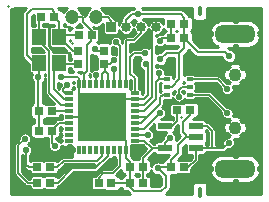
<source format=gbr>
G04 (created by PCBNEW (2013-07-07 BZR 4022)-stable) date 26/08/2023 23:26:33*
%MOIN*%
G04 Gerber Fmt 3.4, Leading zero omitted, Abs format*
%FSLAX34Y34*%
G01*
G70*
G90*
G04 APERTURE LIST*
%ADD10C,0.00590551*%
%ADD11R,0.0315X0.0275*%
%ADD12R,0.0275X0.0315*%
%ADD13R,0.047X0.055*%
%ADD14R,0.0197X0.0157*%
%ADD15R,0.0472X0.0244*%
%ADD16R,0.0295X0.0118*%
%ADD17R,0.0118X0.0295*%
%ADD18R,0.1614X0.1614*%
%ADD19C,0.012*%
%ADD20C,0.0472441*%
%ADD21C,0.0334646*%
%ADD22R,0.0334646X0.0334646*%
%ADD23O,0.1378X0.0591*%
%ADD24C,0.0433*%
%ADD25C,0.0215*%
%ADD26C,0.006*%
%ADD27C,0.005*%
%ADD28C,0.0079*%
%ADD29C,0.01*%
G04 APERTURE END LIST*
G54D10*
G54D11*
X-2028Y2203D03*
X-2460Y2203D03*
X-3838Y-2717D03*
X-3406Y-2717D03*
X-1364Y-2740D03*
X-1796Y-2740D03*
X827Y-295D03*
X1259Y-295D03*
X1053Y2087D03*
X621Y2087D03*
X1043Y-2205D03*
X611Y-2205D03*
X-315Y-2736D03*
X-747Y-2736D03*
X-3700Y2795D03*
X-3268Y2795D03*
X-3779Y-984D03*
X-3347Y-984D03*
G54D12*
X-1614Y1239D03*
X-1614Y1671D03*
G54D11*
X1053Y2579D03*
X621Y2579D03*
X-747Y-2185D03*
X-315Y-2185D03*
G54D12*
X-2480Y1239D03*
X-2480Y1671D03*
G54D11*
X-3838Y-2206D03*
X-3406Y-2206D03*
X-3347Y-335D03*
X-3779Y-335D03*
G54D13*
X-3780Y2146D03*
X-3110Y2146D03*
X-3110Y1280D03*
X-3780Y1280D03*
G54D14*
X492Y728D03*
X492Y472D03*
X492Y216D03*
X1240Y216D03*
X1240Y472D03*
X1240Y728D03*
G54D15*
X1444Y-1575D03*
X1444Y-1201D03*
X1444Y-827D03*
X406Y-827D03*
X406Y-1575D03*
G54D16*
X-2766Y257D03*
X-2766Y60D03*
X-2766Y-137D03*
X-2766Y-334D03*
X-2766Y-531D03*
X-2766Y-728D03*
X-2766Y-925D03*
X-2766Y-1122D03*
X-2766Y-1319D03*
G54D17*
X-2461Y-1624D03*
X-2264Y-1624D03*
X-2067Y-1624D03*
X-1870Y-1624D03*
X-1673Y-1624D03*
X-1476Y-1624D03*
X-1279Y-1624D03*
X-1082Y-1624D03*
X-885Y-1624D03*
G54D16*
X-580Y-1319D03*
X-580Y-1122D03*
X-580Y-925D03*
X-580Y-728D03*
X-580Y-531D03*
X-580Y-334D03*
X-580Y-137D03*
X-580Y60D03*
X-580Y257D03*
G54D17*
X-885Y562D03*
X-1082Y562D03*
X-1279Y562D03*
X-1476Y562D03*
X-1673Y562D03*
X-1870Y562D03*
X-2067Y562D03*
X-2264Y562D03*
X-2461Y562D03*
G54D18*
X-1673Y-531D03*
G54D19*
X-1673Y-531D03*
X-1279Y-531D03*
X-2067Y-531D03*
X-2067Y-137D03*
X-1673Y-137D03*
X-1279Y-137D03*
X-1279Y-925D03*
X-1673Y-925D03*
X-2067Y-925D03*
G54D20*
X-2677Y2793D03*
X-1889Y2793D03*
G54D21*
X-879Y2459D03*
X-379Y2459D03*
G54D22*
X-1379Y2459D03*
G54D21*
X120Y2459D03*
X-879Y2459D03*
X-379Y2459D03*
G54D22*
X-1379Y2459D03*
G54D21*
X120Y2459D03*
G54D20*
X-2677Y2793D03*
X-1889Y2793D03*
G54D16*
X-2766Y257D03*
X-2766Y60D03*
X-2766Y-137D03*
X-2766Y-334D03*
X-2766Y-531D03*
X-2766Y-728D03*
X-2766Y-925D03*
X-2766Y-1122D03*
X-2766Y-1319D03*
G54D17*
X-2461Y-1624D03*
X-2264Y-1624D03*
X-2067Y-1624D03*
X-1870Y-1624D03*
X-1673Y-1624D03*
X-1476Y-1624D03*
X-1279Y-1624D03*
X-1082Y-1624D03*
X-885Y-1624D03*
G54D16*
X-580Y-1319D03*
X-580Y-1122D03*
X-580Y-925D03*
X-580Y-728D03*
X-580Y-531D03*
X-580Y-334D03*
X-580Y-137D03*
X-580Y60D03*
X-580Y257D03*
G54D17*
X-885Y562D03*
X-1082Y562D03*
X-1279Y562D03*
X-1476Y562D03*
X-1673Y562D03*
X-1870Y562D03*
X-2067Y562D03*
X-2264Y562D03*
X-2461Y562D03*
G54D18*
X-1673Y-531D03*
G54D19*
X-1673Y-531D03*
X-1279Y-531D03*
X-2067Y-531D03*
X-2067Y-137D03*
X-1673Y-137D03*
X-1279Y-137D03*
X-1279Y-925D03*
X-1673Y-925D03*
X-2067Y-925D03*
G54D23*
X2755Y2237D03*
X2755Y-2250D03*
G54D24*
X2755Y-892D03*
X2755Y879D03*
G54D15*
X1444Y-1575D03*
X1444Y-1201D03*
X1444Y-827D03*
X406Y-827D03*
X406Y-1575D03*
G54D14*
X492Y728D03*
X492Y472D03*
X492Y216D03*
X1240Y216D03*
X1240Y472D03*
X1240Y728D03*
G54D13*
X-3780Y2146D03*
X-3110Y2146D03*
X-3110Y1280D03*
X-3780Y1280D03*
G54D11*
X-3347Y-335D03*
X-3779Y-335D03*
X-3838Y-2206D03*
X-3406Y-2206D03*
G54D12*
X-2480Y1239D03*
X-2480Y1671D03*
G54D11*
X-747Y-2185D03*
X-315Y-2185D03*
X1053Y2579D03*
X621Y2579D03*
G54D12*
X-1614Y1239D03*
X-1614Y1671D03*
G54D11*
X-3779Y-984D03*
X-3347Y-984D03*
X-3700Y2795D03*
X-3268Y2795D03*
X-315Y-2736D03*
X-747Y-2736D03*
X1043Y-2205D03*
X611Y-2205D03*
X1053Y2087D03*
X621Y2087D03*
X827Y-295D03*
X1259Y-295D03*
X-1364Y-2740D03*
X-1796Y-2740D03*
X-3838Y-2717D03*
X-3406Y-2717D03*
X-2028Y2203D03*
X-2460Y2203D03*
G54D25*
X-2840Y535D03*
X-3260Y-1485D03*
X-260Y1595D03*
X255Y2006D03*
X580Y-1225D03*
X580Y-1225D03*
X255Y2006D03*
X-260Y1595D03*
X-3260Y-1485D03*
X-2840Y535D03*
X250Y-400D03*
X225Y950D03*
X225Y950D03*
X250Y-400D03*
X2500Y400D03*
X2500Y400D03*
X2500Y-400D03*
X2500Y-400D03*
X-140Y-1125D03*
X-140Y-1125D03*
X-1280Y1075D03*
X-1280Y1075D03*
X-1880Y875D03*
X-1880Y875D03*
X-1280Y1355D03*
X-1280Y1355D03*
X-1220Y1975D03*
X875Y150D03*
X875Y150D03*
X-1220Y1975D03*
X2540Y-1405D03*
X2540Y-1405D03*
X-3800Y795D03*
X-3060Y815D03*
X2560Y1495D03*
X180Y-2245D03*
X260Y1395D03*
X-220Y1235D03*
X-1900Y1735D03*
X-472Y2892D03*
X-472Y2892D03*
X-1900Y1735D03*
X-220Y1235D03*
X260Y1395D03*
X180Y-2245D03*
X2560Y1495D03*
X-3060Y815D03*
X-3800Y795D03*
X-4251Y-1251D03*
X-4251Y-1251D03*
X-4212Y-1635D03*
X-4212Y-1635D03*
G54D26*
X10Y-1575D02*
X406Y-1575D01*
X-10Y-1575D02*
X10Y-1575D01*
X-266Y-1319D02*
X-10Y-1575D01*
X-580Y-1319D02*
X-266Y-1319D01*
X621Y2087D02*
X621Y2579D01*
X-315Y-2736D02*
X-315Y-2185D01*
X-315Y-1900D02*
X10Y-1575D01*
X-315Y-2185D02*
X-315Y-1900D01*
X-3347Y-952D02*
X-3347Y-984D01*
X-3123Y-728D02*
X-3347Y-952D01*
X-2766Y-728D02*
X-3123Y-728D01*
X-2980Y335D02*
X-2902Y257D01*
X-2840Y535D02*
X-2980Y395D01*
X-2980Y395D02*
X-2980Y335D01*
X-2902Y257D02*
X-2766Y257D01*
X-3260Y-1485D02*
X-3347Y-1398D01*
X-3347Y-1398D02*
X-3347Y-984D01*
X-580Y755D02*
X-740Y915D01*
X-740Y915D02*
X-740Y1455D01*
X-740Y1455D02*
X-600Y1595D01*
X-600Y1595D02*
X-260Y1595D01*
X-580Y257D02*
X-580Y755D01*
X621Y2579D02*
X504Y2579D01*
X406Y-1399D02*
X580Y-1225D01*
X406Y-1575D02*
X406Y-1399D01*
X336Y2087D02*
X255Y2006D01*
X621Y2087D02*
X336Y2087D01*
X-1496Y2793D02*
X-1379Y2677D01*
X-1379Y2677D02*
X-1379Y2459D01*
X-1889Y2793D02*
X-1496Y2793D01*
X-1889Y2793D02*
X-1496Y2793D01*
X-1379Y2677D02*
X-1379Y2459D01*
X-1496Y2793D02*
X-1379Y2677D01*
X621Y2087D02*
X336Y2087D01*
X336Y2087D02*
X255Y2006D01*
X406Y-1575D02*
X406Y-1399D01*
X406Y-1399D02*
X580Y-1225D01*
X621Y2579D02*
X504Y2579D01*
X-580Y257D02*
X-580Y755D01*
X-600Y1595D02*
X-260Y1595D01*
X-740Y1455D02*
X-600Y1595D01*
X-740Y915D02*
X-740Y1455D01*
X-580Y755D02*
X-740Y915D01*
X-3347Y-1398D02*
X-3347Y-984D01*
X-3260Y-1485D02*
X-3347Y-1398D01*
X-2902Y257D02*
X-2766Y257D01*
X-2980Y395D02*
X-2980Y335D01*
X-2840Y535D02*
X-2980Y395D01*
X-2980Y335D02*
X-2902Y257D01*
X-2766Y-728D02*
X-3123Y-728D01*
X-3123Y-728D02*
X-3347Y-952D01*
X-3347Y-952D02*
X-3347Y-984D01*
X-315Y-2185D02*
X-315Y-1900D01*
X-315Y-1900D02*
X10Y-1575D01*
X-315Y-2736D02*
X-315Y-2185D01*
X621Y2087D02*
X621Y2579D01*
X-580Y-1319D02*
X-266Y-1319D01*
X-266Y-1319D02*
X-10Y-1575D01*
X-10Y-1575D02*
X10Y-1575D01*
X10Y-1575D02*
X406Y-1575D01*
G54D27*
X-2264Y896D02*
X-2165Y994D01*
X-2165Y994D02*
X-2165Y1884D01*
X-2045Y2004D02*
X-2043Y2005D01*
X-2165Y1884D02*
X-2045Y2004D01*
X-2264Y562D02*
X-2264Y896D01*
X-2045Y2186D02*
X-2028Y2203D01*
X-2045Y2004D02*
X-2045Y2186D01*
X-2618Y2793D02*
X-2677Y2793D01*
X-2028Y2203D02*
X-2028Y2243D01*
X-2028Y2341D02*
X-2322Y2636D01*
X-2322Y2636D02*
X-2322Y2754D01*
X-2322Y2754D02*
X-2362Y2793D01*
X-2362Y2793D02*
X-2677Y2793D01*
X-2028Y2203D02*
X-2028Y2341D01*
X-2028Y2203D02*
X-2028Y2341D01*
X-2362Y2793D02*
X-2677Y2793D01*
X-2322Y2754D02*
X-2362Y2793D01*
X-2322Y2636D02*
X-2322Y2754D01*
X-2028Y2341D02*
X-2322Y2636D01*
X-2028Y2203D02*
X-2028Y2243D01*
X-2618Y2793D02*
X-2677Y2793D01*
X-2045Y2004D02*
X-2045Y2186D01*
X-2045Y2186D02*
X-2028Y2203D01*
X-2264Y562D02*
X-2264Y896D01*
X-2165Y1884D02*
X-2045Y2004D01*
X-2045Y2004D02*
X-2043Y2005D01*
X-2165Y994D02*
X-2165Y1884D01*
X-2264Y896D02*
X-2165Y994D01*
X-1082Y-2167D02*
X-1320Y-2405D01*
X-1320Y-2405D02*
X-1640Y-2405D01*
X-1640Y-2405D02*
X-1796Y-2561D01*
X-1796Y-2561D02*
X-1796Y-2740D01*
X-1082Y-1624D02*
X-1082Y-2167D01*
X-1082Y-1624D02*
X-1082Y-2167D01*
X-1796Y-2561D02*
X-1796Y-2740D01*
X-1640Y-2405D02*
X-1796Y-2561D01*
X-1320Y-2405D02*
X-1640Y-2405D01*
X-1082Y-2167D02*
X-1320Y-2405D01*
X-284Y-334D02*
X125Y75D01*
X125Y75D02*
X125Y625D01*
X125Y625D02*
X228Y728D01*
X228Y728D02*
X492Y728D01*
X-580Y-334D02*
X-284Y-334D01*
X-275Y-925D02*
X250Y-400D01*
X225Y950D02*
X228Y947D01*
X228Y947D02*
X228Y728D01*
X-580Y-925D02*
X-275Y-925D01*
X-580Y-925D02*
X-275Y-925D01*
X228Y947D02*
X228Y728D01*
X225Y950D02*
X228Y947D01*
X-275Y-925D02*
X250Y-400D01*
X-580Y-334D02*
X-284Y-334D01*
X228Y728D02*
X492Y728D01*
X125Y625D02*
X228Y728D01*
X125Y75D02*
X125Y625D01*
X-284Y-334D02*
X125Y75D01*
X2172Y728D02*
X2500Y400D01*
X1240Y728D02*
X2172Y728D01*
X1240Y728D02*
X2172Y728D01*
X2172Y728D02*
X2500Y400D01*
X-181Y-531D02*
X250Y-100D01*
X250Y-100D02*
X250Y125D01*
X250Y125D02*
X341Y216D01*
X341Y216D02*
X492Y216D01*
X-580Y-531D02*
X-181Y-531D01*
X-378Y-728D02*
X-181Y-531D01*
X-580Y-728D02*
X-378Y-728D01*
X-580Y-728D02*
X-378Y-728D01*
X-378Y-728D02*
X-181Y-531D01*
X-580Y-531D02*
X-181Y-531D01*
X341Y216D02*
X492Y216D01*
X250Y125D02*
X341Y216D01*
X250Y-100D02*
X250Y125D01*
X-181Y-531D02*
X250Y-100D01*
X1884Y216D02*
X2500Y-400D01*
X1240Y216D02*
X1884Y216D01*
X1240Y216D02*
X1884Y216D01*
X1884Y216D02*
X2500Y-400D01*
X-3346Y-334D02*
X-3347Y-335D01*
X-2766Y-334D02*
X-3346Y-334D01*
X-2766Y-334D02*
X-3346Y-334D01*
X-3346Y-334D02*
X-3347Y-335D01*
X-2945Y60D02*
X-3280Y395D01*
X-3280Y395D02*
X-3280Y1110D01*
X-3280Y1110D02*
X-3110Y1280D01*
X-2766Y60D02*
X-2945Y60D01*
X-3069Y1239D02*
X-3110Y1280D01*
X-2480Y1239D02*
X-3069Y1239D01*
X-2480Y1239D02*
X-3069Y1239D01*
X-3069Y1239D02*
X-3110Y1280D01*
X-2766Y60D02*
X-2945Y60D01*
X-3280Y1110D02*
X-3110Y1280D01*
X-3280Y395D02*
X-3280Y1110D01*
X-2945Y60D02*
X-3280Y395D01*
X-3780Y2715D02*
X-3700Y2795D01*
X-3780Y2146D02*
X-3780Y2715D01*
X-3048Y-137D02*
X-3440Y255D01*
X-3440Y255D02*
X-3440Y1655D01*
X-3440Y1655D02*
X-3780Y1995D01*
X-3780Y1995D02*
X-3780Y2146D01*
X-2766Y-137D02*
X-3048Y-137D01*
X-2766Y-137D02*
X-3048Y-137D01*
X-3780Y1995D02*
X-3780Y2146D01*
X-3440Y1655D02*
X-3780Y1995D01*
X-3440Y255D02*
X-3440Y1655D01*
X-3048Y-137D02*
X-3440Y255D01*
X-3780Y2146D02*
X-3780Y2715D01*
X-3780Y2715D02*
X-3700Y2795D01*
X-143Y-1122D02*
X-140Y-1125D01*
X-580Y-1122D02*
X-143Y-1122D01*
X-580Y-1122D02*
X-143Y-1122D01*
X-143Y-1122D02*
X-140Y-1125D01*
X-1280Y1075D02*
X-1279Y1074D01*
X-1279Y1074D02*
X-1279Y562D01*
X-1279Y1074D02*
X-1279Y562D01*
X-1280Y1075D02*
X-1279Y1074D01*
X-1880Y875D02*
X-1870Y865D01*
X-1870Y865D02*
X-1870Y562D01*
X-1870Y865D02*
X-1870Y562D01*
X-1880Y875D02*
X-1870Y865D01*
X-1673Y902D02*
X-1575Y1000D01*
X-1575Y1000D02*
X-1614Y1234D01*
X-1673Y562D02*
X-1673Y902D01*
X-1476Y901D02*
X-1575Y1000D01*
X-1476Y562D02*
X-1476Y901D01*
X-1608Y1234D02*
X-1614Y1239D01*
X-1280Y1355D02*
X-1401Y1234D01*
X-1401Y1234D02*
X-1608Y1234D01*
X-1401Y1234D02*
X-1608Y1234D01*
X-1280Y1355D02*
X-1401Y1234D01*
X-1608Y1234D02*
X-1614Y1239D01*
X-1476Y562D02*
X-1476Y901D01*
X-1476Y901D02*
X-1575Y1000D01*
X-1673Y562D02*
X-1673Y902D01*
X-1575Y1000D02*
X-1614Y1234D01*
X-1673Y902D02*
X-1575Y1000D01*
X-885Y1690D02*
X-885Y2026D01*
X-885Y562D02*
X-885Y1690D01*
X-379Y2276D02*
X-629Y2026D01*
X-629Y2026D02*
X-885Y2026D01*
X-379Y2459D02*
X-379Y2276D01*
X-379Y2459D02*
X-379Y2276D01*
X-629Y2026D02*
X-885Y2026D01*
X-379Y2276D02*
X-629Y2026D01*
X-885Y562D02*
X-885Y1690D01*
X-885Y1690D02*
X-885Y2026D01*
X-580Y-137D02*
X-287Y-137D01*
X0Y150D02*
X0Y2183D01*
X-287Y-137D02*
X0Y150D01*
X0Y2183D02*
X0Y2203D01*
X0Y2339D02*
X120Y2459D01*
X0Y2203D02*
X0Y2339D01*
X0Y2203D02*
X0Y2339D01*
X0Y2339D02*
X120Y2459D01*
X0Y2183D02*
X0Y2203D01*
X-287Y-137D02*
X0Y150D01*
X0Y150D02*
X0Y2183D01*
X-580Y-137D02*
X-287Y-137D01*
X-1082Y1837D02*
X-1220Y1975D01*
X875Y150D02*
X875Y375D01*
X875Y375D02*
X972Y472D01*
X972Y472D02*
X1240Y472D01*
X-1082Y562D02*
X-1082Y1837D01*
X-1082Y562D02*
X-1082Y1837D01*
X972Y472D02*
X1240Y472D01*
X875Y375D02*
X972Y472D01*
X875Y150D02*
X875Y375D01*
X-1082Y1837D02*
X-1220Y1975D01*
X2370Y-1575D02*
X2540Y-1405D01*
X1980Y-1575D02*
X2370Y-1575D01*
X1444Y-1575D02*
X1980Y-1575D01*
X1200Y-2205D02*
X1444Y-1961D01*
X1444Y-1961D02*
X1444Y-1575D01*
X1043Y-2205D02*
X1200Y-2205D01*
X1822Y-827D02*
X1980Y-985D01*
X1980Y-985D02*
X1980Y-1575D01*
X1444Y-827D02*
X1822Y-827D01*
X1444Y-827D02*
X1822Y-827D01*
X1980Y-985D02*
X1980Y-1575D01*
X1822Y-827D02*
X1980Y-985D01*
X1043Y-2205D02*
X1200Y-2205D01*
X1444Y-1961D02*
X1444Y-1575D01*
X1200Y-2205D02*
X1444Y-1961D01*
X1444Y-1575D02*
X1980Y-1575D01*
X1980Y-1575D02*
X2370Y-1575D01*
X2370Y-1575D02*
X2540Y-1405D01*
G54D28*
X-1082Y60D02*
X-1673Y-531D01*
X-580Y60D02*
X-1082Y60D01*
X-2461Y257D02*
X-1673Y-531D01*
X-2461Y562D02*
X-2461Y257D01*
X-885Y-1319D02*
X-1673Y-531D01*
X-885Y-1624D02*
X-885Y-1319D01*
X-2766Y-531D02*
X-1673Y-531D01*
X-3110Y2637D02*
X-3268Y2795D01*
X-3110Y2146D02*
X-3110Y2637D01*
X-3268Y2983D02*
X-3268Y2795D01*
X-3360Y3075D02*
X-3268Y2983D01*
X-4000Y3075D02*
X-3360Y3075D01*
X-4180Y2895D02*
X-4000Y3075D01*
X-4180Y1535D02*
X-4180Y2895D01*
X-3925Y1280D02*
X-4180Y1535D01*
X-3780Y1280D02*
X-3925Y1280D01*
X-3800Y795D02*
X-3780Y815D01*
X-3780Y815D02*
X-3780Y1280D01*
X-2500Y815D02*
X-3060Y815D01*
X-2461Y776D02*
X-2500Y815D01*
X-2461Y562D02*
X-2461Y776D01*
X1053Y2087D02*
X1053Y2579D01*
X2560Y1495D02*
X2420Y1635D01*
X2420Y1635D02*
X1505Y1635D01*
X1505Y1635D02*
X1053Y2087D01*
X1053Y1768D02*
X1053Y2087D01*
X492Y472D02*
X647Y472D01*
X-747Y-2736D02*
X-747Y-2185D01*
X-885Y-1900D02*
X-747Y-2038D01*
X-747Y-2038D02*
X-747Y-2185D01*
X-885Y-1624D02*
X-885Y-1900D01*
X180Y-2245D02*
X220Y-2205D01*
X220Y-2205D02*
X611Y-2205D01*
X-751Y-2740D02*
X-747Y-2736D01*
X-1364Y-2740D02*
X-751Y-2740D01*
X-3779Y-984D02*
X-3779Y-335D01*
X-747Y-2878D02*
X-620Y-3005D01*
X-620Y-3005D02*
X300Y-3005D01*
X300Y-3005D02*
X440Y-2865D01*
X440Y-2865D02*
X440Y-2505D01*
X440Y-2505D02*
X180Y-2245D01*
X-747Y-2736D02*
X-747Y-2878D01*
X1124Y-1201D02*
X860Y-1465D01*
X860Y-1465D02*
X860Y-1725D01*
X860Y-1725D02*
X611Y-1974D01*
X611Y-1974D02*
X611Y-2205D01*
X1444Y-1201D02*
X1124Y-1201D01*
X1124Y-1129D02*
X1020Y-1025D01*
X1020Y-1025D02*
X1020Y-705D01*
X1020Y-705D02*
X1259Y-466D01*
X1259Y-466D02*
X1259Y-295D01*
X1124Y-1201D02*
X1124Y-1129D01*
X-3800Y-314D02*
X-3779Y-335D01*
X-3800Y795D02*
X-3800Y-314D01*
X-580Y60D02*
X-292Y60D01*
X-292Y60D02*
X-160Y192D01*
X-2973Y2282D02*
X-3110Y2146D01*
X-1614Y1671D02*
X-1836Y1671D01*
X-2635Y1671D02*
X-3110Y2146D01*
X-2480Y1671D02*
X-2635Y1671D01*
X-3052Y2203D02*
X-3110Y2146D01*
X-2460Y2203D02*
X-3052Y2203D01*
X647Y472D02*
X900Y725D01*
X-1900Y1735D02*
X-1831Y1666D01*
X-1836Y1671D02*
X-1900Y1735D01*
X900Y1615D02*
X1053Y1768D01*
X900Y725D02*
X900Y1125D01*
X900Y1125D02*
X900Y1615D01*
X480Y1615D02*
X900Y1615D01*
X480Y1615D02*
X260Y1395D01*
X-220Y1235D02*
X-160Y1175D01*
X-160Y1175D02*
X-160Y192D01*
X1053Y2784D02*
X944Y2892D01*
X-472Y2892D02*
X-688Y2892D01*
X944Y2892D02*
X-472Y2892D01*
X-688Y2892D02*
X-879Y2701D01*
X-879Y2701D02*
X-879Y2459D01*
X1053Y2579D02*
X1053Y2784D01*
X1053Y2579D02*
X1053Y2784D01*
X-879Y2701D02*
X-879Y2459D01*
X-688Y2892D02*
X-879Y2701D01*
X944Y2892D02*
X-472Y2892D01*
X-472Y2892D02*
X-688Y2892D01*
X1053Y2784D02*
X944Y2892D01*
X-160Y1175D02*
X-160Y192D01*
X-220Y1235D02*
X-160Y1175D01*
X480Y1615D02*
X260Y1395D01*
X480Y1615D02*
X900Y1615D01*
X900Y1125D02*
X900Y1615D01*
X900Y725D02*
X900Y1125D01*
X900Y1615D02*
X1053Y1768D01*
X-1836Y1671D02*
X-1900Y1735D01*
X-1900Y1735D02*
X-1831Y1666D01*
X647Y472D02*
X900Y725D01*
X-2460Y2203D02*
X-3052Y2203D01*
X-3052Y2203D02*
X-3110Y2146D01*
X-2480Y1671D02*
X-2635Y1671D01*
X-2635Y1671D02*
X-3110Y2146D01*
X-1614Y1671D02*
X-1836Y1671D01*
X-2973Y2282D02*
X-3110Y2146D01*
X-292Y60D02*
X-160Y192D01*
X-580Y60D02*
X-292Y60D01*
X-3800Y795D02*
X-3800Y-314D01*
X-3800Y-314D02*
X-3779Y-335D01*
X1124Y-1201D02*
X1124Y-1129D01*
X1259Y-466D02*
X1259Y-295D01*
X1020Y-705D02*
X1259Y-466D01*
X1020Y-1025D02*
X1020Y-705D01*
X1124Y-1129D02*
X1020Y-1025D01*
X1444Y-1201D02*
X1124Y-1201D01*
X611Y-1974D02*
X611Y-2205D01*
X860Y-1725D02*
X611Y-1974D01*
X860Y-1465D02*
X860Y-1725D01*
X1124Y-1201D02*
X860Y-1465D01*
X-747Y-2736D02*
X-747Y-2878D01*
X440Y-2505D02*
X180Y-2245D01*
X440Y-2865D02*
X440Y-2505D01*
X300Y-3005D02*
X440Y-2865D01*
X-620Y-3005D02*
X300Y-3005D01*
X-747Y-2878D02*
X-620Y-3005D01*
X-3779Y-984D02*
X-3779Y-335D01*
X-1364Y-2740D02*
X-751Y-2740D01*
X-751Y-2740D02*
X-747Y-2736D01*
X220Y-2205D02*
X611Y-2205D01*
X180Y-2245D02*
X220Y-2205D01*
X-885Y-1624D02*
X-885Y-1900D01*
X-747Y-2038D02*
X-747Y-2185D01*
X-885Y-1900D02*
X-747Y-2038D01*
X-747Y-2736D02*
X-747Y-2185D01*
X492Y472D02*
X647Y472D01*
X1053Y1768D02*
X1053Y2087D01*
X1505Y1635D02*
X1053Y2087D01*
X2420Y1635D02*
X1505Y1635D01*
X2560Y1495D02*
X2420Y1635D01*
X1053Y2087D02*
X1053Y2579D01*
X-2461Y562D02*
X-2461Y776D01*
X-2461Y776D02*
X-2500Y815D01*
X-2500Y815D02*
X-3060Y815D01*
X-3780Y815D02*
X-3780Y1280D01*
X-3800Y795D02*
X-3780Y815D01*
X-3780Y1280D02*
X-3925Y1280D01*
X-3925Y1280D02*
X-4180Y1535D01*
X-4180Y1535D02*
X-4180Y2895D01*
X-4180Y2895D02*
X-4000Y3075D01*
X-4000Y3075D02*
X-3360Y3075D01*
X-3360Y3075D02*
X-3268Y2983D01*
X-3268Y2983D02*
X-3268Y2795D01*
X-3110Y2146D02*
X-3110Y2637D01*
X-3110Y2637D02*
X-3268Y2795D01*
X-2766Y-531D02*
X-1673Y-531D01*
X-885Y-1624D02*
X-885Y-1319D01*
X-885Y-1319D02*
X-1673Y-531D01*
X-2461Y562D02*
X-2461Y257D01*
X-2461Y257D02*
X-1673Y-531D01*
X-580Y60D02*
X-1082Y60D01*
X-1082Y60D02*
X-1673Y-531D01*
G54D27*
X-1476Y-1821D02*
X-1900Y-2245D01*
X-1900Y-2245D02*
X-2680Y-2245D01*
X-2680Y-2245D02*
X-3151Y-2716D01*
X-1476Y-1624D02*
X-1476Y-1821D01*
X-3404Y-2716D02*
X-3406Y-2717D01*
X-3151Y-2716D02*
X-3404Y-2716D01*
X-3151Y-2716D02*
X-3404Y-2716D01*
X-3404Y-2716D02*
X-3406Y-2717D01*
X-1476Y-1624D02*
X-1476Y-1821D01*
X-2680Y-2245D02*
X-3151Y-2716D01*
X-1900Y-2245D02*
X-2680Y-2245D01*
X-1476Y-1821D02*
X-1900Y-2245D01*
X658Y-827D02*
X827Y-658D01*
X827Y-658D02*
X827Y-295D01*
X406Y-827D02*
X658Y-827D01*
X406Y-827D02*
X658Y-827D01*
X827Y-658D02*
X827Y-295D01*
X658Y-827D02*
X827Y-658D01*
X-3838Y-2717D02*
X-4087Y-2717D01*
X-4163Y-2717D02*
X-4478Y-2402D01*
X-4478Y-2402D02*
X-4478Y-1477D01*
X-4478Y-1477D02*
X-4251Y-1251D01*
X-3838Y-2717D02*
X-4163Y-2717D01*
X-3838Y-2717D02*
X-4163Y-2717D01*
X-4478Y-1477D02*
X-4251Y-1251D01*
X-4478Y-2402D02*
X-4478Y-1477D01*
X-4163Y-2717D02*
X-4478Y-2402D01*
X-3838Y-2717D02*
X-4087Y-2717D01*
X-4015Y-2205D02*
X-4040Y-2205D01*
X-3858Y-2205D02*
X-4015Y-2205D01*
X-3839Y-2205D02*
X-3838Y-2206D01*
X-4015Y-2205D02*
X-3839Y-2205D01*
X-4212Y-1635D02*
X-4202Y-1645D01*
X-4202Y-1645D02*
X-4202Y-2127D01*
X-4202Y-2127D02*
X-4124Y-2206D01*
X-4124Y-2206D02*
X-3838Y-2206D01*
X-4124Y-2206D02*
X-3838Y-2206D01*
X-4202Y-2127D02*
X-4124Y-2206D01*
X-4202Y-1645D02*
X-4202Y-2127D01*
X-4212Y-1635D02*
X-4202Y-1645D01*
X-4015Y-2205D02*
X-3839Y-2205D01*
X-3839Y-2205D02*
X-3838Y-2206D01*
X-3858Y-2205D02*
X-4015Y-2205D01*
X-4015Y-2205D02*
X-4040Y-2205D01*
X-1673Y-1818D02*
X-1840Y-1985D01*
X-1840Y-1985D02*
X-2960Y-1985D01*
X-2960Y-1985D02*
X-3180Y-2205D01*
X-3180Y-2205D02*
X-3426Y-2205D01*
X-1673Y-1624D02*
X-1673Y-1818D01*
X-1673Y-1624D02*
X-1673Y-1818D01*
X-3180Y-2205D02*
X-3426Y-2205D01*
X-2960Y-1985D02*
X-3180Y-2205D01*
X-1840Y-1985D02*
X-2960Y-1985D01*
X-1673Y-1818D02*
X-1840Y-1985D01*
G54D29*
X-4814Y3169D02*
X-4814Y3169D01*
X-4814Y3169D02*
X-4814Y3168D01*
X-4816Y3169D01*
X-4814Y3169D01*
X-4814Y3171D02*
X-4814Y3171D01*
X-4811Y3169D02*
X-4814Y3169D01*
X-4814Y3171D01*
X-4811Y3169D01*
X-4599Y3088D02*
X-4224Y3088D01*
X-4479Y3008D02*
X-4303Y3008D01*
X-4359Y2928D02*
X-4345Y2928D01*
X-3957Y2879D02*
X-3957Y2879D01*
X-4011Y2799D02*
X-3957Y2799D01*
X-4011Y2719D02*
X-3957Y2719D01*
X-4011Y2639D02*
X-3955Y2639D01*
X-4011Y2559D02*
X-3905Y2559D01*
X-3743Y1781D02*
X-3743Y1781D01*
X-4011Y1701D02*
X-3663Y1701D01*
X-3565Y915D02*
X-3565Y915D01*
X-3566Y835D02*
X-3565Y835D01*
X-3565Y761D02*
X-3565Y761D01*
X-3591Y681D02*
X-3565Y681D01*
X-3631Y601D02*
X-3565Y601D01*
X-3631Y521D02*
X-3565Y521D01*
X-3631Y441D02*
X-3565Y441D01*
X-3631Y361D02*
X-3565Y361D01*
X-3631Y281D02*
X-3565Y281D01*
X-3631Y201D02*
X-3552Y201D01*
X-3631Y121D02*
X-3483Y121D01*
X-3631Y41D02*
X-3403Y41D01*
X-3631Y-38D02*
X-3323Y-38D01*
X-3155Y598D02*
X-3154Y598D01*
X-3155Y518D02*
X-3057Y518D01*
X-3146Y438D02*
X-3112Y438D01*
X-3067Y-870D02*
X-3067Y-870D01*
X-3079Y-950D02*
X-3042Y-950D01*
X-3079Y-1055D02*
X-3079Y-1055D01*
X-3079Y-1135D02*
X-3030Y-1135D01*
X-3131Y-1215D02*
X-3081Y-1215D01*
X-3152Y-1295D02*
X-3041Y-1295D01*
X-3071Y-1375D02*
X-3068Y-1375D01*
X-3089Y-459D02*
X-3002Y-459D01*
X-3114Y-539D02*
X-3003Y-539D01*
X-3610Y-619D02*
X-3209Y-619D01*
X-3610Y-699D02*
X-3291Y-699D01*
X-2941Y2570D02*
X-2941Y2570D01*
X-3137Y3088D02*
X-2857Y3088D01*
X-3005Y3008D02*
X-2948Y3008D01*
X-3512Y2561D02*
X-3512Y2561D01*
X-3479Y2481D02*
X-3410Y2481D01*
X-3455Y2401D02*
X-3434Y2401D01*
X-3455Y2321D02*
X-3434Y2321D01*
X-3455Y2241D02*
X-3434Y2241D01*
X-3455Y2161D02*
X-3434Y2161D01*
X-3455Y2081D02*
X-3434Y2081D01*
X-3455Y2001D02*
X-3434Y2001D01*
X-3455Y1921D02*
X-3434Y1921D01*
X-3450Y1841D02*
X-3429Y1841D01*
X-3370Y1761D02*
X-2964Y1761D01*
X-3318Y1681D02*
X-2884Y1681D01*
X-2760Y2034D02*
X-2742Y2034D01*
X-2792Y1590D02*
X-2792Y1590D01*
X-2785Y1510D02*
X-2746Y1510D01*
X-2785Y1430D02*
X-2716Y1430D01*
X-2800Y2471D02*
X-2800Y2471D01*
X-2785Y2391D02*
X-2736Y2391D01*
X-2676Y1950D02*
X-2676Y1950D01*
X-2785Y1114D02*
X-2717Y1114D01*
X-2785Y1034D02*
X-2706Y1034D01*
X-2652Y646D02*
X-2629Y646D01*
X-2629Y479D02*
X-2629Y479D01*
X-2354Y981D02*
X-2354Y981D01*
X-2421Y2560D02*
X-2421Y2560D01*
X-2530Y2480D02*
X-2343Y2480D01*
X-2087Y896D02*
X-2087Y896D01*
X-2096Y816D02*
X-2079Y816D01*
X-2496Y3088D02*
X-2070Y3088D01*
X-2405Y3008D02*
X-2161Y3008D01*
X-2359Y2928D02*
X-2207Y2928D01*
X-2239Y2848D02*
X-2231Y2848D01*
X-4353Y-1788D02*
X-4353Y-1788D01*
X-4353Y-1868D02*
X-4327Y-1868D01*
X-4353Y-1948D02*
X-4327Y-1948D01*
X-4353Y-2028D02*
X-4327Y-2028D01*
X-4353Y-2108D02*
X-4327Y-2108D01*
X-4353Y-2188D02*
X-4311Y-2188D01*
X-2986Y-2188D02*
X-2799Y-2188D01*
X-4353Y-2268D02*
X-4238Y-2268D01*
X-3066Y-2268D02*
X-2879Y-2268D01*
X-4353Y-2348D02*
X-4095Y-2348D01*
X-3148Y-2348D02*
X-2959Y-2348D01*
X-4276Y-2428D02*
X-4048Y-2428D01*
X-3627Y-2428D02*
X-3616Y-2428D01*
X-3195Y-2428D02*
X-3039Y-2428D01*
X-4196Y-2508D02*
X-4064Y-2508D01*
X-3179Y-2508D02*
X-3119Y-2508D01*
X-4116Y-2588D02*
X-4095Y-2588D01*
X-2040Y1544D02*
X-2040Y1544D01*
X-2040Y1464D02*
X-1870Y1464D01*
X-2040Y1384D02*
X-1851Y1384D01*
X-2040Y1304D02*
X-1851Y1304D01*
X-2040Y1224D02*
X-1851Y1224D01*
X-2040Y1144D02*
X-1851Y1144D01*
X-2040Y1064D02*
X-1964Y1064D01*
X-1347Y1811D02*
X-1347Y1811D01*
X-1347Y1731D02*
X-1207Y1731D01*
X-1347Y1651D02*
X-1207Y1651D01*
X-1347Y1571D02*
X-1207Y1571D01*
X-1033Y-2295D02*
X-1033Y-2295D01*
X-1113Y-2375D02*
X-1022Y-2375D01*
X-1193Y-2455D02*
X-915Y-2455D01*
X-1096Y-2535D02*
X-1017Y-2535D01*
X-4723Y3074D02*
X-4723Y3074D01*
X-4723Y2994D02*
X-4536Y2994D01*
X-4723Y2914D02*
X-4350Y2914D01*
X-4723Y2834D02*
X-4348Y2834D01*
X-4723Y2754D02*
X-4348Y2754D01*
X-4723Y2674D02*
X-4348Y2674D01*
X-4723Y2594D02*
X-4348Y2594D01*
X-4723Y2514D02*
X-4348Y2514D01*
X-4723Y2434D02*
X-4348Y2434D01*
X-4723Y2354D02*
X-4348Y2354D01*
X-4723Y2274D02*
X-4348Y2274D01*
X-4723Y2194D02*
X-4348Y2194D01*
X-4723Y2114D02*
X-4348Y2114D01*
X-4723Y2034D02*
X-4348Y2034D01*
X-4723Y1954D02*
X-4348Y1954D01*
X-4723Y1874D02*
X-4348Y1874D01*
X-4723Y1794D02*
X-4348Y1794D01*
X-4723Y1714D02*
X-4348Y1714D01*
X-4723Y1634D02*
X-4348Y1634D01*
X-4723Y1554D02*
X-4348Y1554D01*
X-4723Y1474D02*
X-4337Y1474D01*
X-4723Y1394D02*
X-4278Y1394D01*
X-4723Y1314D02*
X-4198Y1314D01*
X-4723Y1234D02*
X-4118Y1234D01*
X-4723Y1154D02*
X-4104Y1154D01*
X-4723Y1074D02*
X-4104Y1074D01*
X-4723Y994D02*
X-4104Y994D01*
X-4723Y914D02*
X-4004Y914D01*
X-4723Y834D02*
X-4033Y834D01*
X-4723Y754D02*
X-4033Y754D01*
X-4723Y674D02*
X-4004Y674D01*
X-4723Y594D02*
X-3968Y594D01*
X-4723Y514D02*
X-3968Y514D01*
X-4723Y434D02*
X-3968Y434D01*
X-4723Y354D02*
X-3968Y354D01*
X-4723Y274D02*
X-3968Y274D01*
X-4723Y194D02*
X-3968Y194D01*
X-4723Y114D02*
X-3968Y114D01*
X-4723Y34D02*
X-3968Y34D01*
X-4723Y-45D02*
X-3968Y-45D01*
X-4723Y-125D02*
X-4043Y-125D01*
X-4723Y-205D02*
X-4065Y-205D01*
X-4723Y-285D02*
X-4065Y-285D01*
X-4723Y-365D02*
X-4065Y-365D01*
X-4723Y-445D02*
X-4065Y-445D01*
X-4723Y-525D02*
X-4054Y-525D01*
X-4723Y-605D02*
X-3947Y-605D01*
X-4723Y-685D02*
X-3947Y-685D01*
X-4723Y-765D02*
X-4037Y-765D01*
X-4723Y-845D02*
X-4065Y-845D01*
X-4723Y-925D02*
X-4065Y-925D01*
X-4723Y-1005D02*
X-4065Y-1005D01*
X-4723Y-1085D02*
X-4376Y-1085D01*
X-4127Y-1085D02*
X-4065Y-1085D01*
X-4723Y-1165D02*
X-4440Y-1165D01*
X-4063Y-1165D02*
X-4058Y-1165D01*
X-4723Y-1245D02*
X-4459Y-1245D01*
X-4044Y-1245D02*
X-3975Y-1245D01*
X-3582Y-1245D02*
X-3487Y-1245D01*
X-4723Y-1325D02*
X-4502Y-1325D01*
X-4057Y-1325D02*
X-3487Y-1325D01*
X-4723Y-1405D02*
X-4579Y-1405D01*
X-4112Y-1405D02*
X-3486Y-1405D01*
X-4723Y-1485D02*
X-4603Y-1485D01*
X-4069Y-1485D02*
X-3477Y-1485D01*
X-2816Y-1485D02*
X-2716Y-1485D01*
X-4723Y-1565D02*
X-4603Y-1565D01*
X-4017Y-1565D02*
X-3462Y-1565D01*
X-3057Y-1565D02*
X-2657Y-1565D01*
X-4723Y-1645D02*
X-4603Y-1645D01*
X-4005Y-1645D02*
X-3407Y-1645D01*
X-3112Y-1645D02*
X-2609Y-1645D01*
X-4723Y-1725D02*
X-4603Y-1725D01*
X-4025Y-1725D02*
X-2691Y-1725D01*
X-4723Y-1805D02*
X-4603Y-1805D01*
X-4077Y-1805D02*
X-2687Y-1805D01*
X-4723Y-1885D02*
X-4603Y-1885D01*
X-4077Y-1885D02*
X-3034Y-1885D01*
X-1308Y-1885D02*
X-1249Y-1885D01*
X-4723Y-1965D02*
X-4603Y-1965D01*
X-4077Y-1965D02*
X-3116Y-1965D01*
X-1443Y-1965D02*
X-1207Y-1965D01*
X-4723Y-2045D02*
X-4603Y-2045D01*
X-1523Y-2045D02*
X-1207Y-2045D01*
X-4723Y-2125D02*
X-4603Y-2125D01*
X-1603Y-2125D02*
X-1216Y-2125D01*
X-4723Y-2205D02*
X-4603Y-2205D01*
X-1683Y-2205D02*
X-1296Y-2205D01*
X-4723Y-2285D02*
X-4603Y-2285D01*
X-1763Y-2285D02*
X-1673Y-2285D01*
X-4723Y-2365D02*
X-4603Y-2365D01*
X-1867Y-2365D02*
X-1776Y-2365D01*
X-4723Y-2445D02*
X-4595Y-2445D01*
X-2703Y-2445D02*
X-1856Y-2445D01*
X-4723Y-2525D02*
X-4533Y-2525D01*
X-2783Y-2525D02*
X-2017Y-2525D01*
X-4723Y-2605D02*
X-4453Y-2605D01*
X-2863Y-2605D02*
X-2053Y-2605D01*
X-4723Y-2685D02*
X-4373Y-2685D01*
X-2943Y-2685D02*
X-2053Y-2685D01*
X-4723Y-2765D02*
X-4293Y-2765D01*
X-3023Y-2765D02*
X-2053Y-2765D01*
X-4723Y-2845D02*
X-4095Y-2845D01*
X-3148Y-2845D02*
X-2053Y-2845D01*
X-4723Y-2925D02*
X-4067Y-2925D01*
X-3176Y-2925D02*
X-2041Y-2925D01*
X-1086Y-2925D02*
X-1022Y-2925D01*
X-4723Y-3005D02*
X-1541Y-3005D01*
X-1186Y-3005D02*
X-858Y-3005D01*
X-4723Y-3085D02*
X-778Y-3085D01*
X-736Y713D02*
X-736Y713D01*
X-736Y633D02*
X-720Y633D01*
X-736Y553D02*
X-720Y553D01*
X-736Y473D02*
X-720Y473D01*
X-1708Y3088D02*
X-604Y3088D01*
X-1617Y3008D02*
X-811Y3008D01*
X-1458Y2928D02*
X-891Y2928D01*
X-1352Y2848D02*
X-971Y2848D01*
X-1273Y2768D02*
X-1034Y2768D01*
X-1147Y2688D02*
X-1048Y2688D01*
X-1122Y2608D02*
X-1089Y2608D01*
X-1636Y2557D02*
X-1636Y2557D01*
X-1749Y2477D02*
X-1636Y2477D01*
X-1788Y2397D02*
X-1636Y2397D01*
X-630Y2397D02*
X-629Y2397D01*
X-1770Y2317D02*
X-1636Y2317D01*
X-1122Y2317D02*
X-1094Y2317D01*
X-665Y2317D02*
X-594Y2317D01*
X-1770Y2237D02*
X-1618Y2237D01*
X-1140Y2237D02*
X-1011Y2237D01*
X-749Y2237D02*
X-595Y2237D01*
X-1770Y2157D02*
X-1319Y2157D01*
X-1120Y2157D02*
X-675Y2157D01*
X-1770Y2077D02*
X-1401Y2077D01*
X-1039Y2077D02*
X-998Y2077D01*
X-1797Y1997D02*
X-1427Y1997D01*
X-1012Y1997D02*
X-1010Y1997D01*
X-629Y2713D02*
X-629Y2713D01*
X-691Y2633D02*
X-568Y2633D01*
X-641Y2553D02*
X-618Y2553D01*
X-511Y-2425D02*
X-511Y-2425D01*
X-542Y1455D02*
X-427Y1455D01*
X-600Y1375D02*
X-410Y1375D01*
X-600Y1295D02*
X-449Y1295D01*
X-600Y1215D02*
X-456Y1215D01*
X-600Y1135D02*
X-434Y1135D01*
X-600Y1055D02*
X-374Y1055D01*
X-600Y975D02*
X-328Y975D01*
X-522Y895D02*
X-328Y895D01*
X-454Y815D02*
X-328Y815D01*
X-440Y735D02*
X-328Y735D01*
X-440Y655D02*
X-328Y655D01*
X-440Y575D02*
X-328Y575D01*
X-440Y495D02*
X-328Y495D01*
X-440Y415D02*
X-328Y415D01*
X-344Y335D02*
X-328Y335D01*
X-342Y255D02*
X-336Y255D01*
X-393Y-1459D02*
X-323Y-1459D01*
X-716Y-1539D02*
X-243Y-1539D01*
X-716Y-1619D02*
X-231Y-1619D01*
X-716Y-1699D02*
X-311Y-1699D01*
X-716Y-1779D02*
X-391Y-1779D01*
X-687Y-1859D02*
X-448Y-1859D01*
X-519Y-1939D02*
X-490Y-1939D01*
X-130Y2398D02*
X-130Y2398D01*
X-164Y2318D02*
X-125Y2318D01*
X-247Y2238D02*
X-125Y2238D01*
X-320Y2158D02*
X-125Y2158D01*
X-400Y2078D02*
X-125Y2078D01*
X-480Y1998D02*
X-125Y1998D01*
X-566Y1918D02*
X-125Y1918D01*
X-760Y1838D02*
X-125Y1838D01*
X-760Y1758D02*
X-403Y1758D01*
X-760Y1678D02*
X-714Y1678D01*
X173Y2207D02*
X173Y2207D01*
X-47Y-2313D02*
X-47Y-2313D01*
X-72Y-2393D02*
X-5Y-2393D01*
X-175Y-2473D02*
X115Y-2473D01*
X-57Y-2553D02*
X249Y-2553D01*
X-47Y-2633D02*
X271Y-2633D01*
X-47Y-2713D02*
X271Y-2713D01*
X-47Y-2793D02*
X271Y-2793D01*
X272Y595D02*
X272Y595D01*
X250Y515D02*
X264Y515D01*
X250Y435D02*
X264Y435D01*
X250Y355D02*
X269Y355D01*
X-306Y2723D02*
X353Y2723D01*
X-201Y2643D02*
X-58Y2643D01*
X298Y2643D02*
X353Y2643D01*
X-145Y2563D02*
X-114Y2563D01*
X367Y2387D02*
X367Y2387D01*
X327Y2307D02*
X390Y2307D01*
X233Y2227D02*
X353Y2227D01*
X69Y-756D02*
X69Y-756D01*
X-10Y-836D02*
X69Y-836D01*
X-90Y-916D02*
X69Y-916D01*
X23Y-996D02*
X81Y-996D01*
X62Y-1076D02*
X420Y-1076D01*
X65Y-1156D02*
X372Y-1156D01*
X35Y-1236D02*
X362Y-1236D01*
X-60Y-1316D02*
X293Y-1316D01*
X9Y-1396D02*
X75Y-1396D01*
X62Y-1720D02*
X62Y-1720D01*
X-17Y-1800D02*
X132Y-1800D01*
X-97Y-1880D02*
X470Y-1880D01*
X-89Y-1960D02*
X381Y-1960D01*
X-47Y-2040D02*
X60Y-2040D01*
X-47Y-2120D02*
X-21Y-2120D01*
X549Y1446D02*
X731Y1446D01*
X495Y1366D02*
X731Y1366D01*
X470Y1286D02*
X731Y1286D01*
X404Y1206D02*
X731Y1206D01*
X334Y1126D02*
X731Y1126D01*
X409Y1046D02*
X731Y1046D01*
X432Y966D02*
X731Y966D01*
X650Y886D02*
X731Y886D01*
X690Y806D02*
X731Y806D01*
X750Y339D02*
X750Y339D01*
X690Y259D02*
X698Y259D01*
X817Y2338D02*
X817Y2338D01*
X410Y1852D02*
X410Y1852D01*
X125Y1772D02*
X422Y1772D01*
X125Y1692D02*
X319Y1692D01*
X125Y1612D02*
X167Y1612D01*
X676Y86D02*
X676Y86D01*
X375Y6D02*
X724Y6D01*
X375Y-73D02*
X615Y-73D01*
X362Y-153D02*
X569Y-153D01*
X373Y-233D02*
X569Y-233D01*
X438Y-313D02*
X569Y-313D01*
X457Y-393D02*
X569Y-393D01*
X444Y-473D02*
X578Y-473D01*
X389Y-553D02*
X702Y-553D01*
X851Y-810D02*
X851Y-810D01*
X771Y-890D02*
X851Y-890D01*
X739Y-970D02*
X851Y-970D01*
X709Y-1050D02*
X853Y-1050D01*
X776Y-1130D02*
X889Y-1130D01*
X797Y-1210D02*
X876Y-1210D01*
X788Y-1290D02*
X796Y-1290D01*
X954Y-532D02*
X954Y-532D01*
X1042Y635D02*
X1042Y635D01*
X1023Y347D02*
X1052Y347D01*
X1107Y-1455D02*
X1107Y-1455D01*
X1028Y-1535D02*
X1107Y-1535D01*
X1028Y-1615D02*
X1107Y-1615D01*
X1028Y-1695D02*
X1107Y-1695D01*
X1019Y-1775D02*
X1145Y-1775D01*
X967Y-1855D02*
X1319Y-1855D01*
X887Y-1935D02*
X1292Y-1935D01*
X1603Y3134D02*
X1603Y3134D01*
X1546Y3054D02*
X1603Y3054D01*
X1546Y2974D02*
X1603Y2974D01*
X1546Y-2905D02*
X1603Y-2905D01*
X1546Y-2985D02*
X1603Y-2985D01*
X1546Y-3065D02*
X1603Y-3065D01*
X1546Y-3145D02*
X1603Y-3145D01*
X1779Y-961D02*
X1779Y-961D01*
X1804Y-1041D02*
X1855Y-1041D01*
X1809Y-1121D02*
X1855Y-1121D01*
X1809Y-1201D02*
X1855Y-1201D01*
X1809Y-1281D02*
X1855Y-1281D01*
X1803Y-1361D02*
X1855Y-1361D01*
X1779Y-1441D02*
X1855Y-1441D01*
X1427Y91D02*
X1832Y91D01*
X1029Y11D02*
X1912Y11D01*
X1510Y-69D02*
X1992Y-69D01*
X1545Y-149D02*
X2072Y-149D01*
X1545Y-229D02*
X2152Y-229D01*
X1545Y-309D02*
X2232Y-309D01*
X1545Y-389D02*
X2292Y-389D01*
X1540Y-469D02*
X2304Y-469D01*
X1472Y-549D02*
X2355Y-549D01*
X1745Y-629D02*
X2563Y-629D01*
X1861Y-709D02*
X2412Y-709D01*
X2501Y-709D02*
X2510Y-709D01*
X1960Y-789D02*
X2381Y-789D01*
X2040Y-869D02*
X2368Y-869D01*
X2099Y-949D02*
X2371Y-949D01*
X2105Y-1029D02*
X2392Y-1029D01*
X2105Y-1109D02*
X2539Y-1109D01*
X2105Y-1189D02*
X2554Y-1189D01*
X2105Y-1269D02*
X2382Y-1269D01*
X2105Y-1349D02*
X2339Y-1349D01*
X2105Y-1429D02*
X2333Y-1429D01*
X-340Y3088D02*
X1327Y3088D01*
X1821Y3088D02*
X3630Y3088D01*
X1067Y3008D02*
X1327Y3008D01*
X1821Y3008D02*
X3630Y3008D01*
X1147Y2928D02*
X1327Y2928D01*
X1821Y2928D02*
X3630Y2928D01*
X1208Y2848D02*
X1327Y2848D01*
X1821Y2848D02*
X3630Y2848D01*
X1328Y2768D02*
X1331Y2768D01*
X1818Y2768D02*
X3630Y2768D01*
X1339Y2688D02*
X1410Y2688D01*
X1738Y2688D02*
X2234Y2688D01*
X2705Y2688D02*
X2805Y2688D01*
X3277Y2688D02*
X3630Y2688D01*
X1339Y2608D02*
X2076Y2608D01*
X3435Y2608D02*
X3630Y2608D01*
X1339Y2528D02*
X1994Y2528D01*
X3517Y2528D02*
X3630Y2528D01*
X1339Y2448D02*
X1943Y2448D01*
X3567Y2448D02*
X3630Y2448D01*
X1316Y2368D02*
X1912Y2368D01*
X3599Y2368D02*
X3630Y2368D01*
X1322Y2288D02*
X1941Y2288D01*
X3570Y2288D02*
X3630Y2288D01*
X1339Y2208D02*
X1976Y2208D01*
X3535Y2208D02*
X3630Y2208D01*
X1339Y2128D02*
X1916Y2128D01*
X3594Y2128D02*
X3630Y2128D01*
X1339Y2048D02*
X1934Y2048D01*
X3576Y2048D02*
X3630Y2048D01*
X1409Y1968D02*
X1980Y1968D01*
X3531Y1968D02*
X3630Y1968D01*
X1489Y1888D02*
X2050Y1888D01*
X3460Y1888D02*
X3630Y1888D01*
X1569Y1808D02*
X2178Y1808D01*
X2705Y1808D02*
X2805Y1808D01*
X3333Y1808D02*
X3630Y1808D01*
X2599Y1728D02*
X3630Y1728D01*
X1171Y1648D02*
X1253Y1648D01*
X2741Y1648D02*
X3630Y1648D01*
X1091Y1568D02*
X1333Y1568D01*
X2785Y1568D02*
X3630Y1568D01*
X1068Y1488D02*
X1423Y1488D01*
X2796Y1488D02*
X3630Y1488D01*
X1068Y1408D02*
X2339Y1408D01*
X2780Y1408D02*
X3630Y1408D01*
X1068Y1328D02*
X2392Y1328D01*
X2727Y1328D02*
X3630Y1328D01*
X1068Y1248D02*
X2633Y1248D01*
X2879Y1248D02*
X3630Y1248D01*
X1068Y1168D02*
X2551Y1168D01*
X2959Y1168D02*
X3630Y1168D01*
X1068Y1088D02*
X2531Y1088D01*
X2980Y1088D02*
X3630Y1088D01*
X1068Y1008D02*
X2389Y1008D01*
X3121Y1008D02*
X3630Y1008D01*
X1068Y928D02*
X2369Y928D01*
X3141Y928D02*
X3630Y928D01*
X2204Y848D02*
X2367Y848D01*
X3143Y848D02*
X3630Y848D01*
X2308Y768D02*
X2382Y768D01*
X3128Y768D02*
X3630Y768D01*
X2388Y688D02*
X2428Y688D01*
X2493Y688D02*
X2514Y688D01*
X2995Y688D02*
X3017Y688D01*
X3083Y688D02*
X3630Y688D01*
X2468Y608D02*
X2555Y608D01*
X2956Y608D02*
X3630Y608D01*
X1438Y528D02*
X2194Y528D01*
X2921Y528D02*
X3630Y528D01*
X1438Y448D02*
X2274Y448D01*
X2701Y448D02*
X3630Y448D01*
X1435Y368D02*
X2294Y368D01*
X2705Y368D02*
X3630Y368D01*
X1988Y288D02*
X2325Y288D01*
X2675Y288D02*
X3630Y288D01*
X2068Y208D02*
X2420Y208D01*
X2579Y208D02*
X3630Y208D01*
X2148Y128D02*
X3630Y128D01*
X2228Y48D02*
X3630Y48D01*
X2308Y-31D02*
X3630Y-31D01*
X2388Y-111D02*
X3630Y-111D01*
X2468Y-191D02*
X3630Y-191D01*
X2663Y-271D02*
X3630Y-271D01*
X2701Y-351D02*
X3630Y-351D01*
X2705Y-431D02*
X3630Y-431D01*
X2675Y-511D02*
X2681Y-511D01*
X2830Y-511D02*
X3630Y-511D01*
X2955Y-591D02*
X3630Y-591D01*
X2968Y-671D02*
X3630Y-671D01*
X3117Y-751D02*
X3630Y-751D01*
X3138Y-831D02*
X3630Y-831D01*
X3143Y-911D02*
X3630Y-911D01*
X3131Y-991D02*
X3630Y-991D01*
X3003Y-1071D02*
X3005Y-1071D01*
X3100Y-1071D02*
X3630Y-1071D01*
X2944Y-1151D02*
X3630Y-1151D01*
X2943Y-1231D02*
X3630Y-1231D01*
X2725Y-1311D02*
X3630Y-1311D01*
X2747Y-1391D02*
X3630Y-1391D01*
X2737Y-1471D02*
X3630Y-1471D01*
X2686Y-1551D02*
X3630Y-1551D01*
X2490Y-1631D02*
X3630Y-1631D01*
X1779Y-1711D02*
X3630Y-1711D01*
X1712Y-1791D02*
X2272Y-1791D01*
X2705Y-1791D02*
X2805Y-1791D01*
X3238Y-1791D02*
X3630Y-1791D01*
X1569Y-1871D02*
X2088Y-1871D01*
X3423Y-1871D02*
X3630Y-1871D01*
X1569Y-1951D02*
X2000Y-1951D01*
X3511Y-1951D02*
X3630Y-1951D01*
X1547Y-2031D02*
X1946Y-2031D01*
X3564Y-2031D02*
X3630Y-2031D01*
X1470Y-2111D02*
X1914Y-2111D01*
X3597Y-2111D02*
X3630Y-2111D01*
X1390Y-2191D02*
X1937Y-2191D01*
X3573Y-2191D02*
X3630Y-2191D01*
X1310Y-2271D02*
X1975Y-2271D01*
X3536Y-2271D02*
X3630Y-2271D01*
X1300Y-2351D02*
X1920Y-2351D01*
X3591Y-2351D02*
X3630Y-2351D01*
X1246Y-2431D02*
X1931Y-2431D01*
X3579Y-2431D02*
X3599Y-2431D01*
X3599Y-2431D02*
X3630Y-2431D01*
X608Y-2511D02*
X1975Y-2511D01*
X3536Y-2511D02*
X3599Y-2511D01*
X3599Y-2511D02*
X3630Y-2511D01*
X608Y-2591D02*
X2042Y-2591D01*
X3468Y-2591D02*
X3599Y-2591D01*
X3599Y-2591D02*
X3630Y-2591D01*
X608Y-2671D02*
X2159Y-2671D01*
X2705Y-2671D02*
X2805Y-2671D01*
X3352Y-2671D02*
X3599Y-2671D01*
X3599Y-2671D02*
X3630Y-2671D01*
X608Y-2751D02*
X1337Y-2751D01*
X1811Y-2751D02*
X3599Y-2751D01*
X3599Y-2751D02*
X3630Y-2751D01*
X608Y-2831D02*
X1327Y-2831D01*
X1821Y-2831D02*
X3599Y-2831D01*
X3599Y-2831D02*
X3630Y-2831D01*
X601Y-2911D02*
X1327Y-2911D01*
X1821Y-2911D02*
X3599Y-2911D01*
X3599Y-2911D02*
X3630Y-2911D01*
X551Y-2991D02*
X1327Y-2991D01*
X1821Y-2991D02*
X3599Y-2991D01*
X3599Y-2991D02*
X3630Y-2991D01*
X471Y-3071D02*
X1327Y-3071D01*
X1821Y-3071D02*
X3599Y-3071D01*
X3599Y-3071D02*
X3630Y-3071D01*
X-4224Y3088D02*
X-4299Y3014D01*
X-4309Y3002D01*
X-4319Y2990D01*
X-4319Y2989D01*
X-4320Y2988D01*
X-4327Y2975D01*
X-4334Y2961D01*
X-4335Y2960D01*
X-4335Y2959D01*
X-4340Y2944D01*
X-4344Y2930D01*
X-4344Y2929D01*
X-4345Y2928D01*
X-4346Y2919D01*
X-4599Y3088D01*
X-4224Y3088D01*
X-4599Y3088D02*
X-4224Y3088D01*
X-4479Y3008D02*
X-4303Y3008D01*
X-4359Y2928D02*
X-4345Y2928D01*
X-3957Y2879D02*
X-3957Y2879D01*
X-4011Y2799D02*
X-3957Y2799D01*
X-4011Y2719D02*
X-3957Y2719D01*
X-4011Y2639D02*
X-3955Y2639D01*
X-4011Y2559D02*
X-3905Y2559D01*
X-3743Y1781D02*
X-3743Y1781D01*
X-4011Y1701D02*
X-3663Y1701D01*
X-3565Y915D02*
X-3565Y915D01*
X-3566Y835D02*
X-3565Y835D01*
X-3565Y761D02*
X-3565Y761D01*
X-3591Y681D02*
X-3565Y681D01*
X-3631Y601D02*
X-3565Y601D01*
X-3631Y521D02*
X-3565Y521D01*
X-3631Y441D02*
X-3565Y441D01*
X-3631Y361D02*
X-3565Y361D01*
X-3631Y281D02*
X-3565Y281D01*
X-3631Y201D02*
X-3552Y201D01*
X-3631Y121D02*
X-3483Y121D01*
X-3631Y41D02*
X-3403Y41D01*
X-3631Y-38D02*
X-3323Y-38D01*
X-3155Y598D02*
X-3154Y598D01*
X-3155Y518D02*
X-3057Y518D01*
X-3146Y438D02*
X-3112Y438D01*
X-3067Y-870D02*
X-3067Y-870D01*
X-3079Y-950D02*
X-3042Y-950D01*
X-3079Y-1055D02*
X-3079Y-1055D01*
X-3079Y-1135D02*
X-3030Y-1135D01*
X-3131Y-1215D02*
X-3081Y-1215D01*
X-3152Y-1295D02*
X-3041Y-1295D01*
X-3071Y-1375D02*
X-3068Y-1375D01*
X-3089Y-459D02*
X-3002Y-459D01*
X-3114Y-539D02*
X-3003Y-539D01*
X-3610Y-619D02*
X-3209Y-619D01*
X-3610Y-699D02*
X-3291Y-699D01*
X-2941Y2570D02*
X-2941Y2570D01*
X-3137Y3088D02*
X-2857Y3088D01*
X-3005Y3008D02*
X-2948Y3008D01*
X-3512Y2561D02*
X-3512Y2561D01*
X-3479Y2481D02*
X-3410Y2481D01*
X-3455Y2401D02*
X-3434Y2401D01*
X-3455Y2321D02*
X-3434Y2321D01*
X-3455Y2241D02*
X-3434Y2241D01*
X-3455Y2161D02*
X-3434Y2161D01*
X-3455Y2081D02*
X-3434Y2081D01*
X-3455Y2001D02*
X-3434Y2001D01*
X-3455Y1921D02*
X-3434Y1921D01*
X-3450Y1841D02*
X-3429Y1841D01*
X-3370Y1761D02*
X-2964Y1761D01*
X-3318Y1681D02*
X-2884Y1681D01*
X-2760Y2034D02*
X-2742Y2034D01*
X-2792Y1590D02*
X-2792Y1590D01*
X-2785Y1510D02*
X-2746Y1510D01*
X-2785Y1430D02*
X-2716Y1430D01*
X-2800Y2471D02*
X-2800Y2471D01*
X-2785Y2391D02*
X-2736Y2391D01*
X-2676Y1950D02*
X-2676Y1950D01*
X-2785Y1114D02*
X-2717Y1114D01*
X-2785Y1034D02*
X-2706Y1034D01*
X-2652Y646D02*
X-2629Y646D01*
X-2629Y479D02*
X-2629Y479D01*
X-2354Y981D02*
X-2354Y981D01*
X-2421Y2560D02*
X-2421Y2560D01*
X-2530Y2480D02*
X-2343Y2480D01*
X-2087Y896D02*
X-2087Y896D01*
X-2096Y816D02*
X-2079Y816D01*
X-2496Y3088D02*
X-2070Y3088D01*
X-2405Y3008D02*
X-2161Y3008D01*
X-2359Y2928D02*
X-2207Y2928D01*
X-2239Y2848D02*
X-2231Y2848D01*
X-4353Y-1788D02*
X-4353Y-1788D01*
X-4353Y-1868D02*
X-4327Y-1868D01*
X-4353Y-1948D02*
X-4327Y-1948D01*
X-4353Y-2028D02*
X-4327Y-2028D01*
X-4353Y-2108D02*
X-4327Y-2108D01*
X-4353Y-2188D02*
X-4311Y-2188D01*
X-2986Y-2188D02*
X-2799Y-2188D01*
X-4353Y-2268D02*
X-4238Y-2268D01*
X-3066Y-2268D02*
X-2879Y-2268D01*
X-4353Y-2348D02*
X-4095Y-2348D01*
X-3148Y-2348D02*
X-2959Y-2348D01*
X-4276Y-2428D02*
X-4048Y-2428D01*
X-3627Y-2428D02*
X-3616Y-2428D01*
X-3195Y-2428D02*
X-3039Y-2428D01*
X-4196Y-2508D02*
X-4064Y-2508D01*
X-3179Y-2508D02*
X-3119Y-2508D01*
X-4116Y-2588D02*
X-4095Y-2588D01*
X-2040Y1544D02*
X-2040Y1544D01*
X-2040Y1464D02*
X-1870Y1464D01*
X-2040Y1384D02*
X-1851Y1384D01*
X-2040Y1304D02*
X-1851Y1304D01*
X-2040Y1224D02*
X-1851Y1224D01*
X-2040Y1144D02*
X-1851Y1144D01*
X-2040Y1064D02*
X-1964Y1064D01*
X-1347Y1811D02*
X-1347Y1811D01*
X-1347Y1731D02*
X-1207Y1731D01*
X-1347Y1651D02*
X-1207Y1651D01*
X-1347Y1571D02*
X-1207Y1571D01*
X-1033Y-2295D02*
X-1033Y-2295D01*
X-1113Y-2375D02*
X-1022Y-2375D01*
X-1193Y-2455D02*
X-915Y-2455D01*
X-1096Y-2535D02*
X-1017Y-2535D01*
X-4723Y3074D02*
X-4723Y3074D01*
X-4723Y2994D02*
X-4536Y2994D01*
X-4723Y2914D02*
X-4350Y2914D01*
X-4723Y2834D02*
X-4348Y2834D01*
X-4723Y2754D02*
X-4348Y2754D01*
X-4723Y2674D02*
X-4348Y2674D01*
X-4723Y2594D02*
X-4348Y2594D01*
X-4723Y2514D02*
X-4348Y2514D01*
X-4723Y2434D02*
X-4348Y2434D01*
X-4723Y2354D02*
X-4348Y2354D01*
X-4723Y2274D02*
X-4348Y2274D01*
X-4723Y2194D02*
X-4348Y2194D01*
X-4723Y2114D02*
X-4348Y2114D01*
X-4723Y2034D02*
X-4348Y2034D01*
X-4723Y1954D02*
X-4348Y1954D01*
X-4723Y1874D02*
X-4348Y1874D01*
X-4723Y1794D02*
X-4348Y1794D01*
X-4723Y1714D02*
X-4348Y1714D01*
X-4723Y1634D02*
X-4348Y1634D01*
X-4723Y1554D02*
X-4348Y1554D01*
X-4723Y1474D02*
X-4337Y1474D01*
X-4723Y1394D02*
X-4278Y1394D01*
X-4723Y1314D02*
X-4198Y1314D01*
X-4723Y1234D02*
X-4118Y1234D01*
X-4723Y1154D02*
X-4104Y1154D01*
X-4723Y1074D02*
X-4104Y1074D01*
X-4723Y994D02*
X-4104Y994D01*
X-4723Y914D02*
X-4004Y914D01*
X-4723Y834D02*
X-4033Y834D01*
X-4723Y754D02*
X-4033Y754D01*
X-4723Y674D02*
X-4004Y674D01*
X-4723Y594D02*
X-3968Y594D01*
X-4723Y514D02*
X-3968Y514D01*
X-4723Y434D02*
X-3968Y434D01*
X-4723Y354D02*
X-3968Y354D01*
X-4723Y274D02*
X-3968Y274D01*
X-4723Y194D02*
X-3968Y194D01*
X-4723Y114D02*
X-3968Y114D01*
X-4723Y34D02*
X-3968Y34D01*
X-4723Y-45D02*
X-3968Y-45D01*
X-4723Y-125D02*
X-4043Y-125D01*
X-4723Y-205D02*
X-4065Y-205D01*
X-4723Y-285D02*
X-4065Y-285D01*
X-4723Y-365D02*
X-4065Y-365D01*
X-4723Y-445D02*
X-4065Y-445D01*
X-4723Y-525D02*
X-4054Y-525D01*
X-4723Y-605D02*
X-3947Y-605D01*
X-4723Y-685D02*
X-3947Y-685D01*
X-4723Y-765D02*
X-4037Y-765D01*
X-4723Y-845D02*
X-4065Y-845D01*
X-4723Y-925D02*
X-4065Y-925D01*
X-4723Y-1005D02*
X-4065Y-1005D01*
X-4723Y-1085D02*
X-4376Y-1085D01*
X-4127Y-1085D02*
X-4065Y-1085D01*
X-4723Y-1165D02*
X-4440Y-1165D01*
X-4063Y-1165D02*
X-4058Y-1165D01*
X-4723Y-1245D02*
X-4459Y-1245D01*
X-4044Y-1245D02*
X-3975Y-1245D01*
X-3582Y-1245D02*
X-3487Y-1245D01*
X-4723Y-1325D02*
X-4502Y-1325D01*
X-4057Y-1325D02*
X-3487Y-1325D01*
X-4723Y-1405D02*
X-4579Y-1405D01*
X-4112Y-1405D02*
X-3486Y-1405D01*
X-4723Y-1485D02*
X-4603Y-1485D01*
X-4069Y-1485D02*
X-3477Y-1485D01*
X-2816Y-1485D02*
X-2716Y-1485D01*
X-4723Y-1565D02*
X-4603Y-1565D01*
X-4017Y-1565D02*
X-3462Y-1565D01*
X-3057Y-1565D02*
X-2657Y-1565D01*
X-4723Y-1645D02*
X-4603Y-1645D01*
X-4005Y-1645D02*
X-3407Y-1645D01*
X-3112Y-1645D02*
X-2609Y-1645D01*
X-4723Y-1725D02*
X-4603Y-1725D01*
X-4025Y-1725D02*
X-2691Y-1725D01*
X-4723Y-1805D02*
X-4603Y-1805D01*
X-4077Y-1805D02*
X-2687Y-1805D01*
X-4723Y-1885D02*
X-4603Y-1885D01*
X-4077Y-1885D02*
X-3034Y-1885D01*
X-1308Y-1885D02*
X-1249Y-1885D01*
X-4723Y-1965D02*
X-4603Y-1965D01*
X-4077Y-1965D02*
X-3116Y-1965D01*
X-1443Y-1965D02*
X-1207Y-1965D01*
X-4723Y-2045D02*
X-4603Y-2045D01*
X-1523Y-2045D02*
X-1207Y-2045D01*
X-4723Y-2125D02*
X-4603Y-2125D01*
X-1603Y-2125D02*
X-1216Y-2125D01*
X-4723Y-2205D02*
X-4603Y-2205D01*
X-1683Y-2205D02*
X-1296Y-2205D01*
X-4723Y-2285D02*
X-4603Y-2285D01*
X-1763Y-2285D02*
X-1673Y-2285D01*
X-4723Y-2365D02*
X-4603Y-2365D01*
X-1867Y-2365D02*
X-1776Y-2365D01*
X-4723Y-2445D02*
X-4595Y-2445D01*
X-2703Y-2445D02*
X-1856Y-2445D01*
X-4723Y-2525D02*
X-4533Y-2525D01*
X-2783Y-2525D02*
X-2017Y-2525D01*
X-4723Y-2605D02*
X-4453Y-2605D01*
X-2863Y-2605D02*
X-2053Y-2605D01*
X-4723Y-2685D02*
X-4373Y-2685D01*
X-2943Y-2685D02*
X-2053Y-2685D01*
X-4723Y-2765D02*
X-4293Y-2765D01*
X-3023Y-2765D02*
X-2053Y-2765D01*
X-4723Y-2845D02*
X-4095Y-2845D01*
X-3148Y-2845D02*
X-2053Y-2845D01*
X-4723Y-2925D02*
X-4067Y-2925D01*
X-3176Y-2925D02*
X-2041Y-2925D01*
X-1086Y-2925D02*
X-1022Y-2925D01*
X-4723Y-3005D02*
X-1541Y-3005D01*
X-1186Y-3005D02*
X-858Y-3005D01*
X-4723Y-3085D02*
X-778Y-3085D01*
X-736Y713D02*
X-736Y713D01*
X-736Y633D02*
X-720Y633D01*
X-736Y553D02*
X-720Y553D01*
X-736Y473D02*
X-720Y473D01*
X-1708Y3088D02*
X-604Y3088D01*
X-1617Y3008D02*
X-811Y3008D01*
X-1458Y2928D02*
X-891Y2928D01*
X-1352Y2848D02*
X-971Y2848D01*
X-1273Y2768D02*
X-1034Y2768D01*
X-1147Y2688D02*
X-1048Y2688D01*
X-1122Y2608D02*
X-1089Y2608D01*
X-1636Y2557D02*
X-1636Y2557D01*
X-1749Y2477D02*
X-1636Y2477D01*
X-1788Y2397D02*
X-1636Y2397D01*
X-630Y2397D02*
X-629Y2397D01*
X-1770Y2317D02*
X-1636Y2317D01*
X-1122Y2317D02*
X-1094Y2317D01*
X-665Y2317D02*
X-594Y2317D01*
X-1770Y2237D02*
X-1618Y2237D01*
X-1140Y2237D02*
X-1011Y2237D01*
X-749Y2237D02*
X-595Y2237D01*
X-1770Y2157D02*
X-1319Y2157D01*
X-1120Y2157D02*
X-675Y2157D01*
X-1770Y2077D02*
X-1401Y2077D01*
X-1039Y2077D02*
X-998Y2077D01*
X-1797Y1997D02*
X-1427Y1997D01*
X-1012Y1997D02*
X-1010Y1997D01*
X-629Y2713D02*
X-629Y2713D01*
X-691Y2633D02*
X-568Y2633D01*
X-641Y2553D02*
X-618Y2553D01*
X-511Y-2425D02*
X-511Y-2425D01*
X-542Y1455D02*
X-427Y1455D01*
X-600Y1375D02*
X-410Y1375D01*
X-600Y1295D02*
X-449Y1295D01*
X-600Y1215D02*
X-456Y1215D01*
X-600Y1135D02*
X-434Y1135D01*
X-600Y1055D02*
X-374Y1055D01*
X-600Y975D02*
X-328Y975D01*
X-522Y895D02*
X-328Y895D01*
X-454Y815D02*
X-328Y815D01*
X-440Y735D02*
X-328Y735D01*
X-440Y655D02*
X-328Y655D01*
X-440Y575D02*
X-328Y575D01*
X-440Y495D02*
X-328Y495D01*
X-440Y415D02*
X-328Y415D01*
X-344Y335D02*
X-328Y335D01*
X-342Y255D02*
X-336Y255D01*
X-393Y-1459D02*
X-323Y-1459D01*
X-716Y-1539D02*
X-243Y-1539D01*
X-716Y-1619D02*
X-231Y-1619D01*
X-716Y-1699D02*
X-311Y-1699D01*
X-716Y-1779D02*
X-391Y-1779D01*
X-687Y-1859D02*
X-448Y-1859D01*
X-519Y-1939D02*
X-490Y-1939D01*
X-130Y2398D02*
X-130Y2398D01*
X-164Y2318D02*
X-125Y2318D01*
X-247Y2238D02*
X-125Y2238D01*
X-320Y2158D02*
X-125Y2158D01*
X-400Y2078D02*
X-125Y2078D01*
X-480Y1998D02*
X-125Y1998D01*
X-566Y1918D02*
X-125Y1918D01*
X-760Y1838D02*
X-125Y1838D01*
X-760Y1758D02*
X-403Y1758D01*
X-760Y1678D02*
X-714Y1678D01*
X173Y2207D02*
X173Y2207D01*
X-47Y-2313D02*
X-47Y-2313D01*
X-72Y-2393D02*
X-5Y-2393D01*
X-175Y-2473D02*
X115Y-2473D01*
X-57Y-2553D02*
X249Y-2553D01*
X-47Y-2633D02*
X271Y-2633D01*
X-47Y-2713D02*
X271Y-2713D01*
X-47Y-2793D02*
X271Y-2793D01*
X272Y595D02*
X272Y595D01*
X250Y515D02*
X264Y515D01*
X250Y435D02*
X264Y435D01*
X250Y355D02*
X269Y355D01*
X-306Y2723D02*
X353Y2723D01*
X-201Y2643D02*
X-58Y2643D01*
X298Y2643D02*
X353Y2643D01*
X-145Y2563D02*
X-114Y2563D01*
X367Y2387D02*
X367Y2387D01*
X327Y2307D02*
X390Y2307D01*
X233Y2227D02*
X353Y2227D01*
X69Y-756D02*
X69Y-756D01*
X-10Y-836D02*
X69Y-836D01*
X-90Y-916D02*
X69Y-916D01*
X23Y-996D02*
X81Y-996D01*
X62Y-1076D02*
X420Y-1076D01*
X65Y-1156D02*
X372Y-1156D01*
X35Y-1236D02*
X362Y-1236D01*
X-60Y-1316D02*
X293Y-1316D01*
X9Y-1396D02*
X75Y-1396D01*
X62Y-1720D02*
X62Y-1720D01*
X-17Y-1800D02*
X132Y-1800D01*
X-97Y-1880D02*
X470Y-1880D01*
X-89Y-1960D02*
X381Y-1960D01*
X-47Y-2040D02*
X60Y-2040D01*
X-47Y-2120D02*
X-21Y-2120D01*
X549Y1446D02*
X731Y1446D01*
X495Y1366D02*
X731Y1366D01*
X470Y1286D02*
X731Y1286D01*
X404Y1206D02*
X731Y1206D01*
X334Y1126D02*
X731Y1126D01*
X409Y1046D02*
X731Y1046D01*
X432Y966D02*
X731Y966D01*
X650Y886D02*
X731Y886D01*
X690Y806D02*
X731Y806D01*
X750Y339D02*
X750Y339D01*
X690Y259D02*
X698Y259D01*
X817Y2338D02*
X817Y2338D01*
X410Y1852D02*
X410Y1852D01*
X125Y1772D02*
X422Y1772D01*
X125Y1692D02*
X319Y1692D01*
X125Y1612D02*
X167Y1612D01*
X676Y86D02*
X676Y86D01*
X375Y6D02*
X724Y6D01*
X375Y-73D02*
X615Y-73D01*
X362Y-153D02*
X569Y-153D01*
X373Y-233D02*
X569Y-233D01*
X438Y-313D02*
X569Y-313D01*
X457Y-393D02*
X569Y-393D01*
X444Y-473D02*
X578Y-473D01*
X389Y-553D02*
X702Y-553D01*
X851Y-810D02*
X851Y-810D01*
X771Y-890D02*
X851Y-890D01*
X739Y-970D02*
X851Y-970D01*
X709Y-1050D02*
X853Y-1050D01*
X776Y-1130D02*
X889Y-1130D01*
X797Y-1210D02*
X876Y-1210D01*
X788Y-1290D02*
X796Y-1290D01*
X954Y-532D02*
X954Y-532D01*
X1042Y635D02*
X1042Y635D01*
X1023Y347D02*
X1052Y347D01*
X1107Y-1455D02*
X1107Y-1455D01*
X1028Y-1535D02*
X1107Y-1535D01*
X1028Y-1615D02*
X1107Y-1615D01*
X1028Y-1695D02*
X1107Y-1695D01*
X1019Y-1775D02*
X1145Y-1775D01*
X967Y-1855D02*
X1319Y-1855D01*
X887Y-1935D02*
X1292Y-1935D01*
X1603Y3134D02*
X1603Y3134D01*
X1546Y3054D02*
X1603Y3054D01*
X1546Y2974D02*
X1603Y2974D01*
X1546Y-2905D02*
X1603Y-2905D01*
X1546Y-2985D02*
X1603Y-2985D01*
X1546Y-3065D02*
X1603Y-3065D01*
X1546Y-3145D02*
X1603Y-3145D01*
X1779Y-961D02*
X1779Y-961D01*
X1804Y-1041D02*
X1855Y-1041D01*
X1809Y-1121D02*
X1855Y-1121D01*
X1809Y-1201D02*
X1855Y-1201D01*
X1809Y-1281D02*
X1855Y-1281D01*
X1803Y-1361D02*
X1855Y-1361D01*
X1779Y-1441D02*
X1855Y-1441D01*
X1427Y91D02*
X1832Y91D01*
X1029Y11D02*
X1912Y11D01*
X1510Y-69D02*
X1992Y-69D01*
X1545Y-149D02*
X2072Y-149D01*
X1545Y-229D02*
X2152Y-229D01*
X1545Y-309D02*
X2232Y-309D01*
X1545Y-389D02*
X2292Y-389D01*
X1540Y-469D02*
X2304Y-469D01*
X1472Y-549D02*
X2355Y-549D01*
X1745Y-629D02*
X2563Y-629D01*
X1861Y-709D02*
X2412Y-709D01*
X2501Y-709D02*
X2510Y-709D01*
X1960Y-789D02*
X2381Y-789D01*
X2040Y-869D02*
X2368Y-869D01*
X2099Y-949D02*
X2371Y-949D01*
X2105Y-1029D02*
X2392Y-1029D01*
X2105Y-1109D02*
X2539Y-1109D01*
X2105Y-1189D02*
X2554Y-1189D01*
X2105Y-1269D02*
X2382Y-1269D01*
X2105Y-1349D02*
X2339Y-1349D01*
X2105Y-1429D02*
X2333Y-1429D01*
X-340Y3088D02*
X1327Y3088D01*
X1821Y3088D02*
X3630Y3088D01*
X1067Y3008D02*
X1327Y3008D01*
X1821Y3008D02*
X3630Y3008D01*
X1147Y2928D02*
X1327Y2928D01*
X1821Y2928D02*
X3630Y2928D01*
X1208Y2848D02*
X1327Y2848D01*
X1821Y2848D02*
X3630Y2848D01*
X1328Y2768D02*
X1331Y2768D01*
X1818Y2768D02*
X3630Y2768D01*
X1339Y2688D02*
X1410Y2688D01*
X1738Y2688D02*
X2234Y2688D01*
X2705Y2688D02*
X2805Y2688D01*
X3277Y2688D02*
X3630Y2688D01*
X1339Y2608D02*
X2076Y2608D01*
X3435Y2608D02*
X3630Y2608D01*
X1339Y2528D02*
X1994Y2528D01*
X3517Y2528D02*
X3630Y2528D01*
X1339Y2448D02*
X1943Y2448D01*
X3567Y2448D02*
X3630Y2448D01*
X1316Y2368D02*
X1912Y2368D01*
X3599Y2368D02*
X3630Y2368D01*
X1322Y2288D02*
X1941Y2288D01*
X3570Y2288D02*
X3630Y2288D01*
X1339Y2208D02*
X1976Y2208D01*
X3535Y2208D02*
X3630Y2208D01*
X1339Y2128D02*
X1916Y2128D01*
X3594Y2128D02*
X3630Y2128D01*
X1339Y2048D02*
X1934Y2048D01*
X3576Y2048D02*
X3630Y2048D01*
X1409Y1968D02*
X1980Y1968D01*
X3531Y1968D02*
X3630Y1968D01*
X1489Y1888D02*
X2050Y1888D01*
X3460Y1888D02*
X3630Y1888D01*
X1569Y1808D02*
X2178Y1808D01*
X2705Y1808D02*
X2805Y1808D01*
X3333Y1808D02*
X3630Y1808D01*
X2599Y1728D02*
X3630Y1728D01*
X1171Y1648D02*
X1253Y1648D01*
X2741Y1648D02*
X3630Y1648D01*
X1091Y1568D02*
X1333Y1568D01*
X2785Y1568D02*
X3630Y1568D01*
X1068Y1488D02*
X1423Y1488D01*
X2796Y1488D02*
X3630Y1488D01*
X1068Y1408D02*
X2339Y1408D01*
X2780Y1408D02*
X3630Y1408D01*
X1068Y1328D02*
X2392Y1328D01*
X2727Y1328D02*
X3630Y1328D01*
X1068Y1248D02*
X2633Y1248D01*
X2879Y1248D02*
X3630Y1248D01*
X1068Y1168D02*
X2551Y1168D01*
X2959Y1168D02*
X3630Y1168D01*
X1068Y1088D02*
X2531Y1088D01*
X2980Y1088D02*
X3630Y1088D01*
X1068Y1008D02*
X2389Y1008D01*
X3121Y1008D02*
X3630Y1008D01*
X1068Y928D02*
X2369Y928D01*
X3141Y928D02*
X3630Y928D01*
X2204Y848D02*
X2367Y848D01*
X3143Y848D02*
X3630Y848D01*
X2308Y768D02*
X2382Y768D01*
X3128Y768D02*
X3630Y768D01*
X2388Y688D02*
X2428Y688D01*
X2493Y688D02*
X2514Y688D01*
X2995Y688D02*
X3017Y688D01*
X3083Y688D02*
X3630Y688D01*
X2468Y608D02*
X2555Y608D01*
X2956Y608D02*
X3630Y608D01*
X1438Y528D02*
X2194Y528D01*
X2921Y528D02*
X3630Y528D01*
X1438Y448D02*
X2274Y448D01*
X2701Y448D02*
X3630Y448D01*
X1435Y368D02*
X2294Y368D01*
X2705Y368D02*
X3630Y368D01*
X1988Y288D02*
X2325Y288D01*
X2675Y288D02*
X3630Y288D01*
X2068Y208D02*
X2420Y208D01*
X2579Y208D02*
X3630Y208D01*
X2148Y128D02*
X3630Y128D01*
X2228Y48D02*
X3630Y48D01*
X2308Y-31D02*
X3630Y-31D01*
X2388Y-111D02*
X3630Y-111D01*
X2468Y-191D02*
X3630Y-191D01*
X2663Y-271D02*
X3630Y-271D01*
X2701Y-351D02*
X3630Y-351D01*
X2705Y-431D02*
X3630Y-431D01*
X2675Y-511D02*
X2681Y-511D01*
X2830Y-511D02*
X3630Y-511D01*
X2955Y-591D02*
X3630Y-591D01*
X2968Y-671D02*
X3630Y-671D01*
X3117Y-751D02*
X3630Y-751D01*
X3138Y-831D02*
X3630Y-831D01*
X3143Y-911D02*
X3630Y-911D01*
X3131Y-991D02*
X3630Y-991D01*
X3003Y-1071D02*
X3005Y-1071D01*
X3100Y-1071D02*
X3630Y-1071D01*
X2944Y-1151D02*
X3630Y-1151D01*
X2943Y-1231D02*
X3630Y-1231D01*
X2725Y-1311D02*
X3630Y-1311D01*
X2747Y-1391D02*
X3630Y-1391D01*
X2737Y-1471D02*
X3630Y-1471D01*
X2686Y-1551D02*
X3630Y-1551D01*
X2490Y-1631D02*
X3630Y-1631D01*
X1779Y-1711D02*
X3630Y-1711D01*
X1712Y-1791D02*
X2272Y-1791D01*
X2705Y-1791D02*
X2805Y-1791D01*
X3238Y-1791D02*
X3630Y-1791D01*
X1569Y-1871D02*
X2088Y-1871D01*
X3423Y-1871D02*
X3630Y-1871D01*
X1569Y-1951D02*
X2000Y-1951D01*
X3511Y-1951D02*
X3630Y-1951D01*
X1547Y-2031D02*
X1946Y-2031D01*
X3564Y-2031D02*
X3630Y-2031D01*
X1470Y-2111D02*
X1914Y-2111D01*
X3597Y-2111D02*
X3630Y-2111D01*
X1390Y-2191D02*
X1937Y-2191D01*
X3573Y-2191D02*
X3630Y-2191D01*
X1310Y-2271D02*
X1975Y-2271D01*
X3536Y-2271D02*
X3630Y-2271D01*
X1300Y-2351D02*
X1920Y-2351D01*
X3591Y-2351D02*
X3630Y-2351D01*
X1246Y-2431D02*
X1931Y-2431D01*
X3579Y-2431D02*
X3599Y-2431D01*
X3599Y-2431D02*
X3630Y-2431D01*
X608Y-2511D02*
X1975Y-2511D01*
X3536Y-2511D02*
X3599Y-2511D01*
X3599Y-2511D02*
X3630Y-2511D01*
X608Y-2591D02*
X2042Y-2591D01*
X3468Y-2591D02*
X3599Y-2591D01*
X3599Y-2591D02*
X3630Y-2591D01*
X608Y-2671D02*
X2159Y-2671D01*
X2705Y-2671D02*
X2805Y-2671D01*
X3352Y-2671D02*
X3599Y-2671D01*
X3599Y-2671D02*
X3630Y-2671D01*
X608Y-2751D02*
X1337Y-2751D01*
X1811Y-2751D02*
X3599Y-2751D01*
X3599Y-2751D02*
X3630Y-2751D01*
X608Y-2831D02*
X1327Y-2831D01*
X1821Y-2831D02*
X3599Y-2831D01*
X3599Y-2831D02*
X3630Y-2831D01*
X601Y-2911D02*
X1327Y-2911D01*
X1821Y-2911D02*
X3599Y-2911D01*
X3599Y-2911D02*
X3630Y-2911D01*
X551Y-2991D02*
X1327Y-2991D01*
X1821Y-2991D02*
X3599Y-2991D01*
X3599Y-2991D02*
X3630Y-2991D01*
X471Y-3071D02*
X1327Y-3071D01*
X1821Y-3071D02*
X3599Y-3071D01*
X3599Y-3071D02*
X3630Y-3071D01*
X-3905Y2510D02*
X-4011Y2510D01*
X-4011Y2825D01*
X-3957Y2879D01*
X-3957Y2647D01*
X-3953Y2628D01*
X-3946Y2610D01*
X-3935Y2593D01*
X-3921Y2580D01*
X-3905Y2569D01*
X-3905Y2568D01*
X-3905Y2510D01*
X-4599Y3088D02*
X-4224Y3088D01*
X-4479Y3008D02*
X-4303Y3008D01*
X-4359Y2928D02*
X-4345Y2928D01*
X-3957Y2879D02*
X-3957Y2879D01*
X-4011Y2799D02*
X-3957Y2799D01*
X-4011Y2719D02*
X-3957Y2719D01*
X-4011Y2639D02*
X-3955Y2639D01*
X-4011Y2559D02*
X-3905Y2559D01*
X-3743Y1781D02*
X-3743Y1781D01*
X-4011Y1701D02*
X-3663Y1701D01*
X-3565Y915D02*
X-3565Y915D01*
X-3566Y835D02*
X-3565Y835D01*
X-3565Y761D02*
X-3565Y761D01*
X-3591Y681D02*
X-3565Y681D01*
X-3631Y601D02*
X-3565Y601D01*
X-3631Y521D02*
X-3565Y521D01*
X-3631Y441D02*
X-3565Y441D01*
X-3631Y361D02*
X-3565Y361D01*
X-3631Y281D02*
X-3565Y281D01*
X-3631Y201D02*
X-3552Y201D01*
X-3631Y121D02*
X-3483Y121D01*
X-3631Y41D02*
X-3403Y41D01*
X-3631Y-38D02*
X-3323Y-38D01*
X-3155Y598D02*
X-3154Y598D01*
X-3155Y518D02*
X-3057Y518D01*
X-3146Y438D02*
X-3112Y438D01*
X-3067Y-870D02*
X-3067Y-870D01*
X-3079Y-950D02*
X-3042Y-950D01*
X-3079Y-1055D02*
X-3079Y-1055D01*
X-3079Y-1135D02*
X-3030Y-1135D01*
X-3131Y-1215D02*
X-3081Y-1215D01*
X-3152Y-1295D02*
X-3041Y-1295D01*
X-3071Y-1375D02*
X-3068Y-1375D01*
X-3089Y-459D02*
X-3002Y-459D01*
X-3114Y-539D02*
X-3003Y-539D01*
X-3610Y-619D02*
X-3209Y-619D01*
X-3610Y-699D02*
X-3291Y-699D01*
X-2941Y2570D02*
X-2941Y2570D01*
X-3137Y3088D02*
X-2857Y3088D01*
X-3005Y3008D02*
X-2948Y3008D01*
X-3512Y2561D02*
X-3512Y2561D01*
X-3479Y2481D02*
X-3410Y2481D01*
X-3455Y2401D02*
X-3434Y2401D01*
X-3455Y2321D02*
X-3434Y2321D01*
X-3455Y2241D02*
X-3434Y2241D01*
X-3455Y2161D02*
X-3434Y2161D01*
X-3455Y2081D02*
X-3434Y2081D01*
X-3455Y2001D02*
X-3434Y2001D01*
X-3455Y1921D02*
X-3434Y1921D01*
X-3450Y1841D02*
X-3429Y1841D01*
X-3370Y1761D02*
X-2964Y1761D01*
X-3318Y1681D02*
X-2884Y1681D01*
X-2760Y2034D02*
X-2742Y2034D01*
X-2792Y1590D02*
X-2792Y1590D01*
X-2785Y1510D02*
X-2746Y1510D01*
X-2785Y1430D02*
X-2716Y1430D01*
X-2800Y2471D02*
X-2800Y2471D01*
X-2785Y2391D02*
X-2736Y2391D01*
X-2676Y1950D02*
X-2676Y1950D01*
X-2785Y1114D02*
X-2717Y1114D01*
X-2785Y1034D02*
X-2706Y1034D01*
X-2652Y646D02*
X-2629Y646D01*
X-2629Y479D02*
X-2629Y479D01*
X-2354Y981D02*
X-2354Y981D01*
X-2421Y2560D02*
X-2421Y2560D01*
X-2530Y2480D02*
X-2343Y2480D01*
X-2087Y896D02*
X-2087Y896D01*
X-2096Y816D02*
X-2079Y816D01*
X-2496Y3088D02*
X-2070Y3088D01*
X-2405Y3008D02*
X-2161Y3008D01*
X-2359Y2928D02*
X-2207Y2928D01*
X-2239Y2848D02*
X-2231Y2848D01*
X-4353Y-1788D02*
X-4353Y-1788D01*
X-4353Y-1868D02*
X-4327Y-1868D01*
X-4353Y-1948D02*
X-4327Y-1948D01*
X-4353Y-2028D02*
X-4327Y-2028D01*
X-4353Y-2108D02*
X-4327Y-2108D01*
X-4353Y-2188D02*
X-4311Y-2188D01*
X-2986Y-2188D02*
X-2799Y-2188D01*
X-4353Y-2268D02*
X-4238Y-2268D01*
X-3066Y-2268D02*
X-2879Y-2268D01*
X-4353Y-2348D02*
X-4095Y-2348D01*
X-3148Y-2348D02*
X-2959Y-2348D01*
X-4276Y-2428D02*
X-4048Y-2428D01*
X-3627Y-2428D02*
X-3616Y-2428D01*
X-3195Y-2428D02*
X-3039Y-2428D01*
X-4196Y-2508D02*
X-4064Y-2508D01*
X-3179Y-2508D02*
X-3119Y-2508D01*
X-4116Y-2588D02*
X-4095Y-2588D01*
X-2040Y1544D02*
X-2040Y1544D01*
X-2040Y1464D02*
X-1870Y1464D01*
X-2040Y1384D02*
X-1851Y1384D01*
X-2040Y1304D02*
X-1851Y1304D01*
X-2040Y1224D02*
X-1851Y1224D01*
X-2040Y1144D02*
X-1851Y1144D01*
X-2040Y1064D02*
X-1964Y1064D01*
X-1347Y1811D02*
X-1347Y1811D01*
X-1347Y1731D02*
X-1207Y1731D01*
X-1347Y1651D02*
X-1207Y1651D01*
X-1347Y1571D02*
X-1207Y1571D01*
X-1033Y-2295D02*
X-1033Y-2295D01*
X-1113Y-2375D02*
X-1022Y-2375D01*
X-1193Y-2455D02*
X-915Y-2455D01*
X-1096Y-2535D02*
X-1017Y-2535D01*
X-4723Y3074D02*
X-4723Y3074D01*
X-4723Y2994D02*
X-4536Y2994D01*
X-4723Y2914D02*
X-4350Y2914D01*
X-4723Y2834D02*
X-4348Y2834D01*
X-4723Y2754D02*
X-4348Y2754D01*
X-4723Y2674D02*
X-4348Y2674D01*
X-4723Y2594D02*
X-4348Y2594D01*
X-4723Y2514D02*
X-4348Y2514D01*
X-4723Y2434D02*
X-4348Y2434D01*
X-4723Y2354D02*
X-4348Y2354D01*
X-4723Y2274D02*
X-4348Y2274D01*
X-4723Y2194D02*
X-4348Y2194D01*
X-4723Y2114D02*
X-4348Y2114D01*
X-4723Y2034D02*
X-4348Y2034D01*
X-4723Y1954D02*
X-4348Y1954D01*
X-4723Y1874D02*
X-4348Y1874D01*
X-4723Y1794D02*
X-4348Y1794D01*
X-4723Y1714D02*
X-4348Y1714D01*
X-4723Y1634D02*
X-4348Y1634D01*
X-4723Y1554D02*
X-4348Y1554D01*
X-4723Y1474D02*
X-4337Y1474D01*
X-4723Y1394D02*
X-4278Y1394D01*
X-4723Y1314D02*
X-4198Y1314D01*
X-4723Y1234D02*
X-4118Y1234D01*
X-4723Y1154D02*
X-4104Y1154D01*
X-4723Y1074D02*
X-4104Y1074D01*
X-4723Y994D02*
X-4104Y994D01*
X-4723Y914D02*
X-4004Y914D01*
X-4723Y834D02*
X-4033Y834D01*
X-4723Y754D02*
X-4033Y754D01*
X-4723Y674D02*
X-4004Y674D01*
X-4723Y594D02*
X-3968Y594D01*
X-4723Y514D02*
X-3968Y514D01*
X-4723Y434D02*
X-3968Y434D01*
X-4723Y354D02*
X-3968Y354D01*
X-4723Y274D02*
X-3968Y274D01*
X-4723Y194D02*
X-3968Y194D01*
X-4723Y114D02*
X-3968Y114D01*
X-4723Y34D02*
X-3968Y34D01*
X-4723Y-45D02*
X-3968Y-45D01*
X-4723Y-125D02*
X-4043Y-125D01*
X-4723Y-205D02*
X-4065Y-205D01*
X-4723Y-285D02*
X-4065Y-285D01*
X-4723Y-365D02*
X-4065Y-365D01*
X-4723Y-445D02*
X-4065Y-445D01*
X-4723Y-525D02*
X-4054Y-525D01*
X-4723Y-605D02*
X-3947Y-605D01*
X-4723Y-685D02*
X-3947Y-685D01*
X-4723Y-765D02*
X-4037Y-765D01*
X-4723Y-845D02*
X-4065Y-845D01*
X-4723Y-925D02*
X-4065Y-925D01*
X-4723Y-1005D02*
X-4065Y-1005D01*
X-4723Y-1085D02*
X-4376Y-1085D01*
X-4127Y-1085D02*
X-4065Y-1085D01*
X-4723Y-1165D02*
X-4440Y-1165D01*
X-4063Y-1165D02*
X-4058Y-1165D01*
X-4723Y-1245D02*
X-4459Y-1245D01*
X-4044Y-1245D02*
X-3975Y-1245D01*
X-3582Y-1245D02*
X-3487Y-1245D01*
X-4723Y-1325D02*
X-4502Y-1325D01*
X-4057Y-1325D02*
X-3487Y-1325D01*
X-4723Y-1405D02*
X-4579Y-1405D01*
X-4112Y-1405D02*
X-3486Y-1405D01*
X-4723Y-1485D02*
X-4603Y-1485D01*
X-4069Y-1485D02*
X-3477Y-1485D01*
X-2816Y-1485D02*
X-2716Y-1485D01*
X-4723Y-1565D02*
X-4603Y-1565D01*
X-4017Y-1565D02*
X-3462Y-1565D01*
X-3057Y-1565D02*
X-2657Y-1565D01*
X-4723Y-1645D02*
X-4603Y-1645D01*
X-4005Y-1645D02*
X-3407Y-1645D01*
X-3112Y-1645D02*
X-2609Y-1645D01*
X-4723Y-1725D02*
X-4603Y-1725D01*
X-4025Y-1725D02*
X-2691Y-1725D01*
X-4723Y-1805D02*
X-4603Y-1805D01*
X-4077Y-1805D02*
X-2687Y-1805D01*
X-4723Y-1885D02*
X-4603Y-1885D01*
X-4077Y-1885D02*
X-3034Y-1885D01*
X-1308Y-1885D02*
X-1249Y-1885D01*
X-4723Y-1965D02*
X-4603Y-1965D01*
X-4077Y-1965D02*
X-3116Y-1965D01*
X-1443Y-1965D02*
X-1207Y-1965D01*
X-4723Y-2045D02*
X-4603Y-2045D01*
X-1523Y-2045D02*
X-1207Y-2045D01*
X-4723Y-2125D02*
X-4603Y-2125D01*
X-1603Y-2125D02*
X-1216Y-2125D01*
X-4723Y-2205D02*
X-4603Y-2205D01*
X-1683Y-2205D02*
X-1296Y-2205D01*
X-4723Y-2285D02*
X-4603Y-2285D01*
X-1763Y-2285D02*
X-1673Y-2285D01*
X-4723Y-2365D02*
X-4603Y-2365D01*
X-1867Y-2365D02*
X-1776Y-2365D01*
X-4723Y-2445D02*
X-4595Y-2445D01*
X-2703Y-2445D02*
X-1856Y-2445D01*
X-4723Y-2525D02*
X-4533Y-2525D01*
X-2783Y-2525D02*
X-2017Y-2525D01*
X-4723Y-2605D02*
X-4453Y-2605D01*
X-2863Y-2605D02*
X-2053Y-2605D01*
X-4723Y-2685D02*
X-4373Y-2685D01*
X-2943Y-2685D02*
X-2053Y-2685D01*
X-4723Y-2765D02*
X-4293Y-2765D01*
X-3023Y-2765D02*
X-2053Y-2765D01*
X-4723Y-2845D02*
X-4095Y-2845D01*
X-3148Y-2845D02*
X-2053Y-2845D01*
X-4723Y-2925D02*
X-4067Y-2925D01*
X-3176Y-2925D02*
X-2041Y-2925D01*
X-1086Y-2925D02*
X-1022Y-2925D01*
X-4723Y-3005D02*
X-1541Y-3005D01*
X-1186Y-3005D02*
X-858Y-3005D01*
X-4723Y-3085D02*
X-778Y-3085D01*
X-736Y713D02*
X-736Y713D01*
X-736Y633D02*
X-720Y633D01*
X-736Y553D02*
X-720Y553D01*
X-736Y473D02*
X-720Y473D01*
X-1708Y3088D02*
X-604Y3088D01*
X-1617Y3008D02*
X-811Y3008D01*
X-1458Y2928D02*
X-891Y2928D01*
X-1352Y2848D02*
X-971Y2848D01*
X-1273Y2768D02*
X-1034Y2768D01*
X-1147Y2688D02*
X-1048Y2688D01*
X-1122Y2608D02*
X-1089Y2608D01*
X-1636Y2557D02*
X-1636Y2557D01*
X-1749Y2477D02*
X-1636Y2477D01*
X-1788Y2397D02*
X-1636Y2397D01*
X-630Y2397D02*
X-629Y2397D01*
X-1770Y2317D02*
X-1636Y2317D01*
X-1122Y2317D02*
X-1094Y2317D01*
X-665Y2317D02*
X-594Y2317D01*
X-1770Y2237D02*
X-1618Y2237D01*
X-1140Y2237D02*
X-1011Y2237D01*
X-749Y2237D02*
X-595Y2237D01*
X-1770Y2157D02*
X-1319Y2157D01*
X-1120Y2157D02*
X-675Y2157D01*
X-1770Y2077D02*
X-1401Y2077D01*
X-1039Y2077D02*
X-998Y2077D01*
X-1797Y1997D02*
X-1427Y1997D01*
X-1012Y1997D02*
X-1010Y1997D01*
X-629Y2713D02*
X-629Y2713D01*
X-691Y2633D02*
X-568Y2633D01*
X-641Y2553D02*
X-618Y2553D01*
X-511Y-2425D02*
X-511Y-2425D01*
X-542Y1455D02*
X-427Y1455D01*
X-600Y1375D02*
X-410Y1375D01*
X-600Y1295D02*
X-449Y1295D01*
X-600Y1215D02*
X-456Y1215D01*
X-600Y1135D02*
X-434Y1135D01*
X-600Y1055D02*
X-374Y1055D01*
X-600Y975D02*
X-328Y975D01*
X-522Y895D02*
X-328Y895D01*
X-454Y815D02*
X-328Y815D01*
X-440Y735D02*
X-328Y735D01*
X-440Y655D02*
X-328Y655D01*
X-440Y575D02*
X-328Y575D01*
X-440Y495D02*
X-328Y495D01*
X-440Y415D02*
X-328Y415D01*
X-344Y335D02*
X-328Y335D01*
X-342Y255D02*
X-336Y255D01*
X-393Y-1459D02*
X-323Y-1459D01*
X-716Y-1539D02*
X-243Y-1539D01*
X-716Y-1619D02*
X-231Y-1619D01*
X-716Y-1699D02*
X-311Y-1699D01*
X-716Y-1779D02*
X-391Y-1779D01*
X-687Y-1859D02*
X-448Y-1859D01*
X-519Y-1939D02*
X-490Y-1939D01*
X-130Y2398D02*
X-130Y2398D01*
X-164Y2318D02*
X-125Y2318D01*
X-247Y2238D02*
X-125Y2238D01*
X-320Y2158D02*
X-125Y2158D01*
X-400Y2078D02*
X-125Y2078D01*
X-480Y1998D02*
X-125Y1998D01*
X-566Y1918D02*
X-125Y1918D01*
X-760Y1838D02*
X-125Y1838D01*
X-760Y1758D02*
X-403Y1758D01*
X-760Y1678D02*
X-714Y1678D01*
X173Y2207D02*
X173Y2207D01*
X-47Y-2313D02*
X-47Y-2313D01*
X-72Y-2393D02*
X-5Y-2393D01*
X-175Y-2473D02*
X115Y-2473D01*
X-57Y-2553D02*
X249Y-2553D01*
X-47Y-2633D02*
X271Y-2633D01*
X-47Y-2713D02*
X271Y-2713D01*
X-47Y-2793D02*
X271Y-2793D01*
X272Y595D02*
X272Y595D01*
X250Y515D02*
X264Y515D01*
X250Y435D02*
X264Y435D01*
X250Y355D02*
X269Y355D01*
X-306Y2723D02*
X353Y2723D01*
X-201Y2643D02*
X-58Y2643D01*
X298Y2643D02*
X353Y2643D01*
X-145Y2563D02*
X-114Y2563D01*
X367Y2387D02*
X367Y2387D01*
X327Y2307D02*
X390Y2307D01*
X233Y2227D02*
X353Y2227D01*
X69Y-756D02*
X69Y-756D01*
X-10Y-836D02*
X69Y-836D01*
X-90Y-916D02*
X69Y-916D01*
X23Y-996D02*
X81Y-996D01*
X62Y-1076D02*
X420Y-1076D01*
X65Y-1156D02*
X372Y-1156D01*
X35Y-1236D02*
X362Y-1236D01*
X-60Y-1316D02*
X293Y-1316D01*
X9Y-1396D02*
X75Y-1396D01*
X62Y-1720D02*
X62Y-1720D01*
X-17Y-1800D02*
X132Y-1800D01*
X-97Y-1880D02*
X470Y-1880D01*
X-89Y-1960D02*
X381Y-1960D01*
X-47Y-2040D02*
X60Y-2040D01*
X-47Y-2120D02*
X-21Y-2120D01*
X549Y1446D02*
X731Y1446D01*
X495Y1366D02*
X731Y1366D01*
X470Y1286D02*
X731Y1286D01*
X404Y1206D02*
X731Y1206D01*
X334Y1126D02*
X731Y1126D01*
X409Y1046D02*
X731Y1046D01*
X432Y966D02*
X731Y966D01*
X650Y886D02*
X731Y886D01*
X690Y806D02*
X731Y806D01*
X750Y339D02*
X750Y339D01*
X690Y259D02*
X698Y259D01*
X817Y2338D02*
X817Y2338D01*
X410Y1852D02*
X410Y1852D01*
X125Y1772D02*
X422Y1772D01*
X125Y1692D02*
X319Y1692D01*
X125Y1612D02*
X167Y1612D01*
X676Y86D02*
X676Y86D01*
X375Y6D02*
X724Y6D01*
X375Y-73D02*
X615Y-73D01*
X362Y-153D02*
X569Y-153D01*
X373Y-233D02*
X569Y-233D01*
X438Y-313D02*
X569Y-313D01*
X457Y-393D02*
X569Y-393D01*
X444Y-473D02*
X578Y-473D01*
X389Y-553D02*
X702Y-553D01*
X851Y-810D02*
X851Y-810D01*
X771Y-890D02*
X851Y-890D01*
X739Y-970D02*
X851Y-970D01*
X709Y-1050D02*
X853Y-1050D01*
X776Y-1130D02*
X889Y-1130D01*
X797Y-1210D02*
X876Y-1210D01*
X788Y-1290D02*
X796Y-1290D01*
X954Y-532D02*
X954Y-532D01*
X1042Y635D02*
X1042Y635D01*
X1023Y347D02*
X1052Y347D01*
X1107Y-1455D02*
X1107Y-1455D01*
X1028Y-1535D02*
X1107Y-1535D01*
X1028Y-1615D02*
X1107Y-1615D01*
X1028Y-1695D02*
X1107Y-1695D01*
X1019Y-1775D02*
X1145Y-1775D01*
X967Y-1855D02*
X1319Y-1855D01*
X887Y-1935D02*
X1292Y-1935D01*
X1603Y3134D02*
X1603Y3134D01*
X1546Y3054D02*
X1603Y3054D01*
X1546Y2974D02*
X1603Y2974D01*
X1546Y-2905D02*
X1603Y-2905D01*
X1546Y-2985D02*
X1603Y-2985D01*
X1546Y-3065D02*
X1603Y-3065D01*
X1546Y-3145D02*
X1603Y-3145D01*
X1779Y-961D02*
X1779Y-961D01*
X1804Y-1041D02*
X1855Y-1041D01*
X1809Y-1121D02*
X1855Y-1121D01*
X1809Y-1201D02*
X1855Y-1201D01*
X1809Y-1281D02*
X1855Y-1281D01*
X1803Y-1361D02*
X1855Y-1361D01*
X1779Y-1441D02*
X1855Y-1441D01*
X1427Y91D02*
X1832Y91D01*
X1029Y11D02*
X1912Y11D01*
X1510Y-69D02*
X1992Y-69D01*
X1545Y-149D02*
X2072Y-149D01*
X1545Y-229D02*
X2152Y-229D01*
X1545Y-309D02*
X2232Y-309D01*
X1545Y-389D02*
X2292Y-389D01*
X1540Y-469D02*
X2304Y-469D01*
X1472Y-549D02*
X2355Y-549D01*
X1745Y-629D02*
X2563Y-629D01*
X1861Y-709D02*
X2412Y-709D01*
X2501Y-709D02*
X2510Y-709D01*
X1960Y-789D02*
X2381Y-789D01*
X2040Y-869D02*
X2368Y-869D01*
X2099Y-949D02*
X2371Y-949D01*
X2105Y-1029D02*
X2392Y-1029D01*
X2105Y-1109D02*
X2539Y-1109D01*
X2105Y-1189D02*
X2554Y-1189D01*
X2105Y-1269D02*
X2382Y-1269D01*
X2105Y-1349D02*
X2339Y-1349D01*
X2105Y-1429D02*
X2333Y-1429D01*
X-340Y3088D02*
X1327Y3088D01*
X1821Y3088D02*
X3630Y3088D01*
X1067Y3008D02*
X1327Y3008D01*
X1821Y3008D02*
X3630Y3008D01*
X1147Y2928D02*
X1327Y2928D01*
X1821Y2928D02*
X3630Y2928D01*
X1208Y2848D02*
X1327Y2848D01*
X1821Y2848D02*
X3630Y2848D01*
X1328Y2768D02*
X1331Y2768D01*
X1818Y2768D02*
X3630Y2768D01*
X1339Y2688D02*
X1410Y2688D01*
X1738Y2688D02*
X2234Y2688D01*
X2705Y2688D02*
X2805Y2688D01*
X3277Y2688D02*
X3630Y2688D01*
X1339Y2608D02*
X2076Y2608D01*
X3435Y2608D02*
X3630Y2608D01*
X1339Y2528D02*
X1994Y2528D01*
X3517Y2528D02*
X3630Y2528D01*
X1339Y2448D02*
X1943Y2448D01*
X3567Y2448D02*
X3630Y2448D01*
X1316Y2368D02*
X1912Y2368D01*
X3599Y2368D02*
X3630Y2368D01*
X1322Y2288D02*
X1941Y2288D01*
X3570Y2288D02*
X3630Y2288D01*
X1339Y2208D02*
X1976Y2208D01*
X3535Y2208D02*
X3630Y2208D01*
X1339Y2128D02*
X1916Y2128D01*
X3594Y2128D02*
X3630Y2128D01*
X1339Y2048D02*
X1934Y2048D01*
X3576Y2048D02*
X3630Y2048D01*
X1409Y1968D02*
X1980Y1968D01*
X3531Y1968D02*
X3630Y1968D01*
X1489Y1888D02*
X2050Y1888D01*
X3460Y1888D02*
X3630Y1888D01*
X1569Y1808D02*
X2178Y1808D01*
X2705Y1808D02*
X2805Y1808D01*
X3333Y1808D02*
X3630Y1808D01*
X2599Y1728D02*
X3630Y1728D01*
X1171Y1648D02*
X1253Y1648D01*
X2741Y1648D02*
X3630Y1648D01*
X1091Y1568D02*
X1333Y1568D01*
X2785Y1568D02*
X3630Y1568D01*
X1068Y1488D02*
X1423Y1488D01*
X2796Y1488D02*
X3630Y1488D01*
X1068Y1408D02*
X2339Y1408D01*
X2780Y1408D02*
X3630Y1408D01*
X1068Y1328D02*
X2392Y1328D01*
X2727Y1328D02*
X3630Y1328D01*
X1068Y1248D02*
X2633Y1248D01*
X2879Y1248D02*
X3630Y1248D01*
X1068Y1168D02*
X2551Y1168D01*
X2959Y1168D02*
X3630Y1168D01*
X1068Y1088D02*
X2531Y1088D01*
X2980Y1088D02*
X3630Y1088D01*
X1068Y1008D02*
X2389Y1008D01*
X3121Y1008D02*
X3630Y1008D01*
X1068Y928D02*
X2369Y928D01*
X3141Y928D02*
X3630Y928D01*
X2204Y848D02*
X2367Y848D01*
X3143Y848D02*
X3630Y848D01*
X2308Y768D02*
X2382Y768D01*
X3128Y768D02*
X3630Y768D01*
X2388Y688D02*
X2428Y688D01*
X2493Y688D02*
X2514Y688D01*
X2995Y688D02*
X3017Y688D01*
X3083Y688D02*
X3630Y688D01*
X2468Y608D02*
X2555Y608D01*
X2956Y608D02*
X3630Y608D01*
X1438Y528D02*
X2194Y528D01*
X2921Y528D02*
X3630Y528D01*
X1438Y448D02*
X2274Y448D01*
X2701Y448D02*
X3630Y448D01*
X1435Y368D02*
X2294Y368D01*
X2705Y368D02*
X3630Y368D01*
X1988Y288D02*
X2325Y288D01*
X2675Y288D02*
X3630Y288D01*
X2068Y208D02*
X2420Y208D01*
X2579Y208D02*
X3630Y208D01*
X2148Y128D02*
X3630Y128D01*
X2228Y48D02*
X3630Y48D01*
X2308Y-31D02*
X3630Y-31D01*
X2388Y-111D02*
X3630Y-111D01*
X2468Y-191D02*
X3630Y-191D01*
X2663Y-271D02*
X3630Y-271D01*
X2701Y-351D02*
X3630Y-351D01*
X2705Y-431D02*
X3630Y-431D01*
X2675Y-511D02*
X2681Y-511D01*
X2830Y-511D02*
X3630Y-511D01*
X2955Y-591D02*
X3630Y-591D01*
X2968Y-671D02*
X3630Y-671D01*
X3117Y-751D02*
X3630Y-751D01*
X3138Y-831D02*
X3630Y-831D01*
X3143Y-911D02*
X3630Y-911D01*
X3131Y-991D02*
X3630Y-991D01*
X3003Y-1071D02*
X3005Y-1071D01*
X3100Y-1071D02*
X3630Y-1071D01*
X2944Y-1151D02*
X3630Y-1151D01*
X2943Y-1231D02*
X3630Y-1231D01*
X2725Y-1311D02*
X3630Y-1311D01*
X2747Y-1391D02*
X3630Y-1391D01*
X2737Y-1471D02*
X3630Y-1471D01*
X2686Y-1551D02*
X3630Y-1551D01*
X2490Y-1631D02*
X3630Y-1631D01*
X1779Y-1711D02*
X3630Y-1711D01*
X1712Y-1791D02*
X2272Y-1791D01*
X2705Y-1791D02*
X2805Y-1791D01*
X3238Y-1791D02*
X3630Y-1791D01*
X1569Y-1871D02*
X2088Y-1871D01*
X3423Y-1871D02*
X3630Y-1871D01*
X1569Y-1951D02*
X2000Y-1951D01*
X3511Y-1951D02*
X3630Y-1951D01*
X1547Y-2031D02*
X1946Y-2031D01*
X3564Y-2031D02*
X3630Y-2031D01*
X1470Y-2111D02*
X1914Y-2111D01*
X3597Y-2111D02*
X3630Y-2111D01*
X1390Y-2191D02*
X1937Y-2191D01*
X3573Y-2191D02*
X3630Y-2191D01*
X1310Y-2271D02*
X1975Y-2271D01*
X3536Y-2271D02*
X3630Y-2271D01*
X1300Y-2351D02*
X1920Y-2351D01*
X3591Y-2351D02*
X3630Y-2351D01*
X1246Y-2431D02*
X1931Y-2431D01*
X3579Y-2431D02*
X3599Y-2431D01*
X3599Y-2431D02*
X3630Y-2431D01*
X608Y-2511D02*
X1975Y-2511D01*
X3536Y-2511D02*
X3599Y-2511D01*
X3599Y-2511D02*
X3630Y-2511D01*
X608Y-2591D02*
X2042Y-2591D01*
X3468Y-2591D02*
X3599Y-2591D01*
X3599Y-2591D02*
X3630Y-2591D01*
X608Y-2671D02*
X2159Y-2671D01*
X2705Y-2671D02*
X2805Y-2671D01*
X3352Y-2671D02*
X3599Y-2671D01*
X3599Y-2671D02*
X3630Y-2671D01*
X608Y-2751D02*
X1337Y-2751D01*
X1811Y-2751D02*
X3599Y-2751D01*
X3599Y-2751D02*
X3630Y-2751D01*
X608Y-2831D02*
X1327Y-2831D01*
X1821Y-2831D02*
X3599Y-2831D01*
X3599Y-2831D02*
X3630Y-2831D01*
X601Y-2911D02*
X1327Y-2911D01*
X1821Y-2911D02*
X3599Y-2911D01*
X3599Y-2911D02*
X3630Y-2911D01*
X551Y-2991D02*
X1327Y-2991D01*
X1821Y-2991D02*
X3599Y-2991D01*
X3599Y-2991D02*
X3630Y-2991D01*
X471Y-3071D02*
X1327Y-3071D01*
X1821Y-3071D02*
X3599Y-3071D01*
X3599Y-3071D02*
X3630Y-3071D01*
X-3606Y1644D02*
X-4011Y1644D01*
X-4011Y1781D01*
X-4006Y1781D01*
X-3743Y1781D01*
X-3606Y1644D01*
X-4599Y3088D02*
X-4224Y3088D01*
X-4479Y3008D02*
X-4303Y3008D01*
X-4359Y2928D02*
X-4345Y2928D01*
X-3957Y2879D02*
X-3957Y2879D01*
X-4011Y2799D02*
X-3957Y2799D01*
X-4011Y2719D02*
X-3957Y2719D01*
X-4011Y2639D02*
X-3955Y2639D01*
X-4011Y2559D02*
X-3905Y2559D01*
X-3743Y1781D02*
X-3743Y1781D01*
X-4011Y1701D02*
X-3663Y1701D01*
X-3565Y915D02*
X-3565Y915D01*
X-3566Y835D02*
X-3565Y835D01*
X-3565Y761D02*
X-3565Y761D01*
X-3591Y681D02*
X-3565Y681D01*
X-3631Y601D02*
X-3565Y601D01*
X-3631Y521D02*
X-3565Y521D01*
X-3631Y441D02*
X-3565Y441D01*
X-3631Y361D02*
X-3565Y361D01*
X-3631Y281D02*
X-3565Y281D01*
X-3631Y201D02*
X-3552Y201D01*
X-3631Y121D02*
X-3483Y121D01*
X-3631Y41D02*
X-3403Y41D01*
X-3631Y-38D02*
X-3323Y-38D01*
X-3155Y598D02*
X-3154Y598D01*
X-3155Y518D02*
X-3057Y518D01*
X-3146Y438D02*
X-3112Y438D01*
X-3067Y-870D02*
X-3067Y-870D01*
X-3079Y-950D02*
X-3042Y-950D01*
X-3079Y-1055D02*
X-3079Y-1055D01*
X-3079Y-1135D02*
X-3030Y-1135D01*
X-3131Y-1215D02*
X-3081Y-1215D01*
X-3152Y-1295D02*
X-3041Y-1295D01*
X-3071Y-1375D02*
X-3068Y-1375D01*
X-3089Y-459D02*
X-3002Y-459D01*
X-3114Y-539D02*
X-3003Y-539D01*
X-3610Y-619D02*
X-3209Y-619D01*
X-3610Y-699D02*
X-3291Y-699D01*
X-2941Y2570D02*
X-2941Y2570D01*
X-3137Y3088D02*
X-2857Y3088D01*
X-3005Y3008D02*
X-2948Y3008D01*
X-3512Y2561D02*
X-3512Y2561D01*
X-3479Y2481D02*
X-3410Y2481D01*
X-3455Y2401D02*
X-3434Y2401D01*
X-3455Y2321D02*
X-3434Y2321D01*
X-3455Y2241D02*
X-3434Y2241D01*
X-3455Y2161D02*
X-3434Y2161D01*
X-3455Y2081D02*
X-3434Y2081D01*
X-3455Y2001D02*
X-3434Y2001D01*
X-3455Y1921D02*
X-3434Y1921D01*
X-3450Y1841D02*
X-3429Y1841D01*
X-3370Y1761D02*
X-2964Y1761D01*
X-3318Y1681D02*
X-2884Y1681D01*
X-2760Y2034D02*
X-2742Y2034D01*
X-2792Y1590D02*
X-2792Y1590D01*
X-2785Y1510D02*
X-2746Y1510D01*
X-2785Y1430D02*
X-2716Y1430D01*
X-2800Y2471D02*
X-2800Y2471D01*
X-2785Y2391D02*
X-2736Y2391D01*
X-2676Y1950D02*
X-2676Y1950D01*
X-2785Y1114D02*
X-2717Y1114D01*
X-2785Y1034D02*
X-2706Y1034D01*
X-2652Y646D02*
X-2629Y646D01*
X-2629Y479D02*
X-2629Y479D01*
X-2354Y981D02*
X-2354Y981D01*
X-2421Y2560D02*
X-2421Y2560D01*
X-2530Y2480D02*
X-2343Y2480D01*
X-2087Y896D02*
X-2087Y896D01*
X-2096Y816D02*
X-2079Y816D01*
X-2496Y3088D02*
X-2070Y3088D01*
X-2405Y3008D02*
X-2161Y3008D01*
X-2359Y2928D02*
X-2207Y2928D01*
X-2239Y2848D02*
X-2231Y2848D01*
X-4353Y-1788D02*
X-4353Y-1788D01*
X-4353Y-1868D02*
X-4327Y-1868D01*
X-4353Y-1948D02*
X-4327Y-1948D01*
X-4353Y-2028D02*
X-4327Y-2028D01*
X-4353Y-2108D02*
X-4327Y-2108D01*
X-4353Y-2188D02*
X-4311Y-2188D01*
X-2986Y-2188D02*
X-2799Y-2188D01*
X-4353Y-2268D02*
X-4238Y-2268D01*
X-3066Y-2268D02*
X-2879Y-2268D01*
X-4353Y-2348D02*
X-4095Y-2348D01*
X-3148Y-2348D02*
X-2959Y-2348D01*
X-4276Y-2428D02*
X-4048Y-2428D01*
X-3627Y-2428D02*
X-3616Y-2428D01*
X-3195Y-2428D02*
X-3039Y-2428D01*
X-4196Y-2508D02*
X-4064Y-2508D01*
X-3179Y-2508D02*
X-3119Y-2508D01*
X-4116Y-2588D02*
X-4095Y-2588D01*
X-2040Y1544D02*
X-2040Y1544D01*
X-2040Y1464D02*
X-1870Y1464D01*
X-2040Y1384D02*
X-1851Y1384D01*
X-2040Y1304D02*
X-1851Y1304D01*
X-2040Y1224D02*
X-1851Y1224D01*
X-2040Y1144D02*
X-1851Y1144D01*
X-2040Y1064D02*
X-1964Y1064D01*
X-1347Y1811D02*
X-1347Y1811D01*
X-1347Y1731D02*
X-1207Y1731D01*
X-1347Y1651D02*
X-1207Y1651D01*
X-1347Y1571D02*
X-1207Y1571D01*
X-1033Y-2295D02*
X-1033Y-2295D01*
X-1113Y-2375D02*
X-1022Y-2375D01*
X-1193Y-2455D02*
X-915Y-2455D01*
X-1096Y-2535D02*
X-1017Y-2535D01*
X-4723Y3074D02*
X-4723Y3074D01*
X-4723Y2994D02*
X-4536Y2994D01*
X-4723Y2914D02*
X-4350Y2914D01*
X-4723Y2834D02*
X-4348Y2834D01*
X-4723Y2754D02*
X-4348Y2754D01*
X-4723Y2674D02*
X-4348Y2674D01*
X-4723Y2594D02*
X-4348Y2594D01*
X-4723Y2514D02*
X-4348Y2514D01*
X-4723Y2434D02*
X-4348Y2434D01*
X-4723Y2354D02*
X-4348Y2354D01*
X-4723Y2274D02*
X-4348Y2274D01*
X-4723Y2194D02*
X-4348Y2194D01*
X-4723Y2114D02*
X-4348Y2114D01*
X-4723Y2034D02*
X-4348Y2034D01*
X-4723Y1954D02*
X-4348Y1954D01*
X-4723Y1874D02*
X-4348Y1874D01*
X-4723Y1794D02*
X-4348Y1794D01*
X-4723Y1714D02*
X-4348Y1714D01*
X-4723Y1634D02*
X-4348Y1634D01*
X-4723Y1554D02*
X-4348Y1554D01*
X-4723Y1474D02*
X-4337Y1474D01*
X-4723Y1394D02*
X-4278Y1394D01*
X-4723Y1314D02*
X-4198Y1314D01*
X-4723Y1234D02*
X-4118Y1234D01*
X-4723Y1154D02*
X-4104Y1154D01*
X-4723Y1074D02*
X-4104Y1074D01*
X-4723Y994D02*
X-4104Y994D01*
X-4723Y914D02*
X-4004Y914D01*
X-4723Y834D02*
X-4033Y834D01*
X-4723Y754D02*
X-4033Y754D01*
X-4723Y674D02*
X-4004Y674D01*
X-4723Y594D02*
X-3968Y594D01*
X-4723Y514D02*
X-3968Y514D01*
X-4723Y434D02*
X-3968Y434D01*
X-4723Y354D02*
X-3968Y354D01*
X-4723Y274D02*
X-3968Y274D01*
X-4723Y194D02*
X-3968Y194D01*
X-4723Y114D02*
X-3968Y114D01*
X-4723Y34D02*
X-3968Y34D01*
X-4723Y-45D02*
X-3968Y-45D01*
X-4723Y-125D02*
X-4043Y-125D01*
X-4723Y-205D02*
X-4065Y-205D01*
X-4723Y-285D02*
X-4065Y-285D01*
X-4723Y-365D02*
X-4065Y-365D01*
X-4723Y-445D02*
X-4065Y-445D01*
X-4723Y-525D02*
X-4054Y-525D01*
X-4723Y-605D02*
X-3947Y-605D01*
X-4723Y-685D02*
X-3947Y-685D01*
X-4723Y-765D02*
X-4037Y-765D01*
X-4723Y-845D02*
X-4065Y-845D01*
X-4723Y-925D02*
X-4065Y-925D01*
X-4723Y-1005D02*
X-4065Y-1005D01*
X-4723Y-1085D02*
X-4376Y-1085D01*
X-4127Y-1085D02*
X-4065Y-1085D01*
X-4723Y-1165D02*
X-4440Y-1165D01*
X-4063Y-1165D02*
X-4058Y-1165D01*
X-4723Y-1245D02*
X-4459Y-1245D01*
X-4044Y-1245D02*
X-3975Y-1245D01*
X-3582Y-1245D02*
X-3487Y-1245D01*
X-4723Y-1325D02*
X-4502Y-1325D01*
X-4057Y-1325D02*
X-3487Y-1325D01*
X-4723Y-1405D02*
X-4579Y-1405D01*
X-4112Y-1405D02*
X-3486Y-1405D01*
X-4723Y-1485D02*
X-4603Y-1485D01*
X-4069Y-1485D02*
X-3477Y-1485D01*
X-2816Y-1485D02*
X-2716Y-1485D01*
X-4723Y-1565D02*
X-4603Y-1565D01*
X-4017Y-1565D02*
X-3462Y-1565D01*
X-3057Y-1565D02*
X-2657Y-1565D01*
X-4723Y-1645D02*
X-4603Y-1645D01*
X-4005Y-1645D02*
X-3407Y-1645D01*
X-3112Y-1645D02*
X-2609Y-1645D01*
X-4723Y-1725D02*
X-4603Y-1725D01*
X-4025Y-1725D02*
X-2691Y-1725D01*
X-4723Y-1805D02*
X-4603Y-1805D01*
X-4077Y-1805D02*
X-2687Y-1805D01*
X-4723Y-1885D02*
X-4603Y-1885D01*
X-4077Y-1885D02*
X-3034Y-1885D01*
X-1308Y-1885D02*
X-1249Y-1885D01*
X-4723Y-1965D02*
X-4603Y-1965D01*
X-4077Y-1965D02*
X-3116Y-1965D01*
X-1443Y-1965D02*
X-1207Y-1965D01*
X-4723Y-2045D02*
X-4603Y-2045D01*
X-1523Y-2045D02*
X-1207Y-2045D01*
X-4723Y-2125D02*
X-4603Y-2125D01*
X-1603Y-2125D02*
X-1216Y-2125D01*
X-4723Y-2205D02*
X-4603Y-2205D01*
X-1683Y-2205D02*
X-1296Y-2205D01*
X-4723Y-2285D02*
X-4603Y-2285D01*
X-1763Y-2285D02*
X-1673Y-2285D01*
X-4723Y-2365D02*
X-4603Y-2365D01*
X-1867Y-2365D02*
X-1776Y-2365D01*
X-4723Y-2445D02*
X-4595Y-2445D01*
X-2703Y-2445D02*
X-1856Y-2445D01*
X-4723Y-2525D02*
X-4533Y-2525D01*
X-2783Y-2525D02*
X-2017Y-2525D01*
X-4723Y-2605D02*
X-4453Y-2605D01*
X-2863Y-2605D02*
X-2053Y-2605D01*
X-4723Y-2685D02*
X-4373Y-2685D01*
X-2943Y-2685D02*
X-2053Y-2685D01*
X-4723Y-2765D02*
X-4293Y-2765D01*
X-3023Y-2765D02*
X-2053Y-2765D01*
X-4723Y-2845D02*
X-4095Y-2845D01*
X-3148Y-2845D02*
X-2053Y-2845D01*
X-4723Y-2925D02*
X-4067Y-2925D01*
X-3176Y-2925D02*
X-2041Y-2925D01*
X-1086Y-2925D02*
X-1022Y-2925D01*
X-4723Y-3005D02*
X-1541Y-3005D01*
X-1186Y-3005D02*
X-858Y-3005D01*
X-4723Y-3085D02*
X-778Y-3085D01*
X-736Y713D02*
X-736Y713D01*
X-736Y633D02*
X-720Y633D01*
X-736Y553D02*
X-720Y553D01*
X-736Y473D02*
X-720Y473D01*
X-1708Y3088D02*
X-604Y3088D01*
X-1617Y3008D02*
X-811Y3008D01*
X-1458Y2928D02*
X-891Y2928D01*
X-1352Y2848D02*
X-971Y2848D01*
X-1273Y2768D02*
X-1034Y2768D01*
X-1147Y2688D02*
X-1048Y2688D01*
X-1122Y2608D02*
X-1089Y2608D01*
X-1636Y2557D02*
X-1636Y2557D01*
X-1749Y2477D02*
X-1636Y2477D01*
X-1788Y2397D02*
X-1636Y2397D01*
X-630Y2397D02*
X-629Y2397D01*
X-1770Y2317D02*
X-1636Y2317D01*
X-1122Y2317D02*
X-1094Y2317D01*
X-665Y2317D02*
X-594Y2317D01*
X-1770Y2237D02*
X-1618Y2237D01*
X-1140Y2237D02*
X-1011Y2237D01*
X-749Y2237D02*
X-595Y2237D01*
X-1770Y2157D02*
X-1319Y2157D01*
X-1120Y2157D02*
X-675Y2157D01*
X-1770Y2077D02*
X-1401Y2077D01*
X-1039Y2077D02*
X-998Y2077D01*
X-1797Y1997D02*
X-1427Y1997D01*
X-1012Y1997D02*
X-1010Y1997D01*
X-629Y2713D02*
X-629Y2713D01*
X-691Y2633D02*
X-568Y2633D01*
X-641Y2553D02*
X-618Y2553D01*
X-511Y-2425D02*
X-511Y-2425D01*
X-542Y1455D02*
X-427Y1455D01*
X-600Y1375D02*
X-410Y1375D01*
X-600Y1295D02*
X-449Y1295D01*
X-600Y1215D02*
X-456Y1215D01*
X-600Y1135D02*
X-434Y1135D01*
X-600Y1055D02*
X-374Y1055D01*
X-600Y975D02*
X-328Y975D01*
X-522Y895D02*
X-328Y895D01*
X-454Y815D02*
X-328Y815D01*
X-440Y735D02*
X-328Y735D01*
X-440Y655D02*
X-328Y655D01*
X-440Y575D02*
X-328Y575D01*
X-440Y495D02*
X-328Y495D01*
X-440Y415D02*
X-328Y415D01*
X-344Y335D02*
X-328Y335D01*
X-342Y255D02*
X-336Y255D01*
X-393Y-1459D02*
X-323Y-1459D01*
X-716Y-1539D02*
X-243Y-1539D01*
X-716Y-1619D02*
X-231Y-1619D01*
X-716Y-1699D02*
X-311Y-1699D01*
X-716Y-1779D02*
X-391Y-1779D01*
X-687Y-1859D02*
X-448Y-1859D01*
X-519Y-1939D02*
X-490Y-1939D01*
X-130Y2398D02*
X-130Y2398D01*
X-164Y2318D02*
X-125Y2318D01*
X-247Y2238D02*
X-125Y2238D01*
X-320Y2158D02*
X-125Y2158D01*
X-400Y2078D02*
X-125Y2078D01*
X-480Y1998D02*
X-125Y1998D01*
X-566Y1918D02*
X-125Y1918D01*
X-760Y1838D02*
X-125Y1838D01*
X-760Y1758D02*
X-403Y1758D01*
X-760Y1678D02*
X-714Y1678D01*
X173Y2207D02*
X173Y2207D01*
X-47Y-2313D02*
X-47Y-2313D01*
X-72Y-2393D02*
X-5Y-2393D01*
X-175Y-2473D02*
X115Y-2473D01*
X-57Y-2553D02*
X249Y-2553D01*
X-47Y-2633D02*
X271Y-2633D01*
X-47Y-2713D02*
X271Y-2713D01*
X-47Y-2793D02*
X271Y-2793D01*
X272Y595D02*
X272Y595D01*
X250Y515D02*
X264Y515D01*
X250Y435D02*
X264Y435D01*
X250Y355D02*
X269Y355D01*
X-306Y2723D02*
X353Y2723D01*
X-201Y2643D02*
X-58Y2643D01*
X298Y2643D02*
X353Y2643D01*
X-145Y2563D02*
X-114Y2563D01*
X367Y2387D02*
X367Y2387D01*
X327Y2307D02*
X390Y2307D01*
X233Y2227D02*
X353Y2227D01*
X69Y-756D02*
X69Y-756D01*
X-10Y-836D02*
X69Y-836D01*
X-90Y-916D02*
X69Y-916D01*
X23Y-996D02*
X81Y-996D01*
X62Y-1076D02*
X420Y-1076D01*
X65Y-1156D02*
X372Y-1156D01*
X35Y-1236D02*
X362Y-1236D01*
X-60Y-1316D02*
X293Y-1316D01*
X9Y-1396D02*
X75Y-1396D01*
X62Y-1720D02*
X62Y-1720D01*
X-17Y-1800D02*
X132Y-1800D01*
X-97Y-1880D02*
X470Y-1880D01*
X-89Y-1960D02*
X381Y-1960D01*
X-47Y-2040D02*
X60Y-2040D01*
X-47Y-2120D02*
X-21Y-2120D01*
X549Y1446D02*
X731Y1446D01*
X495Y1366D02*
X731Y1366D01*
X470Y1286D02*
X731Y1286D01*
X404Y1206D02*
X731Y1206D01*
X334Y1126D02*
X731Y1126D01*
X409Y1046D02*
X731Y1046D01*
X432Y966D02*
X731Y966D01*
X650Y886D02*
X731Y886D01*
X690Y806D02*
X731Y806D01*
X750Y339D02*
X750Y339D01*
X690Y259D02*
X698Y259D01*
X817Y2338D02*
X817Y2338D01*
X410Y1852D02*
X410Y1852D01*
X125Y1772D02*
X422Y1772D01*
X125Y1692D02*
X319Y1692D01*
X125Y1612D02*
X167Y1612D01*
X676Y86D02*
X676Y86D01*
X375Y6D02*
X724Y6D01*
X375Y-73D02*
X615Y-73D01*
X362Y-153D02*
X569Y-153D01*
X373Y-233D02*
X569Y-233D01*
X438Y-313D02*
X569Y-313D01*
X457Y-393D02*
X569Y-393D01*
X444Y-473D02*
X578Y-473D01*
X389Y-553D02*
X702Y-553D01*
X851Y-810D02*
X851Y-810D01*
X771Y-890D02*
X851Y-890D01*
X739Y-970D02*
X851Y-970D01*
X709Y-1050D02*
X853Y-1050D01*
X776Y-1130D02*
X889Y-1130D01*
X797Y-1210D02*
X876Y-1210D01*
X788Y-1290D02*
X796Y-1290D01*
X954Y-532D02*
X954Y-532D01*
X1042Y635D02*
X1042Y635D01*
X1023Y347D02*
X1052Y347D01*
X1107Y-1455D02*
X1107Y-1455D01*
X1028Y-1535D02*
X1107Y-1535D01*
X1028Y-1615D02*
X1107Y-1615D01*
X1028Y-1695D02*
X1107Y-1695D01*
X1019Y-1775D02*
X1145Y-1775D01*
X967Y-1855D02*
X1319Y-1855D01*
X887Y-1935D02*
X1292Y-1935D01*
X1603Y3134D02*
X1603Y3134D01*
X1546Y3054D02*
X1603Y3054D01*
X1546Y2974D02*
X1603Y2974D01*
X1546Y-2905D02*
X1603Y-2905D01*
X1546Y-2985D02*
X1603Y-2985D01*
X1546Y-3065D02*
X1603Y-3065D01*
X1546Y-3145D02*
X1603Y-3145D01*
X1779Y-961D02*
X1779Y-961D01*
X1804Y-1041D02*
X1855Y-1041D01*
X1809Y-1121D02*
X1855Y-1121D01*
X1809Y-1201D02*
X1855Y-1201D01*
X1809Y-1281D02*
X1855Y-1281D01*
X1803Y-1361D02*
X1855Y-1361D01*
X1779Y-1441D02*
X1855Y-1441D01*
X1427Y91D02*
X1832Y91D01*
X1029Y11D02*
X1912Y11D01*
X1510Y-69D02*
X1992Y-69D01*
X1545Y-149D02*
X2072Y-149D01*
X1545Y-229D02*
X2152Y-229D01*
X1545Y-309D02*
X2232Y-309D01*
X1545Y-389D02*
X2292Y-389D01*
X1540Y-469D02*
X2304Y-469D01*
X1472Y-549D02*
X2355Y-549D01*
X1745Y-629D02*
X2563Y-629D01*
X1861Y-709D02*
X2412Y-709D01*
X2501Y-709D02*
X2510Y-709D01*
X1960Y-789D02*
X2381Y-789D01*
X2040Y-869D02*
X2368Y-869D01*
X2099Y-949D02*
X2371Y-949D01*
X2105Y-1029D02*
X2392Y-1029D01*
X2105Y-1109D02*
X2539Y-1109D01*
X2105Y-1189D02*
X2554Y-1189D01*
X2105Y-1269D02*
X2382Y-1269D01*
X2105Y-1349D02*
X2339Y-1349D01*
X2105Y-1429D02*
X2333Y-1429D01*
X-340Y3088D02*
X1327Y3088D01*
X1821Y3088D02*
X3630Y3088D01*
X1067Y3008D02*
X1327Y3008D01*
X1821Y3008D02*
X3630Y3008D01*
X1147Y2928D02*
X1327Y2928D01*
X1821Y2928D02*
X3630Y2928D01*
X1208Y2848D02*
X1327Y2848D01*
X1821Y2848D02*
X3630Y2848D01*
X1328Y2768D02*
X1331Y2768D01*
X1818Y2768D02*
X3630Y2768D01*
X1339Y2688D02*
X1410Y2688D01*
X1738Y2688D02*
X2234Y2688D01*
X2705Y2688D02*
X2805Y2688D01*
X3277Y2688D02*
X3630Y2688D01*
X1339Y2608D02*
X2076Y2608D01*
X3435Y2608D02*
X3630Y2608D01*
X1339Y2528D02*
X1994Y2528D01*
X3517Y2528D02*
X3630Y2528D01*
X1339Y2448D02*
X1943Y2448D01*
X3567Y2448D02*
X3630Y2448D01*
X1316Y2368D02*
X1912Y2368D01*
X3599Y2368D02*
X3630Y2368D01*
X1322Y2288D02*
X1941Y2288D01*
X3570Y2288D02*
X3630Y2288D01*
X1339Y2208D02*
X1976Y2208D01*
X3535Y2208D02*
X3630Y2208D01*
X1339Y2128D02*
X1916Y2128D01*
X3594Y2128D02*
X3630Y2128D01*
X1339Y2048D02*
X1934Y2048D01*
X3576Y2048D02*
X3630Y2048D01*
X1409Y1968D02*
X1980Y1968D01*
X3531Y1968D02*
X3630Y1968D01*
X1489Y1888D02*
X2050Y1888D01*
X3460Y1888D02*
X3630Y1888D01*
X1569Y1808D02*
X2178Y1808D01*
X2705Y1808D02*
X2805Y1808D01*
X3333Y1808D02*
X3630Y1808D01*
X2599Y1728D02*
X3630Y1728D01*
X1171Y1648D02*
X1253Y1648D01*
X2741Y1648D02*
X3630Y1648D01*
X1091Y1568D02*
X1333Y1568D01*
X2785Y1568D02*
X3630Y1568D01*
X1068Y1488D02*
X1423Y1488D01*
X2796Y1488D02*
X3630Y1488D01*
X1068Y1408D02*
X2339Y1408D01*
X2780Y1408D02*
X3630Y1408D01*
X1068Y1328D02*
X2392Y1328D01*
X2727Y1328D02*
X3630Y1328D01*
X1068Y1248D02*
X2633Y1248D01*
X2879Y1248D02*
X3630Y1248D01*
X1068Y1168D02*
X2551Y1168D01*
X2959Y1168D02*
X3630Y1168D01*
X1068Y1088D02*
X2531Y1088D01*
X2980Y1088D02*
X3630Y1088D01*
X1068Y1008D02*
X2389Y1008D01*
X3121Y1008D02*
X3630Y1008D01*
X1068Y928D02*
X2369Y928D01*
X3141Y928D02*
X3630Y928D01*
X2204Y848D02*
X2367Y848D01*
X3143Y848D02*
X3630Y848D01*
X2308Y768D02*
X2382Y768D01*
X3128Y768D02*
X3630Y768D01*
X2388Y688D02*
X2428Y688D01*
X2493Y688D02*
X2514Y688D01*
X2995Y688D02*
X3017Y688D01*
X3083Y688D02*
X3630Y688D01*
X2468Y608D02*
X2555Y608D01*
X2956Y608D02*
X3630Y608D01*
X1438Y528D02*
X2194Y528D01*
X2921Y528D02*
X3630Y528D01*
X1438Y448D02*
X2274Y448D01*
X2701Y448D02*
X3630Y448D01*
X1435Y368D02*
X2294Y368D01*
X2705Y368D02*
X3630Y368D01*
X1988Y288D02*
X2325Y288D01*
X2675Y288D02*
X3630Y288D01*
X2068Y208D02*
X2420Y208D01*
X2579Y208D02*
X3630Y208D01*
X2148Y128D02*
X3630Y128D01*
X2228Y48D02*
X3630Y48D01*
X2308Y-31D02*
X3630Y-31D01*
X2388Y-111D02*
X3630Y-111D01*
X2468Y-191D02*
X3630Y-191D01*
X2663Y-271D02*
X3630Y-271D01*
X2701Y-351D02*
X3630Y-351D01*
X2705Y-431D02*
X3630Y-431D01*
X2675Y-511D02*
X2681Y-511D01*
X2830Y-511D02*
X3630Y-511D01*
X2955Y-591D02*
X3630Y-591D01*
X2968Y-671D02*
X3630Y-671D01*
X3117Y-751D02*
X3630Y-751D01*
X3138Y-831D02*
X3630Y-831D01*
X3143Y-911D02*
X3630Y-911D01*
X3131Y-991D02*
X3630Y-991D01*
X3003Y-1071D02*
X3005Y-1071D01*
X3100Y-1071D02*
X3630Y-1071D01*
X2944Y-1151D02*
X3630Y-1151D01*
X2943Y-1231D02*
X3630Y-1231D01*
X2725Y-1311D02*
X3630Y-1311D01*
X2747Y-1391D02*
X3630Y-1391D01*
X2737Y-1471D02*
X3630Y-1471D01*
X2686Y-1551D02*
X3630Y-1551D01*
X2490Y-1631D02*
X3630Y-1631D01*
X1779Y-1711D02*
X3630Y-1711D01*
X1712Y-1791D02*
X2272Y-1791D01*
X2705Y-1791D02*
X2805Y-1791D01*
X3238Y-1791D02*
X3630Y-1791D01*
X1569Y-1871D02*
X2088Y-1871D01*
X3423Y-1871D02*
X3630Y-1871D01*
X1569Y-1951D02*
X2000Y-1951D01*
X3511Y-1951D02*
X3630Y-1951D01*
X1547Y-2031D02*
X1946Y-2031D01*
X3564Y-2031D02*
X3630Y-2031D01*
X1470Y-2111D02*
X1914Y-2111D01*
X3597Y-2111D02*
X3630Y-2111D01*
X1390Y-2191D02*
X1937Y-2191D01*
X3573Y-2191D02*
X3630Y-2191D01*
X1310Y-2271D02*
X1975Y-2271D01*
X3536Y-2271D02*
X3630Y-2271D01*
X1300Y-2351D02*
X1920Y-2351D01*
X3591Y-2351D02*
X3630Y-2351D01*
X1246Y-2431D02*
X1931Y-2431D01*
X3579Y-2431D02*
X3599Y-2431D01*
X3599Y-2431D02*
X3630Y-2431D01*
X608Y-2511D02*
X1975Y-2511D01*
X3536Y-2511D02*
X3599Y-2511D01*
X3599Y-2511D02*
X3630Y-2511D01*
X608Y-2591D02*
X2042Y-2591D01*
X3468Y-2591D02*
X3599Y-2591D01*
X3599Y-2591D02*
X3630Y-2591D01*
X608Y-2671D02*
X2159Y-2671D01*
X2705Y-2671D02*
X2805Y-2671D01*
X3352Y-2671D02*
X3599Y-2671D01*
X3599Y-2671D02*
X3630Y-2671D01*
X608Y-2751D02*
X1337Y-2751D01*
X1811Y-2751D02*
X3599Y-2751D01*
X3599Y-2751D02*
X3630Y-2751D01*
X608Y-2831D02*
X1327Y-2831D01*
X1821Y-2831D02*
X3599Y-2831D01*
X3599Y-2831D02*
X3630Y-2831D01*
X601Y-2911D02*
X1327Y-2911D01*
X1821Y-2911D02*
X3599Y-2911D01*
X3599Y-2911D02*
X3630Y-2911D01*
X551Y-2991D02*
X1327Y-2991D01*
X1821Y-2991D02*
X3599Y-2991D01*
X3599Y-2991D02*
X3630Y-2991D01*
X471Y-3071D02*
X1327Y-3071D01*
X1821Y-3071D02*
X3599Y-3071D01*
X3599Y-3071D02*
X3630Y-3071D01*
X-3565Y825D02*
X-3572Y863D01*
X-3590Y906D01*
X-3596Y915D01*
X-3565Y915D01*
X-3565Y825D01*
X-4599Y3088D02*
X-4224Y3088D01*
X-4479Y3008D02*
X-4303Y3008D01*
X-4359Y2928D02*
X-4345Y2928D01*
X-3957Y2879D02*
X-3957Y2879D01*
X-4011Y2799D02*
X-3957Y2799D01*
X-4011Y2719D02*
X-3957Y2719D01*
X-4011Y2639D02*
X-3955Y2639D01*
X-4011Y2559D02*
X-3905Y2559D01*
X-3743Y1781D02*
X-3743Y1781D01*
X-4011Y1701D02*
X-3663Y1701D01*
X-3565Y915D02*
X-3565Y915D01*
X-3566Y835D02*
X-3565Y835D01*
X-3565Y761D02*
X-3565Y761D01*
X-3591Y681D02*
X-3565Y681D01*
X-3631Y601D02*
X-3565Y601D01*
X-3631Y521D02*
X-3565Y521D01*
X-3631Y441D02*
X-3565Y441D01*
X-3631Y361D02*
X-3565Y361D01*
X-3631Y281D02*
X-3565Y281D01*
X-3631Y201D02*
X-3552Y201D01*
X-3631Y121D02*
X-3483Y121D01*
X-3631Y41D02*
X-3403Y41D01*
X-3631Y-38D02*
X-3323Y-38D01*
X-3155Y598D02*
X-3154Y598D01*
X-3155Y518D02*
X-3057Y518D01*
X-3146Y438D02*
X-3112Y438D01*
X-3067Y-870D02*
X-3067Y-870D01*
X-3079Y-950D02*
X-3042Y-950D01*
X-3079Y-1055D02*
X-3079Y-1055D01*
X-3079Y-1135D02*
X-3030Y-1135D01*
X-3131Y-1215D02*
X-3081Y-1215D01*
X-3152Y-1295D02*
X-3041Y-1295D01*
X-3071Y-1375D02*
X-3068Y-1375D01*
X-3089Y-459D02*
X-3002Y-459D01*
X-3114Y-539D02*
X-3003Y-539D01*
X-3610Y-619D02*
X-3209Y-619D01*
X-3610Y-699D02*
X-3291Y-699D01*
X-2941Y2570D02*
X-2941Y2570D01*
X-3137Y3088D02*
X-2857Y3088D01*
X-3005Y3008D02*
X-2948Y3008D01*
X-3512Y2561D02*
X-3512Y2561D01*
X-3479Y2481D02*
X-3410Y2481D01*
X-3455Y2401D02*
X-3434Y2401D01*
X-3455Y2321D02*
X-3434Y2321D01*
X-3455Y2241D02*
X-3434Y2241D01*
X-3455Y2161D02*
X-3434Y2161D01*
X-3455Y2081D02*
X-3434Y2081D01*
X-3455Y2001D02*
X-3434Y2001D01*
X-3455Y1921D02*
X-3434Y1921D01*
X-3450Y1841D02*
X-3429Y1841D01*
X-3370Y1761D02*
X-2964Y1761D01*
X-3318Y1681D02*
X-2884Y1681D01*
X-2760Y2034D02*
X-2742Y2034D01*
X-2792Y1590D02*
X-2792Y1590D01*
X-2785Y1510D02*
X-2746Y1510D01*
X-2785Y1430D02*
X-2716Y1430D01*
X-2800Y2471D02*
X-2800Y2471D01*
X-2785Y2391D02*
X-2736Y2391D01*
X-2676Y1950D02*
X-2676Y1950D01*
X-2785Y1114D02*
X-2717Y1114D01*
X-2785Y1034D02*
X-2706Y1034D01*
X-2652Y646D02*
X-2629Y646D01*
X-2629Y479D02*
X-2629Y479D01*
X-2354Y981D02*
X-2354Y981D01*
X-2421Y2560D02*
X-2421Y2560D01*
X-2530Y2480D02*
X-2343Y2480D01*
X-2087Y896D02*
X-2087Y896D01*
X-2096Y816D02*
X-2079Y816D01*
X-2496Y3088D02*
X-2070Y3088D01*
X-2405Y3008D02*
X-2161Y3008D01*
X-2359Y2928D02*
X-2207Y2928D01*
X-2239Y2848D02*
X-2231Y2848D01*
X-4353Y-1788D02*
X-4353Y-1788D01*
X-4353Y-1868D02*
X-4327Y-1868D01*
X-4353Y-1948D02*
X-4327Y-1948D01*
X-4353Y-2028D02*
X-4327Y-2028D01*
X-4353Y-2108D02*
X-4327Y-2108D01*
X-4353Y-2188D02*
X-4311Y-2188D01*
X-2986Y-2188D02*
X-2799Y-2188D01*
X-4353Y-2268D02*
X-4238Y-2268D01*
X-3066Y-2268D02*
X-2879Y-2268D01*
X-4353Y-2348D02*
X-4095Y-2348D01*
X-3148Y-2348D02*
X-2959Y-2348D01*
X-4276Y-2428D02*
X-4048Y-2428D01*
X-3627Y-2428D02*
X-3616Y-2428D01*
X-3195Y-2428D02*
X-3039Y-2428D01*
X-4196Y-2508D02*
X-4064Y-2508D01*
X-3179Y-2508D02*
X-3119Y-2508D01*
X-4116Y-2588D02*
X-4095Y-2588D01*
X-2040Y1544D02*
X-2040Y1544D01*
X-2040Y1464D02*
X-1870Y1464D01*
X-2040Y1384D02*
X-1851Y1384D01*
X-2040Y1304D02*
X-1851Y1304D01*
X-2040Y1224D02*
X-1851Y1224D01*
X-2040Y1144D02*
X-1851Y1144D01*
X-2040Y1064D02*
X-1964Y1064D01*
X-1347Y1811D02*
X-1347Y1811D01*
X-1347Y1731D02*
X-1207Y1731D01*
X-1347Y1651D02*
X-1207Y1651D01*
X-1347Y1571D02*
X-1207Y1571D01*
X-1033Y-2295D02*
X-1033Y-2295D01*
X-1113Y-2375D02*
X-1022Y-2375D01*
X-1193Y-2455D02*
X-915Y-2455D01*
X-1096Y-2535D02*
X-1017Y-2535D01*
X-4723Y3074D02*
X-4723Y3074D01*
X-4723Y2994D02*
X-4536Y2994D01*
X-4723Y2914D02*
X-4350Y2914D01*
X-4723Y2834D02*
X-4348Y2834D01*
X-4723Y2754D02*
X-4348Y2754D01*
X-4723Y2674D02*
X-4348Y2674D01*
X-4723Y2594D02*
X-4348Y2594D01*
X-4723Y2514D02*
X-4348Y2514D01*
X-4723Y2434D02*
X-4348Y2434D01*
X-4723Y2354D02*
X-4348Y2354D01*
X-4723Y2274D02*
X-4348Y2274D01*
X-4723Y2194D02*
X-4348Y2194D01*
X-4723Y2114D02*
X-4348Y2114D01*
X-4723Y2034D02*
X-4348Y2034D01*
X-4723Y1954D02*
X-4348Y1954D01*
X-4723Y1874D02*
X-4348Y1874D01*
X-4723Y1794D02*
X-4348Y1794D01*
X-4723Y1714D02*
X-4348Y1714D01*
X-4723Y1634D02*
X-4348Y1634D01*
X-4723Y1554D02*
X-4348Y1554D01*
X-4723Y1474D02*
X-4337Y1474D01*
X-4723Y1394D02*
X-4278Y1394D01*
X-4723Y1314D02*
X-4198Y1314D01*
X-4723Y1234D02*
X-4118Y1234D01*
X-4723Y1154D02*
X-4104Y1154D01*
X-4723Y1074D02*
X-4104Y1074D01*
X-4723Y994D02*
X-4104Y994D01*
X-4723Y914D02*
X-4004Y914D01*
X-4723Y834D02*
X-4033Y834D01*
X-4723Y754D02*
X-4033Y754D01*
X-4723Y674D02*
X-4004Y674D01*
X-4723Y594D02*
X-3968Y594D01*
X-4723Y514D02*
X-3968Y514D01*
X-4723Y434D02*
X-3968Y434D01*
X-4723Y354D02*
X-3968Y354D01*
X-4723Y274D02*
X-3968Y274D01*
X-4723Y194D02*
X-3968Y194D01*
X-4723Y114D02*
X-3968Y114D01*
X-4723Y34D02*
X-3968Y34D01*
X-4723Y-45D02*
X-3968Y-45D01*
X-4723Y-125D02*
X-4043Y-125D01*
X-4723Y-205D02*
X-4065Y-205D01*
X-4723Y-285D02*
X-4065Y-285D01*
X-4723Y-365D02*
X-4065Y-365D01*
X-4723Y-445D02*
X-4065Y-445D01*
X-4723Y-525D02*
X-4054Y-525D01*
X-4723Y-605D02*
X-3947Y-605D01*
X-4723Y-685D02*
X-3947Y-685D01*
X-4723Y-765D02*
X-4037Y-765D01*
X-4723Y-845D02*
X-4065Y-845D01*
X-4723Y-925D02*
X-4065Y-925D01*
X-4723Y-1005D02*
X-4065Y-1005D01*
X-4723Y-1085D02*
X-4376Y-1085D01*
X-4127Y-1085D02*
X-4065Y-1085D01*
X-4723Y-1165D02*
X-4440Y-1165D01*
X-4063Y-1165D02*
X-4058Y-1165D01*
X-4723Y-1245D02*
X-4459Y-1245D01*
X-4044Y-1245D02*
X-3975Y-1245D01*
X-3582Y-1245D02*
X-3487Y-1245D01*
X-4723Y-1325D02*
X-4502Y-1325D01*
X-4057Y-1325D02*
X-3487Y-1325D01*
X-4723Y-1405D02*
X-4579Y-1405D01*
X-4112Y-1405D02*
X-3486Y-1405D01*
X-4723Y-1485D02*
X-4603Y-1485D01*
X-4069Y-1485D02*
X-3477Y-1485D01*
X-2816Y-1485D02*
X-2716Y-1485D01*
X-4723Y-1565D02*
X-4603Y-1565D01*
X-4017Y-1565D02*
X-3462Y-1565D01*
X-3057Y-1565D02*
X-2657Y-1565D01*
X-4723Y-1645D02*
X-4603Y-1645D01*
X-4005Y-1645D02*
X-3407Y-1645D01*
X-3112Y-1645D02*
X-2609Y-1645D01*
X-4723Y-1725D02*
X-4603Y-1725D01*
X-4025Y-1725D02*
X-2691Y-1725D01*
X-4723Y-1805D02*
X-4603Y-1805D01*
X-4077Y-1805D02*
X-2687Y-1805D01*
X-4723Y-1885D02*
X-4603Y-1885D01*
X-4077Y-1885D02*
X-3034Y-1885D01*
X-1308Y-1885D02*
X-1249Y-1885D01*
X-4723Y-1965D02*
X-4603Y-1965D01*
X-4077Y-1965D02*
X-3116Y-1965D01*
X-1443Y-1965D02*
X-1207Y-1965D01*
X-4723Y-2045D02*
X-4603Y-2045D01*
X-1523Y-2045D02*
X-1207Y-2045D01*
X-4723Y-2125D02*
X-4603Y-2125D01*
X-1603Y-2125D02*
X-1216Y-2125D01*
X-4723Y-2205D02*
X-4603Y-2205D01*
X-1683Y-2205D02*
X-1296Y-2205D01*
X-4723Y-2285D02*
X-4603Y-2285D01*
X-1763Y-2285D02*
X-1673Y-2285D01*
X-4723Y-2365D02*
X-4603Y-2365D01*
X-1867Y-2365D02*
X-1776Y-2365D01*
X-4723Y-2445D02*
X-4595Y-2445D01*
X-2703Y-2445D02*
X-1856Y-2445D01*
X-4723Y-2525D02*
X-4533Y-2525D01*
X-2783Y-2525D02*
X-2017Y-2525D01*
X-4723Y-2605D02*
X-4453Y-2605D01*
X-2863Y-2605D02*
X-2053Y-2605D01*
X-4723Y-2685D02*
X-4373Y-2685D01*
X-2943Y-2685D02*
X-2053Y-2685D01*
X-4723Y-2765D02*
X-4293Y-2765D01*
X-3023Y-2765D02*
X-2053Y-2765D01*
X-4723Y-2845D02*
X-4095Y-2845D01*
X-3148Y-2845D02*
X-2053Y-2845D01*
X-4723Y-2925D02*
X-4067Y-2925D01*
X-3176Y-2925D02*
X-2041Y-2925D01*
X-1086Y-2925D02*
X-1022Y-2925D01*
X-4723Y-3005D02*
X-1541Y-3005D01*
X-1186Y-3005D02*
X-858Y-3005D01*
X-4723Y-3085D02*
X-778Y-3085D01*
X-736Y713D02*
X-736Y713D01*
X-736Y633D02*
X-720Y633D01*
X-736Y553D02*
X-720Y553D01*
X-736Y473D02*
X-720Y473D01*
X-1708Y3088D02*
X-604Y3088D01*
X-1617Y3008D02*
X-811Y3008D01*
X-1458Y2928D02*
X-891Y2928D01*
X-1352Y2848D02*
X-971Y2848D01*
X-1273Y2768D02*
X-1034Y2768D01*
X-1147Y2688D02*
X-1048Y2688D01*
X-1122Y2608D02*
X-1089Y2608D01*
X-1636Y2557D02*
X-1636Y2557D01*
X-1749Y2477D02*
X-1636Y2477D01*
X-1788Y2397D02*
X-1636Y2397D01*
X-630Y2397D02*
X-629Y2397D01*
X-1770Y2317D02*
X-1636Y2317D01*
X-1122Y2317D02*
X-1094Y2317D01*
X-665Y2317D02*
X-594Y2317D01*
X-1770Y2237D02*
X-1618Y2237D01*
X-1140Y2237D02*
X-1011Y2237D01*
X-749Y2237D02*
X-595Y2237D01*
X-1770Y2157D02*
X-1319Y2157D01*
X-1120Y2157D02*
X-675Y2157D01*
X-1770Y2077D02*
X-1401Y2077D01*
X-1039Y2077D02*
X-998Y2077D01*
X-1797Y1997D02*
X-1427Y1997D01*
X-1012Y1997D02*
X-1010Y1997D01*
X-629Y2713D02*
X-629Y2713D01*
X-691Y2633D02*
X-568Y2633D01*
X-641Y2553D02*
X-618Y2553D01*
X-511Y-2425D02*
X-511Y-2425D01*
X-542Y1455D02*
X-427Y1455D01*
X-600Y1375D02*
X-410Y1375D01*
X-600Y1295D02*
X-449Y1295D01*
X-600Y1215D02*
X-456Y1215D01*
X-600Y1135D02*
X-434Y1135D01*
X-600Y1055D02*
X-374Y1055D01*
X-600Y975D02*
X-328Y975D01*
X-522Y895D02*
X-328Y895D01*
X-454Y815D02*
X-328Y815D01*
X-440Y735D02*
X-328Y735D01*
X-440Y655D02*
X-328Y655D01*
X-440Y575D02*
X-328Y575D01*
X-440Y495D02*
X-328Y495D01*
X-440Y415D02*
X-328Y415D01*
X-344Y335D02*
X-328Y335D01*
X-342Y255D02*
X-336Y255D01*
X-393Y-1459D02*
X-323Y-1459D01*
X-716Y-1539D02*
X-243Y-1539D01*
X-716Y-1619D02*
X-231Y-1619D01*
X-716Y-1699D02*
X-311Y-1699D01*
X-716Y-1779D02*
X-391Y-1779D01*
X-687Y-1859D02*
X-448Y-1859D01*
X-519Y-1939D02*
X-490Y-1939D01*
X-130Y2398D02*
X-130Y2398D01*
X-164Y2318D02*
X-125Y2318D01*
X-247Y2238D02*
X-125Y2238D01*
X-320Y2158D02*
X-125Y2158D01*
X-400Y2078D02*
X-125Y2078D01*
X-480Y1998D02*
X-125Y1998D01*
X-566Y1918D02*
X-125Y1918D01*
X-760Y1838D02*
X-125Y1838D01*
X-760Y1758D02*
X-403Y1758D01*
X-760Y1678D02*
X-714Y1678D01*
X173Y2207D02*
X173Y2207D01*
X-47Y-2313D02*
X-47Y-2313D01*
X-72Y-2393D02*
X-5Y-2393D01*
X-175Y-2473D02*
X115Y-2473D01*
X-57Y-2553D02*
X249Y-2553D01*
X-47Y-2633D02*
X271Y-2633D01*
X-47Y-2713D02*
X271Y-2713D01*
X-47Y-2793D02*
X271Y-2793D01*
X272Y595D02*
X272Y595D01*
X250Y515D02*
X264Y515D01*
X250Y435D02*
X264Y435D01*
X250Y355D02*
X269Y355D01*
X-306Y2723D02*
X353Y2723D01*
X-201Y2643D02*
X-58Y2643D01*
X298Y2643D02*
X353Y2643D01*
X-145Y2563D02*
X-114Y2563D01*
X367Y2387D02*
X367Y2387D01*
X327Y2307D02*
X390Y2307D01*
X233Y2227D02*
X353Y2227D01*
X69Y-756D02*
X69Y-756D01*
X-10Y-836D02*
X69Y-836D01*
X-90Y-916D02*
X69Y-916D01*
X23Y-996D02*
X81Y-996D01*
X62Y-1076D02*
X420Y-1076D01*
X65Y-1156D02*
X372Y-1156D01*
X35Y-1236D02*
X362Y-1236D01*
X-60Y-1316D02*
X293Y-1316D01*
X9Y-1396D02*
X75Y-1396D01*
X62Y-1720D02*
X62Y-1720D01*
X-17Y-1800D02*
X132Y-1800D01*
X-97Y-1880D02*
X470Y-1880D01*
X-89Y-1960D02*
X381Y-1960D01*
X-47Y-2040D02*
X60Y-2040D01*
X-47Y-2120D02*
X-21Y-2120D01*
X549Y1446D02*
X731Y1446D01*
X495Y1366D02*
X731Y1366D01*
X470Y1286D02*
X731Y1286D01*
X404Y1206D02*
X731Y1206D01*
X334Y1126D02*
X731Y1126D01*
X409Y1046D02*
X731Y1046D01*
X432Y966D02*
X731Y966D01*
X650Y886D02*
X731Y886D01*
X690Y806D02*
X731Y806D01*
X750Y339D02*
X750Y339D01*
X690Y259D02*
X698Y259D01*
X817Y2338D02*
X817Y2338D01*
X410Y1852D02*
X410Y1852D01*
X125Y1772D02*
X422Y1772D01*
X125Y1692D02*
X319Y1692D01*
X125Y1612D02*
X167Y1612D01*
X676Y86D02*
X676Y86D01*
X375Y6D02*
X724Y6D01*
X375Y-73D02*
X615Y-73D01*
X362Y-153D02*
X569Y-153D01*
X373Y-233D02*
X569Y-233D01*
X438Y-313D02*
X569Y-313D01*
X457Y-393D02*
X569Y-393D01*
X444Y-473D02*
X578Y-473D01*
X389Y-553D02*
X702Y-553D01*
X851Y-810D02*
X851Y-810D01*
X771Y-890D02*
X851Y-890D01*
X739Y-970D02*
X851Y-970D01*
X709Y-1050D02*
X853Y-1050D01*
X776Y-1130D02*
X889Y-1130D01*
X797Y-1210D02*
X876Y-1210D01*
X788Y-1290D02*
X796Y-1290D01*
X954Y-532D02*
X954Y-532D01*
X1042Y635D02*
X1042Y635D01*
X1023Y347D02*
X1052Y347D01*
X1107Y-1455D02*
X1107Y-1455D01*
X1028Y-1535D02*
X1107Y-1535D01*
X1028Y-1615D02*
X1107Y-1615D01*
X1028Y-1695D02*
X1107Y-1695D01*
X1019Y-1775D02*
X1145Y-1775D01*
X967Y-1855D02*
X1319Y-1855D01*
X887Y-1935D02*
X1292Y-1935D01*
X1603Y3134D02*
X1603Y3134D01*
X1546Y3054D02*
X1603Y3054D01*
X1546Y2974D02*
X1603Y2974D01*
X1546Y-2905D02*
X1603Y-2905D01*
X1546Y-2985D02*
X1603Y-2985D01*
X1546Y-3065D02*
X1603Y-3065D01*
X1546Y-3145D02*
X1603Y-3145D01*
X1779Y-961D02*
X1779Y-961D01*
X1804Y-1041D02*
X1855Y-1041D01*
X1809Y-1121D02*
X1855Y-1121D01*
X1809Y-1201D02*
X1855Y-1201D01*
X1809Y-1281D02*
X1855Y-1281D01*
X1803Y-1361D02*
X1855Y-1361D01*
X1779Y-1441D02*
X1855Y-1441D01*
X1427Y91D02*
X1832Y91D01*
X1029Y11D02*
X1912Y11D01*
X1510Y-69D02*
X1992Y-69D01*
X1545Y-149D02*
X2072Y-149D01*
X1545Y-229D02*
X2152Y-229D01*
X1545Y-309D02*
X2232Y-309D01*
X1545Y-389D02*
X2292Y-389D01*
X1540Y-469D02*
X2304Y-469D01*
X1472Y-549D02*
X2355Y-549D01*
X1745Y-629D02*
X2563Y-629D01*
X1861Y-709D02*
X2412Y-709D01*
X2501Y-709D02*
X2510Y-709D01*
X1960Y-789D02*
X2381Y-789D01*
X2040Y-869D02*
X2368Y-869D01*
X2099Y-949D02*
X2371Y-949D01*
X2105Y-1029D02*
X2392Y-1029D01*
X2105Y-1109D02*
X2539Y-1109D01*
X2105Y-1189D02*
X2554Y-1189D01*
X2105Y-1269D02*
X2382Y-1269D01*
X2105Y-1349D02*
X2339Y-1349D01*
X2105Y-1429D02*
X2333Y-1429D01*
X-340Y3088D02*
X1327Y3088D01*
X1821Y3088D02*
X3630Y3088D01*
X1067Y3008D02*
X1327Y3008D01*
X1821Y3008D02*
X3630Y3008D01*
X1147Y2928D02*
X1327Y2928D01*
X1821Y2928D02*
X3630Y2928D01*
X1208Y2848D02*
X1327Y2848D01*
X1821Y2848D02*
X3630Y2848D01*
X1328Y2768D02*
X1331Y2768D01*
X1818Y2768D02*
X3630Y2768D01*
X1339Y2688D02*
X1410Y2688D01*
X1738Y2688D02*
X2234Y2688D01*
X2705Y2688D02*
X2805Y2688D01*
X3277Y2688D02*
X3630Y2688D01*
X1339Y2608D02*
X2076Y2608D01*
X3435Y2608D02*
X3630Y2608D01*
X1339Y2528D02*
X1994Y2528D01*
X3517Y2528D02*
X3630Y2528D01*
X1339Y2448D02*
X1943Y2448D01*
X3567Y2448D02*
X3630Y2448D01*
X1316Y2368D02*
X1912Y2368D01*
X3599Y2368D02*
X3630Y2368D01*
X1322Y2288D02*
X1941Y2288D01*
X3570Y2288D02*
X3630Y2288D01*
X1339Y2208D02*
X1976Y2208D01*
X3535Y2208D02*
X3630Y2208D01*
X1339Y2128D02*
X1916Y2128D01*
X3594Y2128D02*
X3630Y2128D01*
X1339Y2048D02*
X1934Y2048D01*
X3576Y2048D02*
X3630Y2048D01*
X1409Y1968D02*
X1980Y1968D01*
X3531Y1968D02*
X3630Y1968D01*
X1489Y1888D02*
X2050Y1888D01*
X3460Y1888D02*
X3630Y1888D01*
X1569Y1808D02*
X2178Y1808D01*
X2705Y1808D02*
X2805Y1808D01*
X3333Y1808D02*
X3630Y1808D01*
X2599Y1728D02*
X3630Y1728D01*
X1171Y1648D02*
X1253Y1648D01*
X2741Y1648D02*
X3630Y1648D01*
X1091Y1568D02*
X1333Y1568D01*
X2785Y1568D02*
X3630Y1568D01*
X1068Y1488D02*
X1423Y1488D01*
X2796Y1488D02*
X3630Y1488D01*
X1068Y1408D02*
X2339Y1408D01*
X2780Y1408D02*
X3630Y1408D01*
X1068Y1328D02*
X2392Y1328D01*
X2727Y1328D02*
X3630Y1328D01*
X1068Y1248D02*
X2633Y1248D01*
X2879Y1248D02*
X3630Y1248D01*
X1068Y1168D02*
X2551Y1168D01*
X2959Y1168D02*
X3630Y1168D01*
X1068Y1088D02*
X2531Y1088D01*
X2980Y1088D02*
X3630Y1088D01*
X1068Y1008D02*
X2389Y1008D01*
X3121Y1008D02*
X3630Y1008D01*
X1068Y928D02*
X2369Y928D01*
X3141Y928D02*
X3630Y928D01*
X2204Y848D02*
X2367Y848D01*
X3143Y848D02*
X3630Y848D01*
X2308Y768D02*
X2382Y768D01*
X3128Y768D02*
X3630Y768D01*
X2388Y688D02*
X2428Y688D01*
X2493Y688D02*
X2514Y688D01*
X2995Y688D02*
X3017Y688D01*
X3083Y688D02*
X3630Y688D01*
X2468Y608D02*
X2555Y608D01*
X2956Y608D02*
X3630Y608D01*
X1438Y528D02*
X2194Y528D01*
X2921Y528D02*
X3630Y528D01*
X1438Y448D02*
X2274Y448D01*
X2701Y448D02*
X3630Y448D01*
X1435Y368D02*
X2294Y368D01*
X2705Y368D02*
X3630Y368D01*
X1988Y288D02*
X2325Y288D01*
X2675Y288D02*
X3630Y288D01*
X2068Y208D02*
X2420Y208D01*
X2579Y208D02*
X3630Y208D01*
X2148Y128D02*
X3630Y128D01*
X2228Y48D02*
X3630Y48D01*
X2308Y-31D02*
X3630Y-31D01*
X2388Y-111D02*
X3630Y-111D01*
X2468Y-191D02*
X3630Y-191D01*
X2663Y-271D02*
X3630Y-271D01*
X2701Y-351D02*
X3630Y-351D01*
X2705Y-431D02*
X3630Y-431D01*
X2675Y-511D02*
X2681Y-511D01*
X2830Y-511D02*
X3630Y-511D01*
X2955Y-591D02*
X3630Y-591D01*
X2968Y-671D02*
X3630Y-671D01*
X3117Y-751D02*
X3630Y-751D01*
X3138Y-831D02*
X3630Y-831D01*
X3143Y-911D02*
X3630Y-911D01*
X3131Y-991D02*
X3630Y-991D01*
X3003Y-1071D02*
X3005Y-1071D01*
X3100Y-1071D02*
X3630Y-1071D01*
X2944Y-1151D02*
X3630Y-1151D01*
X2943Y-1231D02*
X3630Y-1231D01*
X2725Y-1311D02*
X3630Y-1311D01*
X2747Y-1391D02*
X3630Y-1391D01*
X2737Y-1471D02*
X3630Y-1471D01*
X2686Y-1551D02*
X3630Y-1551D01*
X2490Y-1631D02*
X3630Y-1631D01*
X1779Y-1711D02*
X3630Y-1711D01*
X1712Y-1791D02*
X2272Y-1791D01*
X2705Y-1791D02*
X2805Y-1791D01*
X3238Y-1791D02*
X3630Y-1791D01*
X1569Y-1871D02*
X2088Y-1871D01*
X3423Y-1871D02*
X3630Y-1871D01*
X1569Y-1951D02*
X2000Y-1951D01*
X3511Y-1951D02*
X3630Y-1951D01*
X1547Y-2031D02*
X1946Y-2031D01*
X3564Y-2031D02*
X3630Y-2031D01*
X1470Y-2111D02*
X1914Y-2111D01*
X3597Y-2111D02*
X3630Y-2111D01*
X1390Y-2191D02*
X1937Y-2191D01*
X3573Y-2191D02*
X3630Y-2191D01*
X1310Y-2271D02*
X1975Y-2271D01*
X3536Y-2271D02*
X3630Y-2271D01*
X1300Y-2351D02*
X1920Y-2351D01*
X3591Y-2351D02*
X3630Y-2351D01*
X1246Y-2431D02*
X1931Y-2431D01*
X3579Y-2431D02*
X3599Y-2431D01*
X3599Y-2431D02*
X3630Y-2431D01*
X608Y-2511D02*
X1975Y-2511D01*
X3536Y-2511D02*
X3599Y-2511D01*
X3599Y-2511D02*
X3630Y-2511D01*
X608Y-2591D02*
X2042Y-2591D01*
X3468Y-2591D02*
X3599Y-2591D01*
X3599Y-2591D02*
X3630Y-2591D01*
X608Y-2671D02*
X2159Y-2671D01*
X2705Y-2671D02*
X2805Y-2671D01*
X3352Y-2671D02*
X3599Y-2671D01*
X3599Y-2671D02*
X3630Y-2671D01*
X608Y-2751D02*
X1337Y-2751D01*
X1811Y-2751D02*
X3599Y-2751D01*
X3599Y-2751D02*
X3630Y-2751D01*
X608Y-2831D02*
X1327Y-2831D01*
X1821Y-2831D02*
X3599Y-2831D01*
X3599Y-2831D02*
X3630Y-2831D01*
X601Y-2911D02*
X1327Y-2911D01*
X1821Y-2911D02*
X3599Y-2911D01*
X3599Y-2911D02*
X3630Y-2911D01*
X551Y-2991D02*
X1327Y-2991D01*
X1821Y-2991D02*
X3599Y-2991D01*
X3599Y-2991D02*
X3630Y-2991D01*
X471Y-3071D02*
X1327Y-3071D01*
X1821Y-3071D02*
X3599Y-3071D01*
X3599Y-3071D02*
X3630Y-3071D01*
X-3264Y-97D02*
X-3514Y-97D01*
X-3533Y-101D01*
X-3534Y-101D01*
X-3538Y-97D01*
X-3559Y-83D01*
X-3583Y-73D01*
X-3607Y-68D01*
X-3631Y-68D01*
X-3631Y628D01*
X-3620Y639D01*
X-3593Y677D01*
X-3574Y719D01*
X-3565Y761D01*
X-3565Y255D01*
X-3563Y243D01*
X-3562Y232D01*
X-3562Y231D01*
X-3562Y230D01*
X-3559Y219D01*
X-3556Y208D01*
X-3555Y207D01*
X-3555Y207D01*
X-3550Y197D01*
X-3544Y186D01*
X-3544Y186D01*
X-3544Y185D01*
X-3536Y176D01*
X-3529Y167D01*
X-3528Y166D01*
X-3528Y166D01*
X-3528Y166D01*
X-3528Y166D01*
X-3264Y-97D01*
X-4599Y3088D02*
X-4224Y3088D01*
X-4479Y3008D02*
X-4303Y3008D01*
X-4359Y2928D02*
X-4345Y2928D01*
X-3957Y2879D02*
X-3957Y2879D01*
X-4011Y2799D02*
X-3957Y2799D01*
X-4011Y2719D02*
X-3957Y2719D01*
X-4011Y2639D02*
X-3955Y2639D01*
X-4011Y2559D02*
X-3905Y2559D01*
X-3743Y1781D02*
X-3743Y1781D01*
X-4011Y1701D02*
X-3663Y1701D01*
X-3565Y915D02*
X-3565Y915D01*
X-3566Y835D02*
X-3565Y835D01*
X-3565Y761D02*
X-3565Y761D01*
X-3591Y681D02*
X-3565Y681D01*
X-3631Y601D02*
X-3565Y601D01*
X-3631Y521D02*
X-3565Y521D01*
X-3631Y441D02*
X-3565Y441D01*
X-3631Y361D02*
X-3565Y361D01*
X-3631Y281D02*
X-3565Y281D01*
X-3631Y201D02*
X-3552Y201D01*
X-3631Y121D02*
X-3483Y121D01*
X-3631Y41D02*
X-3403Y41D01*
X-3631Y-38D02*
X-3323Y-38D01*
X-3155Y598D02*
X-3154Y598D01*
X-3155Y518D02*
X-3057Y518D01*
X-3146Y438D02*
X-3112Y438D01*
X-3067Y-870D02*
X-3067Y-870D01*
X-3079Y-950D02*
X-3042Y-950D01*
X-3079Y-1055D02*
X-3079Y-1055D01*
X-3079Y-1135D02*
X-3030Y-1135D01*
X-3131Y-1215D02*
X-3081Y-1215D01*
X-3152Y-1295D02*
X-3041Y-1295D01*
X-3071Y-1375D02*
X-3068Y-1375D01*
X-3089Y-459D02*
X-3002Y-459D01*
X-3114Y-539D02*
X-3003Y-539D01*
X-3610Y-619D02*
X-3209Y-619D01*
X-3610Y-699D02*
X-3291Y-699D01*
X-2941Y2570D02*
X-2941Y2570D01*
X-3137Y3088D02*
X-2857Y3088D01*
X-3005Y3008D02*
X-2948Y3008D01*
X-3512Y2561D02*
X-3512Y2561D01*
X-3479Y2481D02*
X-3410Y2481D01*
X-3455Y2401D02*
X-3434Y2401D01*
X-3455Y2321D02*
X-3434Y2321D01*
X-3455Y2241D02*
X-3434Y2241D01*
X-3455Y2161D02*
X-3434Y2161D01*
X-3455Y2081D02*
X-3434Y2081D01*
X-3455Y2001D02*
X-3434Y2001D01*
X-3455Y1921D02*
X-3434Y1921D01*
X-3450Y1841D02*
X-3429Y1841D01*
X-3370Y1761D02*
X-2964Y1761D01*
X-3318Y1681D02*
X-2884Y1681D01*
X-2760Y2034D02*
X-2742Y2034D01*
X-2792Y1590D02*
X-2792Y1590D01*
X-2785Y1510D02*
X-2746Y1510D01*
X-2785Y1430D02*
X-2716Y1430D01*
X-2800Y2471D02*
X-2800Y2471D01*
X-2785Y2391D02*
X-2736Y2391D01*
X-2676Y1950D02*
X-2676Y1950D01*
X-2785Y1114D02*
X-2717Y1114D01*
X-2785Y1034D02*
X-2706Y1034D01*
X-2652Y646D02*
X-2629Y646D01*
X-2629Y479D02*
X-2629Y479D01*
X-2354Y981D02*
X-2354Y981D01*
X-2421Y2560D02*
X-2421Y2560D01*
X-2530Y2480D02*
X-2343Y2480D01*
X-2087Y896D02*
X-2087Y896D01*
X-2096Y816D02*
X-2079Y816D01*
X-2496Y3088D02*
X-2070Y3088D01*
X-2405Y3008D02*
X-2161Y3008D01*
X-2359Y2928D02*
X-2207Y2928D01*
X-2239Y2848D02*
X-2231Y2848D01*
X-4353Y-1788D02*
X-4353Y-1788D01*
X-4353Y-1868D02*
X-4327Y-1868D01*
X-4353Y-1948D02*
X-4327Y-1948D01*
X-4353Y-2028D02*
X-4327Y-2028D01*
X-4353Y-2108D02*
X-4327Y-2108D01*
X-4353Y-2188D02*
X-4311Y-2188D01*
X-2986Y-2188D02*
X-2799Y-2188D01*
X-4353Y-2268D02*
X-4238Y-2268D01*
X-3066Y-2268D02*
X-2879Y-2268D01*
X-4353Y-2348D02*
X-4095Y-2348D01*
X-3148Y-2348D02*
X-2959Y-2348D01*
X-4276Y-2428D02*
X-4048Y-2428D01*
X-3627Y-2428D02*
X-3616Y-2428D01*
X-3195Y-2428D02*
X-3039Y-2428D01*
X-4196Y-2508D02*
X-4064Y-2508D01*
X-3179Y-2508D02*
X-3119Y-2508D01*
X-4116Y-2588D02*
X-4095Y-2588D01*
X-2040Y1544D02*
X-2040Y1544D01*
X-2040Y1464D02*
X-1870Y1464D01*
X-2040Y1384D02*
X-1851Y1384D01*
X-2040Y1304D02*
X-1851Y1304D01*
X-2040Y1224D02*
X-1851Y1224D01*
X-2040Y1144D02*
X-1851Y1144D01*
X-2040Y1064D02*
X-1964Y1064D01*
X-1347Y1811D02*
X-1347Y1811D01*
X-1347Y1731D02*
X-1207Y1731D01*
X-1347Y1651D02*
X-1207Y1651D01*
X-1347Y1571D02*
X-1207Y1571D01*
X-1033Y-2295D02*
X-1033Y-2295D01*
X-1113Y-2375D02*
X-1022Y-2375D01*
X-1193Y-2455D02*
X-915Y-2455D01*
X-1096Y-2535D02*
X-1017Y-2535D01*
X-4723Y3074D02*
X-4723Y3074D01*
X-4723Y2994D02*
X-4536Y2994D01*
X-4723Y2914D02*
X-4350Y2914D01*
X-4723Y2834D02*
X-4348Y2834D01*
X-4723Y2754D02*
X-4348Y2754D01*
X-4723Y2674D02*
X-4348Y2674D01*
X-4723Y2594D02*
X-4348Y2594D01*
X-4723Y2514D02*
X-4348Y2514D01*
X-4723Y2434D02*
X-4348Y2434D01*
X-4723Y2354D02*
X-4348Y2354D01*
X-4723Y2274D02*
X-4348Y2274D01*
X-4723Y2194D02*
X-4348Y2194D01*
X-4723Y2114D02*
X-4348Y2114D01*
X-4723Y2034D02*
X-4348Y2034D01*
X-4723Y1954D02*
X-4348Y1954D01*
X-4723Y1874D02*
X-4348Y1874D01*
X-4723Y1794D02*
X-4348Y1794D01*
X-4723Y1714D02*
X-4348Y1714D01*
X-4723Y1634D02*
X-4348Y1634D01*
X-4723Y1554D02*
X-4348Y1554D01*
X-4723Y1474D02*
X-4337Y1474D01*
X-4723Y1394D02*
X-4278Y1394D01*
X-4723Y1314D02*
X-4198Y1314D01*
X-4723Y1234D02*
X-4118Y1234D01*
X-4723Y1154D02*
X-4104Y1154D01*
X-4723Y1074D02*
X-4104Y1074D01*
X-4723Y994D02*
X-4104Y994D01*
X-4723Y914D02*
X-4004Y914D01*
X-4723Y834D02*
X-4033Y834D01*
X-4723Y754D02*
X-4033Y754D01*
X-4723Y674D02*
X-4004Y674D01*
X-4723Y594D02*
X-3968Y594D01*
X-4723Y514D02*
X-3968Y514D01*
X-4723Y434D02*
X-3968Y434D01*
X-4723Y354D02*
X-3968Y354D01*
X-4723Y274D02*
X-3968Y274D01*
X-4723Y194D02*
X-3968Y194D01*
X-4723Y114D02*
X-3968Y114D01*
X-4723Y34D02*
X-3968Y34D01*
X-4723Y-45D02*
X-3968Y-45D01*
X-4723Y-125D02*
X-4043Y-125D01*
X-4723Y-205D02*
X-4065Y-205D01*
X-4723Y-285D02*
X-4065Y-285D01*
X-4723Y-365D02*
X-4065Y-365D01*
X-4723Y-445D02*
X-4065Y-445D01*
X-4723Y-525D02*
X-4054Y-525D01*
X-4723Y-605D02*
X-3947Y-605D01*
X-4723Y-685D02*
X-3947Y-685D01*
X-4723Y-765D02*
X-4037Y-765D01*
X-4723Y-845D02*
X-4065Y-845D01*
X-4723Y-925D02*
X-4065Y-925D01*
X-4723Y-1005D02*
X-4065Y-1005D01*
X-4723Y-1085D02*
X-4376Y-1085D01*
X-4127Y-1085D02*
X-4065Y-1085D01*
X-4723Y-1165D02*
X-4440Y-1165D01*
X-4063Y-1165D02*
X-4058Y-1165D01*
X-4723Y-1245D02*
X-4459Y-1245D01*
X-4044Y-1245D02*
X-3975Y-1245D01*
X-3582Y-1245D02*
X-3487Y-1245D01*
X-4723Y-1325D02*
X-4502Y-1325D01*
X-4057Y-1325D02*
X-3487Y-1325D01*
X-4723Y-1405D02*
X-4579Y-1405D01*
X-4112Y-1405D02*
X-3486Y-1405D01*
X-4723Y-1485D02*
X-4603Y-1485D01*
X-4069Y-1485D02*
X-3477Y-1485D01*
X-2816Y-1485D02*
X-2716Y-1485D01*
X-4723Y-1565D02*
X-4603Y-1565D01*
X-4017Y-1565D02*
X-3462Y-1565D01*
X-3057Y-1565D02*
X-2657Y-1565D01*
X-4723Y-1645D02*
X-4603Y-1645D01*
X-4005Y-1645D02*
X-3407Y-1645D01*
X-3112Y-1645D02*
X-2609Y-1645D01*
X-4723Y-1725D02*
X-4603Y-1725D01*
X-4025Y-1725D02*
X-2691Y-1725D01*
X-4723Y-1805D02*
X-4603Y-1805D01*
X-4077Y-1805D02*
X-2687Y-1805D01*
X-4723Y-1885D02*
X-4603Y-1885D01*
X-4077Y-1885D02*
X-3034Y-1885D01*
X-1308Y-1885D02*
X-1249Y-1885D01*
X-4723Y-1965D02*
X-4603Y-1965D01*
X-4077Y-1965D02*
X-3116Y-1965D01*
X-1443Y-1965D02*
X-1207Y-1965D01*
X-4723Y-2045D02*
X-4603Y-2045D01*
X-1523Y-2045D02*
X-1207Y-2045D01*
X-4723Y-2125D02*
X-4603Y-2125D01*
X-1603Y-2125D02*
X-1216Y-2125D01*
X-4723Y-2205D02*
X-4603Y-2205D01*
X-1683Y-2205D02*
X-1296Y-2205D01*
X-4723Y-2285D02*
X-4603Y-2285D01*
X-1763Y-2285D02*
X-1673Y-2285D01*
X-4723Y-2365D02*
X-4603Y-2365D01*
X-1867Y-2365D02*
X-1776Y-2365D01*
X-4723Y-2445D02*
X-4595Y-2445D01*
X-2703Y-2445D02*
X-1856Y-2445D01*
X-4723Y-2525D02*
X-4533Y-2525D01*
X-2783Y-2525D02*
X-2017Y-2525D01*
X-4723Y-2605D02*
X-4453Y-2605D01*
X-2863Y-2605D02*
X-2053Y-2605D01*
X-4723Y-2685D02*
X-4373Y-2685D01*
X-2943Y-2685D02*
X-2053Y-2685D01*
X-4723Y-2765D02*
X-4293Y-2765D01*
X-3023Y-2765D02*
X-2053Y-2765D01*
X-4723Y-2845D02*
X-4095Y-2845D01*
X-3148Y-2845D02*
X-2053Y-2845D01*
X-4723Y-2925D02*
X-4067Y-2925D01*
X-3176Y-2925D02*
X-2041Y-2925D01*
X-1086Y-2925D02*
X-1022Y-2925D01*
X-4723Y-3005D02*
X-1541Y-3005D01*
X-1186Y-3005D02*
X-858Y-3005D01*
X-4723Y-3085D02*
X-778Y-3085D01*
X-736Y713D02*
X-736Y713D01*
X-736Y633D02*
X-720Y633D01*
X-736Y553D02*
X-720Y553D01*
X-736Y473D02*
X-720Y473D01*
X-1708Y3088D02*
X-604Y3088D01*
X-1617Y3008D02*
X-811Y3008D01*
X-1458Y2928D02*
X-891Y2928D01*
X-1352Y2848D02*
X-971Y2848D01*
X-1273Y2768D02*
X-1034Y2768D01*
X-1147Y2688D02*
X-1048Y2688D01*
X-1122Y2608D02*
X-1089Y2608D01*
X-1636Y2557D02*
X-1636Y2557D01*
X-1749Y2477D02*
X-1636Y2477D01*
X-1788Y2397D02*
X-1636Y2397D01*
X-630Y2397D02*
X-629Y2397D01*
X-1770Y2317D02*
X-1636Y2317D01*
X-1122Y2317D02*
X-1094Y2317D01*
X-665Y2317D02*
X-594Y2317D01*
X-1770Y2237D02*
X-1618Y2237D01*
X-1140Y2237D02*
X-1011Y2237D01*
X-749Y2237D02*
X-595Y2237D01*
X-1770Y2157D02*
X-1319Y2157D01*
X-1120Y2157D02*
X-675Y2157D01*
X-1770Y2077D02*
X-1401Y2077D01*
X-1039Y2077D02*
X-998Y2077D01*
X-1797Y1997D02*
X-1427Y1997D01*
X-1012Y1997D02*
X-1010Y1997D01*
X-629Y2713D02*
X-629Y2713D01*
X-691Y2633D02*
X-568Y2633D01*
X-641Y2553D02*
X-618Y2553D01*
X-511Y-2425D02*
X-511Y-2425D01*
X-542Y1455D02*
X-427Y1455D01*
X-600Y1375D02*
X-410Y1375D01*
X-600Y1295D02*
X-449Y1295D01*
X-600Y1215D02*
X-456Y1215D01*
X-600Y1135D02*
X-434Y1135D01*
X-600Y1055D02*
X-374Y1055D01*
X-600Y975D02*
X-328Y975D01*
X-522Y895D02*
X-328Y895D01*
X-454Y815D02*
X-328Y815D01*
X-440Y735D02*
X-328Y735D01*
X-440Y655D02*
X-328Y655D01*
X-440Y575D02*
X-328Y575D01*
X-440Y495D02*
X-328Y495D01*
X-440Y415D02*
X-328Y415D01*
X-344Y335D02*
X-328Y335D01*
X-342Y255D02*
X-336Y255D01*
X-393Y-1459D02*
X-323Y-1459D01*
X-716Y-1539D02*
X-243Y-1539D01*
X-716Y-1619D02*
X-231Y-1619D01*
X-716Y-1699D02*
X-311Y-1699D01*
X-716Y-1779D02*
X-391Y-1779D01*
X-687Y-1859D02*
X-448Y-1859D01*
X-519Y-1939D02*
X-490Y-1939D01*
X-130Y2398D02*
X-130Y2398D01*
X-164Y2318D02*
X-125Y2318D01*
X-247Y2238D02*
X-125Y2238D01*
X-320Y2158D02*
X-125Y2158D01*
X-400Y2078D02*
X-125Y2078D01*
X-480Y1998D02*
X-125Y1998D01*
X-566Y1918D02*
X-125Y1918D01*
X-760Y1838D02*
X-125Y1838D01*
X-760Y1758D02*
X-403Y1758D01*
X-760Y1678D02*
X-714Y1678D01*
X173Y2207D02*
X173Y2207D01*
X-47Y-2313D02*
X-47Y-2313D01*
X-72Y-2393D02*
X-5Y-2393D01*
X-175Y-2473D02*
X115Y-2473D01*
X-57Y-2553D02*
X249Y-2553D01*
X-47Y-2633D02*
X271Y-2633D01*
X-47Y-2713D02*
X271Y-2713D01*
X-47Y-2793D02*
X271Y-2793D01*
X272Y595D02*
X272Y595D01*
X250Y515D02*
X264Y515D01*
X250Y435D02*
X264Y435D01*
X250Y355D02*
X269Y355D01*
X-306Y2723D02*
X353Y2723D01*
X-201Y2643D02*
X-58Y2643D01*
X298Y2643D02*
X353Y2643D01*
X-145Y2563D02*
X-114Y2563D01*
X367Y2387D02*
X367Y2387D01*
X327Y2307D02*
X390Y2307D01*
X233Y2227D02*
X353Y2227D01*
X69Y-756D02*
X69Y-756D01*
X-10Y-836D02*
X69Y-836D01*
X-90Y-916D02*
X69Y-916D01*
X23Y-996D02*
X81Y-996D01*
X62Y-1076D02*
X420Y-1076D01*
X65Y-1156D02*
X372Y-1156D01*
X35Y-1236D02*
X362Y-1236D01*
X-60Y-1316D02*
X293Y-1316D01*
X9Y-1396D02*
X75Y-1396D01*
X62Y-1720D02*
X62Y-1720D01*
X-17Y-1800D02*
X132Y-1800D01*
X-97Y-1880D02*
X470Y-1880D01*
X-89Y-1960D02*
X381Y-1960D01*
X-47Y-2040D02*
X60Y-2040D01*
X-47Y-2120D02*
X-21Y-2120D01*
X549Y1446D02*
X731Y1446D01*
X495Y1366D02*
X731Y1366D01*
X470Y1286D02*
X731Y1286D01*
X404Y1206D02*
X731Y1206D01*
X334Y1126D02*
X731Y1126D01*
X409Y1046D02*
X731Y1046D01*
X432Y966D02*
X731Y966D01*
X650Y886D02*
X731Y886D01*
X690Y806D02*
X731Y806D01*
X750Y339D02*
X750Y339D01*
X690Y259D02*
X698Y259D01*
X817Y2338D02*
X817Y2338D01*
X410Y1852D02*
X410Y1852D01*
X125Y1772D02*
X422Y1772D01*
X125Y1692D02*
X319Y1692D01*
X125Y1612D02*
X167Y1612D01*
X676Y86D02*
X676Y86D01*
X375Y6D02*
X724Y6D01*
X375Y-73D02*
X615Y-73D01*
X362Y-153D02*
X569Y-153D01*
X373Y-233D02*
X569Y-233D01*
X438Y-313D02*
X569Y-313D01*
X457Y-393D02*
X569Y-393D01*
X444Y-473D02*
X578Y-473D01*
X389Y-553D02*
X702Y-553D01*
X851Y-810D02*
X851Y-810D01*
X771Y-890D02*
X851Y-890D01*
X739Y-970D02*
X851Y-970D01*
X709Y-1050D02*
X853Y-1050D01*
X776Y-1130D02*
X889Y-1130D01*
X797Y-1210D02*
X876Y-1210D01*
X788Y-1290D02*
X796Y-1290D01*
X954Y-532D02*
X954Y-532D01*
X1042Y635D02*
X1042Y635D01*
X1023Y347D02*
X1052Y347D01*
X1107Y-1455D02*
X1107Y-1455D01*
X1028Y-1535D02*
X1107Y-1535D01*
X1028Y-1615D02*
X1107Y-1615D01*
X1028Y-1695D02*
X1107Y-1695D01*
X1019Y-1775D02*
X1145Y-1775D01*
X967Y-1855D02*
X1319Y-1855D01*
X887Y-1935D02*
X1292Y-1935D01*
X1603Y3134D02*
X1603Y3134D01*
X1546Y3054D02*
X1603Y3054D01*
X1546Y2974D02*
X1603Y2974D01*
X1546Y-2905D02*
X1603Y-2905D01*
X1546Y-2985D02*
X1603Y-2985D01*
X1546Y-3065D02*
X1603Y-3065D01*
X1546Y-3145D02*
X1603Y-3145D01*
X1779Y-961D02*
X1779Y-961D01*
X1804Y-1041D02*
X1855Y-1041D01*
X1809Y-1121D02*
X1855Y-1121D01*
X1809Y-1201D02*
X1855Y-1201D01*
X1809Y-1281D02*
X1855Y-1281D01*
X1803Y-1361D02*
X1855Y-1361D01*
X1779Y-1441D02*
X1855Y-1441D01*
X1427Y91D02*
X1832Y91D01*
X1029Y11D02*
X1912Y11D01*
X1510Y-69D02*
X1992Y-69D01*
X1545Y-149D02*
X2072Y-149D01*
X1545Y-229D02*
X2152Y-229D01*
X1545Y-309D02*
X2232Y-309D01*
X1545Y-389D02*
X2292Y-389D01*
X1540Y-469D02*
X2304Y-469D01*
X1472Y-549D02*
X2355Y-549D01*
X1745Y-629D02*
X2563Y-629D01*
X1861Y-709D02*
X2412Y-709D01*
X2501Y-709D02*
X2510Y-709D01*
X1960Y-789D02*
X2381Y-789D01*
X2040Y-869D02*
X2368Y-869D01*
X2099Y-949D02*
X2371Y-949D01*
X2105Y-1029D02*
X2392Y-1029D01*
X2105Y-1109D02*
X2539Y-1109D01*
X2105Y-1189D02*
X2554Y-1189D01*
X2105Y-1269D02*
X2382Y-1269D01*
X2105Y-1349D02*
X2339Y-1349D01*
X2105Y-1429D02*
X2333Y-1429D01*
X-340Y3088D02*
X1327Y3088D01*
X1821Y3088D02*
X3630Y3088D01*
X1067Y3008D02*
X1327Y3008D01*
X1821Y3008D02*
X3630Y3008D01*
X1147Y2928D02*
X1327Y2928D01*
X1821Y2928D02*
X3630Y2928D01*
X1208Y2848D02*
X1327Y2848D01*
X1821Y2848D02*
X3630Y2848D01*
X1328Y2768D02*
X1331Y2768D01*
X1818Y2768D02*
X3630Y2768D01*
X1339Y2688D02*
X1410Y2688D01*
X1738Y2688D02*
X2234Y2688D01*
X2705Y2688D02*
X2805Y2688D01*
X3277Y2688D02*
X3630Y2688D01*
X1339Y2608D02*
X2076Y2608D01*
X3435Y2608D02*
X3630Y2608D01*
X1339Y2528D02*
X1994Y2528D01*
X3517Y2528D02*
X3630Y2528D01*
X1339Y2448D02*
X1943Y2448D01*
X3567Y2448D02*
X3630Y2448D01*
X1316Y2368D02*
X1912Y2368D01*
X3599Y2368D02*
X3630Y2368D01*
X1322Y2288D02*
X1941Y2288D01*
X3570Y2288D02*
X3630Y2288D01*
X1339Y2208D02*
X1976Y2208D01*
X3535Y2208D02*
X3630Y2208D01*
X1339Y2128D02*
X1916Y2128D01*
X3594Y2128D02*
X3630Y2128D01*
X1339Y2048D02*
X1934Y2048D01*
X3576Y2048D02*
X3630Y2048D01*
X1409Y1968D02*
X1980Y1968D01*
X3531Y1968D02*
X3630Y1968D01*
X1489Y1888D02*
X2050Y1888D01*
X3460Y1888D02*
X3630Y1888D01*
X1569Y1808D02*
X2178Y1808D01*
X2705Y1808D02*
X2805Y1808D01*
X3333Y1808D02*
X3630Y1808D01*
X2599Y1728D02*
X3630Y1728D01*
X1171Y1648D02*
X1253Y1648D01*
X2741Y1648D02*
X3630Y1648D01*
X1091Y1568D02*
X1333Y1568D01*
X2785Y1568D02*
X3630Y1568D01*
X1068Y1488D02*
X1423Y1488D01*
X2796Y1488D02*
X3630Y1488D01*
X1068Y1408D02*
X2339Y1408D01*
X2780Y1408D02*
X3630Y1408D01*
X1068Y1328D02*
X2392Y1328D01*
X2727Y1328D02*
X3630Y1328D01*
X1068Y1248D02*
X2633Y1248D01*
X2879Y1248D02*
X3630Y1248D01*
X1068Y1168D02*
X2551Y1168D01*
X2959Y1168D02*
X3630Y1168D01*
X1068Y1088D02*
X2531Y1088D01*
X2980Y1088D02*
X3630Y1088D01*
X1068Y1008D02*
X2389Y1008D01*
X3121Y1008D02*
X3630Y1008D01*
X1068Y928D02*
X2369Y928D01*
X3141Y928D02*
X3630Y928D01*
X2204Y848D02*
X2367Y848D01*
X3143Y848D02*
X3630Y848D01*
X2308Y768D02*
X2382Y768D01*
X3128Y768D02*
X3630Y768D01*
X2388Y688D02*
X2428Y688D01*
X2493Y688D02*
X2514Y688D01*
X2995Y688D02*
X3017Y688D01*
X3083Y688D02*
X3630Y688D01*
X2468Y608D02*
X2555Y608D01*
X2956Y608D02*
X3630Y608D01*
X1438Y528D02*
X2194Y528D01*
X2921Y528D02*
X3630Y528D01*
X1438Y448D02*
X2274Y448D01*
X2701Y448D02*
X3630Y448D01*
X1435Y368D02*
X2294Y368D01*
X2705Y368D02*
X3630Y368D01*
X1988Y288D02*
X2325Y288D01*
X2675Y288D02*
X3630Y288D01*
X2068Y208D02*
X2420Y208D01*
X2579Y208D02*
X3630Y208D01*
X2148Y128D02*
X3630Y128D01*
X2228Y48D02*
X3630Y48D01*
X2308Y-31D02*
X3630Y-31D01*
X2388Y-111D02*
X3630Y-111D01*
X2468Y-191D02*
X3630Y-191D01*
X2663Y-271D02*
X3630Y-271D01*
X2701Y-351D02*
X3630Y-351D01*
X2705Y-431D02*
X3630Y-431D01*
X2675Y-511D02*
X2681Y-511D01*
X2830Y-511D02*
X3630Y-511D01*
X2955Y-591D02*
X3630Y-591D01*
X2968Y-671D02*
X3630Y-671D01*
X3117Y-751D02*
X3630Y-751D01*
X3138Y-831D02*
X3630Y-831D01*
X3143Y-911D02*
X3630Y-911D01*
X3131Y-991D02*
X3630Y-991D01*
X3003Y-1071D02*
X3005Y-1071D01*
X3100Y-1071D02*
X3630Y-1071D01*
X2944Y-1151D02*
X3630Y-1151D01*
X2943Y-1231D02*
X3630Y-1231D01*
X2725Y-1311D02*
X3630Y-1311D01*
X2747Y-1391D02*
X3630Y-1391D01*
X2737Y-1471D02*
X3630Y-1471D01*
X2686Y-1551D02*
X3630Y-1551D01*
X2490Y-1631D02*
X3630Y-1631D01*
X1779Y-1711D02*
X3630Y-1711D01*
X1712Y-1791D02*
X2272Y-1791D01*
X2705Y-1791D02*
X2805Y-1791D01*
X3238Y-1791D02*
X3630Y-1791D01*
X1569Y-1871D02*
X2088Y-1871D01*
X3423Y-1871D02*
X3630Y-1871D01*
X1569Y-1951D02*
X2000Y-1951D01*
X3511Y-1951D02*
X3630Y-1951D01*
X1547Y-2031D02*
X1946Y-2031D01*
X3564Y-2031D02*
X3630Y-2031D01*
X1470Y-2111D02*
X1914Y-2111D01*
X3597Y-2111D02*
X3630Y-2111D01*
X1390Y-2191D02*
X1937Y-2191D01*
X3573Y-2191D02*
X3630Y-2191D01*
X1310Y-2271D02*
X1975Y-2271D01*
X3536Y-2271D02*
X3630Y-2271D01*
X1300Y-2351D02*
X1920Y-2351D01*
X3591Y-2351D02*
X3630Y-2351D01*
X1246Y-2431D02*
X1931Y-2431D01*
X3579Y-2431D02*
X3599Y-2431D01*
X3599Y-2431D02*
X3630Y-2431D01*
X608Y-2511D02*
X1975Y-2511D01*
X3536Y-2511D02*
X3599Y-2511D01*
X3599Y-2511D02*
X3630Y-2511D01*
X608Y-2591D02*
X2042Y-2591D01*
X3468Y-2591D02*
X3599Y-2591D01*
X3599Y-2591D02*
X3630Y-2591D01*
X608Y-2671D02*
X2159Y-2671D01*
X2705Y-2671D02*
X2805Y-2671D01*
X3352Y-2671D02*
X3599Y-2671D01*
X3599Y-2671D02*
X3630Y-2671D01*
X608Y-2751D02*
X1337Y-2751D01*
X1811Y-2751D02*
X3599Y-2751D01*
X3599Y-2751D02*
X3630Y-2751D01*
X608Y-2831D02*
X1327Y-2831D01*
X1821Y-2831D02*
X3599Y-2831D01*
X3599Y-2831D02*
X3630Y-2831D01*
X601Y-2911D02*
X1327Y-2911D01*
X1821Y-2911D02*
X3599Y-2911D01*
X3599Y-2911D02*
X3630Y-2911D01*
X551Y-2991D02*
X1327Y-2991D01*
X1821Y-2991D02*
X3599Y-2991D01*
X3599Y-2991D02*
X3630Y-2991D01*
X471Y-3071D02*
X1327Y-3071D01*
X1821Y-3071D02*
X3599Y-3071D01*
X3599Y-3071D02*
X3630Y-3071D01*
X-3053Y578D02*
X-3057Y559D01*
X-3057Y516D01*
X-3057Y515D01*
X-3078Y493D01*
X-3087Y483D01*
X-3095Y474D01*
X-3095Y473D01*
X-3096Y472D01*
X-3102Y461D01*
X-3108Y450D01*
X-3108Y449D01*
X-3109Y448D01*
X-3113Y436D01*
X-3116Y424D01*
X-3117Y423D01*
X-3117Y422D01*
X-3118Y410D01*
X-3155Y446D01*
X-3155Y598D01*
X-3133Y588D01*
X-3088Y579D01*
X-3053Y578D01*
X-4599Y3088D02*
X-4224Y3088D01*
X-4479Y3008D02*
X-4303Y3008D01*
X-4359Y2928D02*
X-4345Y2928D01*
X-3957Y2879D02*
X-3957Y2879D01*
X-4011Y2799D02*
X-3957Y2799D01*
X-4011Y2719D02*
X-3957Y2719D01*
X-4011Y2639D02*
X-3955Y2639D01*
X-4011Y2559D02*
X-3905Y2559D01*
X-3743Y1781D02*
X-3743Y1781D01*
X-4011Y1701D02*
X-3663Y1701D01*
X-3565Y915D02*
X-3565Y915D01*
X-3566Y835D02*
X-3565Y835D01*
X-3565Y761D02*
X-3565Y761D01*
X-3591Y681D02*
X-3565Y681D01*
X-3631Y601D02*
X-3565Y601D01*
X-3631Y521D02*
X-3565Y521D01*
X-3631Y441D02*
X-3565Y441D01*
X-3631Y361D02*
X-3565Y361D01*
X-3631Y281D02*
X-3565Y281D01*
X-3631Y201D02*
X-3552Y201D01*
X-3631Y121D02*
X-3483Y121D01*
X-3631Y41D02*
X-3403Y41D01*
X-3631Y-38D02*
X-3323Y-38D01*
X-3155Y598D02*
X-3154Y598D01*
X-3155Y518D02*
X-3057Y518D01*
X-3146Y438D02*
X-3112Y438D01*
X-3067Y-870D02*
X-3067Y-870D01*
X-3079Y-950D02*
X-3042Y-950D01*
X-3079Y-1055D02*
X-3079Y-1055D01*
X-3079Y-1135D02*
X-3030Y-1135D01*
X-3131Y-1215D02*
X-3081Y-1215D01*
X-3152Y-1295D02*
X-3041Y-1295D01*
X-3071Y-1375D02*
X-3068Y-1375D01*
X-3089Y-459D02*
X-3002Y-459D01*
X-3114Y-539D02*
X-3003Y-539D01*
X-3610Y-619D02*
X-3209Y-619D01*
X-3610Y-699D02*
X-3291Y-699D01*
X-2941Y2570D02*
X-2941Y2570D01*
X-3137Y3088D02*
X-2857Y3088D01*
X-3005Y3008D02*
X-2948Y3008D01*
X-3512Y2561D02*
X-3512Y2561D01*
X-3479Y2481D02*
X-3410Y2481D01*
X-3455Y2401D02*
X-3434Y2401D01*
X-3455Y2321D02*
X-3434Y2321D01*
X-3455Y2241D02*
X-3434Y2241D01*
X-3455Y2161D02*
X-3434Y2161D01*
X-3455Y2081D02*
X-3434Y2081D01*
X-3455Y2001D02*
X-3434Y2001D01*
X-3455Y1921D02*
X-3434Y1921D01*
X-3450Y1841D02*
X-3429Y1841D01*
X-3370Y1761D02*
X-2964Y1761D01*
X-3318Y1681D02*
X-2884Y1681D01*
X-2760Y2034D02*
X-2742Y2034D01*
X-2792Y1590D02*
X-2792Y1590D01*
X-2785Y1510D02*
X-2746Y1510D01*
X-2785Y1430D02*
X-2716Y1430D01*
X-2800Y2471D02*
X-2800Y2471D01*
X-2785Y2391D02*
X-2736Y2391D01*
X-2676Y1950D02*
X-2676Y1950D01*
X-2785Y1114D02*
X-2717Y1114D01*
X-2785Y1034D02*
X-2706Y1034D01*
X-2652Y646D02*
X-2629Y646D01*
X-2629Y479D02*
X-2629Y479D01*
X-2354Y981D02*
X-2354Y981D01*
X-2421Y2560D02*
X-2421Y2560D01*
X-2530Y2480D02*
X-2343Y2480D01*
X-2087Y896D02*
X-2087Y896D01*
X-2096Y816D02*
X-2079Y816D01*
X-2496Y3088D02*
X-2070Y3088D01*
X-2405Y3008D02*
X-2161Y3008D01*
X-2359Y2928D02*
X-2207Y2928D01*
X-2239Y2848D02*
X-2231Y2848D01*
X-4353Y-1788D02*
X-4353Y-1788D01*
X-4353Y-1868D02*
X-4327Y-1868D01*
X-4353Y-1948D02*
X-4327Y-1948D01*
X-4353Y-2028D02*
X-4327Y-2028D01*
X-4353Y-2108D02*
X-4327Y-2108D01*
X-4353Y-2188D02*
X-4311Y-2188D01*
X-2986Y-2188D02*
X-2799Y-2188D01*
X-4353Y-2268D02*
X-4238Y-2268D01*
X-3066Y-2268D02*
X-2879Y-2268D01*
X-4353Y-2348D02*
X-4095Y-2348D01*
X-3148Y-2348D02*
X-2959Y-2348D01*
X-4276Y-2428D02*
X-4048Y-2428D01*
X-3627Y-2428D02*
X-3616Y-2428D01*
X-3195Y-2428D02*
X-3039Y-2428D01*
X-4196Y-2508D02*
X-4064Y-2508D01*
X-3179Y-2508D02*
X-3119Y-2508D01*
X-4116Y-2588D02*
X-4095Y-2588D01*
X-2040Y1544D02*
X-2040Y1544D01*
X-2040Y1464D02*
X-1870Y1464D01*
X-2040Y1384D02*
X-1851Y1384D01*
X-2040Y1304D02*
X-1851Y1304D01*
X-2040Y1224D02*
X-1851Y1224D01*
X-2040Y1144D02*
X-1851Y1144D01*
X-2040Y1064D02*
X-1964Y1064D01*
X-1347Y1811D02*
X-1347Y1811D01*
X-1347Y1731D02*
X-1207Y1731D01*
X-1347Y1651D02*
X-1207Y1651D01*
X-1347Y1571D02*
X-1207Y1571D01*
X-1033Y-2295D02*
X-1033Y-2295D01*
X-1113Y-2375D02*
X-1022Y-2375D01*
X-1193Y-2455D02*
X-915Y-2455D01*
X-1096Y-2535D02*
X-1017Y-2535D01*
X-4723Y3074D02*
X-4723Y3074D01*
X-4723Y2994D02*
X-4536Y2994D01*
X-4723Y2914D02*
X-4350Y2914D01*
X-4723Y2834D02*
X-4348Y2834D01*
X-4723Y2754D02*
X-4348Y2754D01*
X-4723Y2674D02*
X-4348Y2674D01*
X-4723Y2594D02*
X-4348Y2594D01*
X-4723Y2514D02*
X-4348Y2514D01*
X-4723Y2434D02*
X-4348Y2434D01*
X-4723Y2354D02*
X-4348Y2354D01*
X-4723Y2274D02*
X-4348Y2274D01*
X-4723Y2194D02*
X-4348Y2194D01*
X-4723Y2114D02*
X-4348Y2114D01*
X-4723Y2034D02*
X-4348Y2034D01*
X-4723Y1954D02*
X-4348Y1954D01*
X-4723Y1874D02*
X-4348Y1874D01*
X-4723Y1794D02*
X-4348Y1794D01*
X-4723Y1714D02*
X-4348Y1714D01*
X-4723Y1634D02*
X-4348Y1634D01*
X-4723Y1554D02*
X-4348Y1554D01*
X-4723Y1474D02*
X-4337Y1474D01*
X-4723Y1394D02*
X-4278Y1394D01*
X-4723Y1314D02*
X-4198Y1314D01*
X-4723Y1234D02*
X-4118Y1234D01*
X-4723Y1154D02*
X-4104Y1154D01*
X-4723Y1074D02*
X-4104Y1074D01*
X-4723Y994D02*
X-4104Y994D01*
X-4723Y914D02*
X-4004Y914D01*
X-4723Y834D02*
X-4033Y834D01*
X-4723Y754D02*
X-4033Y754D01*
X-4723Y674D02*
X-4004Y674D01*
X-4723Y594D02*
X-3968Y594D01*
X-4723Y514D02*
X-3968Y514D01*
X-4723Y434D02*
X-3968Y434D01*
X-4723Y354D02*
X-3968Y354D01*
X-4723Y274D02*
X-3968Y274D01*
X-4723Y194D02*
X-3968Y194D01*
X-4723Y114D02*
X-3968Y114D01*
X-4723Y34D02*
X-3968Y34D01*
X-4723Y-45D02*
X-3968Y-45D01*
X-4723Y-125D02*
X-4043Y-125D01*
X-4723Y-205D02*
X-4065Y-205D01*
X-4723Y-285D02*
X-4065Y-285D01*
X-4723Y-365D02*
X-4065Y-365D01*
X-4723Y-445D02*
X-4065Y-445D01*
X-4723Y-525D02*
X-4054Y-525D01*
X-4723Y-605D02*
X-3947Y-605D01*
X-4723Y-685D02*
X-3947Y-685D01*
X-4723Y-765D02*
X-4037Y-765D01*
X-4723Y-845D02*
X-4065Y-845D01*
X-4723Y-925D02*
X-4065Y-925D01*
X-4723Y-1005D02*
X-4065Y-1005D01*
X-4723Y-1085D02*
X-4376Y-1085D01*
X-4127Y-1085D02*
X-4065Y-1085D01*
X-4723Y-1165D02*
X-4440Y-1165D01*
X-4063Y-1165D02*
X-4058Y-1165D01*
X-4723Y-1245D02*
X-4459Y-1245D01*
X-4044Y-1245D02*
X-3975Y-1245D01*
X-3582Y-1245D02*
X-3487Y-1245D01*
X-4723Y-1325D02*
X-4502Y-1325D01*
X-4057Y-1325D02*
X-3487Y-1325D01*
X-4723Y-1405D02*
X-4579Y-1405D01*
X-4112Y-1405D02*
X-3486Y-1405D01*
X-4723Y-1485D02*
X-4603Y-1485D01*
X-4069Y-1485D02*
X-3477Y-1485D01*
X-2816Y-1485D02*
X-2716Y-1485D01*
X-4723Y-1565D02*
X-4603Y-1565D01*
X-4017Y-1565D02*
X-3462Y-1565D01*
X-3057Y-1565D02*
X-2657Y-1565D01*
X-4723Y-1645D02*
X-4603Y-1645D01*
X-4005Y-1645D02*
X-3407Y-1645D01*
X-3112Y-1645D02*
X-2609Y-1645D01*
X-4723Y-1725D02*
X-4603Y-1725D01*
X-4025Y-1725D02*
X-2691Y-1725D01*
X-4723Y-1805D02*
X-4603Y-1805D01*
X-4077Y-1805D02*
X-2687Y-1805D01*
X-4723Y-1885D02*
X-4603Y-1885D01*
X-4077Y-1885D02*
X-3034Y-1885D01*
X-1308Y-1885D02*
X-1249Y-1885D01*
X-4723Y-1965D02*
X-4603Y-1965D01*
X-4077Y-1965D02*
X-3116Y-1965D01*
X-1443Y-1965D02*
X-1207Y-1965D01*
X-4723Y-2045D02*
X-4603Y-2045D01*
X-1523Y-2045D02*
X-1207Y-2045D01*
X-4723Y-2125D02*
X-4603Y-2125D01*
X-1603Y-2125D02*
X-1216Y-2125D01*
X-4723Y-2205D02*
X-4603Y-2205D01*
X-1683Y-2205D02*
X-1296Y-2205D01*
X-4723Y-2285D02*
X-4603Y-2285D01*
X-1763Y-2285D02*
X-1673Y-2285D01*
X-4723Y-2365D02*
X-4603Y-2365D01*
X-1867Y-2365D02*
X-1776Y-2365D01*
X-4723Y-2445D02*
X-4595Y-2445D01*
X-2703Y-2445D02*
X-1856Y-2445D01*
X-4723Y-2525D02*
X-4533Y-2525D01*
X-2783Y-2525D02*
X-2017Y-2525D01*
X-4723Y-2605D02*
X-4453Y-2605D01*
X-2863Y-2605D02*
X-2053Y-2605D01*
X-4723Y-2685D02*
X-4373Y-2685D01*
X-2943Y-2685D02*
X-2053Y-2685D01*
X-4723Y-2765D02*
X-4293Y-2765D01*
X-3023Y-2765D02*
X-2053Y-2765D01*
X-4723Y-2845D02*
X-4095Y-2845D01*
X-3148Y-2845D02*
X-2053Y-2845D01*
X-4723Y-2925D02*
X-4067Y-2925D01*
X-3176Y-2925D02*
X-2041Y-2925D01*
X-1086Y-2925D02*
X-1022Y-2925D01*
X-4723Y-3005D02*
X-1541Y-3005D01*
X-1186Y-3005D02*
X-858Y-3005D01*
X-4723Y-3085D02*
X-778Y-3085D01*
X-736Y713D02*
X-736Y713D01*
X-736Y633D02*
X-720Y633D01*
X-736Y553D02*
X-720Y553D01*
X-736Y473D02*
X-720Y473D01*
X-1708Y3088D02*
X-604Y3088D01*
X-1617Y3008D02*
X-811Y3008D01*
X-1458Y2928D02*
X-891Y2928D01*
X-1352Y2848D02*
X-971Y2848D01*
X-1273Y2768D02*
X-1034Y2768D01*
X-1147Y2688D02*
X-1048Y2688D01*
X-1122Y2608D02*
X-1089Y2608D01*
X-1636Y2557D02*
X-1636Y2557D01*
X-1749Y2477D02*
X-1636Y2477D01*
X-1788Y2397D02*
X-1636Y2397D01*
X-630Y2397D02*
X-629Y2397D01*
X-1770Y2317D02*
X-1636Y2317D01*
X-1122Y2317D02*
X-1094Y2317D01*
X-665Y2317D02*
X-594Y2317D01*
X-1770Y2237D02*
X-1618Y2237D01*
X-1140Y2237D02*
X-1011Y2237D01*
X-749Y2237D02*
X-595Y2237D01*
X-1770Y2157D02*
X-1319Y2157D01*
X-1120Y2157D02*
X-675Y2157D01*
X-1770Y2077D02*
X-1401Y2077D01*
X-1039Y2077D02*
X-998Y2077D01*
X-1797Y1997D02*
X-1427Y1997D01*
X-1012Y1997D02*
X-1010Y1997D01*
X-629Y2713D02*
X-629Y2713D01*
X-691Y2633D02*
X-568Y2633D01*
X-641Y2553D02*
X-618Y2553D01*
X-511Y-2425D02*
X-511Y-2425D01*
X-542Y1455D02*
X-427Y1455D01*
X-600Y1375D02*
X-410Y1375D01*
X-600Y1295D02*
X-449Y1295D01*
X-600Y1215D02*
X-456Y1215D01*
X-600Y1135D02*
X-434Y1135D01*
X-600Y1055D02*
X-374Y1055D01*
X-600Y975D02*
X-328Y975D01*
X-522Y895D02*
X-328Y895D01*
X-454Y815D02*
X-328Y815D01*
X-440Y735D02*
X-328Y735D01*
X-440Y655D02*
X-328Y655D01*
X-440Y575D02*
X-328Y575D01*
X-440Y495D02*
X-328Y495D01*
X-440Y415D02*
X-328Y415D01*
X-344Y335D02*
X-328Y335D01*
X-342Y255D02*
X-336Y255D01*
X-393Y-1459D02*
X-323Y-1459D01*
X-716Y-1539D02*
X-243Y-1539D01*
X-716Y-1619D02*
X-231Y-1619D01*
X-716Y-1699D02*
X-311Y-1699D01*
X-716Y-1779D02*
X-391Y-1779D01*
X-687Y-1859D02*
X-448Y-1859D01*
X-519Y-1939D02*
X-490Y-1939D01*
X-130Y2398D02*
X-130Y2398D01*
X-164Y2318D02*
X-125Y2318D01*
X-247Y2238D02*
X-125Y2238D01*
X-320Y2158D02*
X-125Y2158D01*
X-400Y2078D02*
X-125Y2078D01*
X-480Y1998D02*
X-125Y1998D01*
X-566Y1918D02*
X-125Y1918D01*
X-760Y1838D02*
X-125Y1838D01*
X-760Y1758D02*
X-403Y1758D01*
X-760Y1678D02*
X-714Y1678D01*
X173Y2207D02*
X173Y2207D01*
X-47Y-2313D02*
X-47Y-2313D01*
X-72Y-2393D02*
X-5Y-2393D01*
X-175Y-2473D02*
X115Y-2473D01*
X-57Y-2553D02*
X249Y-2553D01*
X-47Y-2633D02*
X271Y-2633D01*
X-47Y-2713D02*
X271Y-2713D01*
X-47Y-2793D02*
X271Y-2793D01*
X272Y595D02*
X272Y595D01*
X250Y515D02*
X264Y515D01*
X250Y435D02*
X264Y435D01*
X250Y355D02*
X269Y355D01*
X-306Y2723D02*
X353Y2723D01*
X-201Y2643D02*
X-58Y2643D01*
X298Y2643D02*
X353Y2643D01*
X-145Y2563D02*
X-114Y2563D01*
X367Y2387D02*
X367Y2387D01*
X327Y2307D02*
X390Y2307D01*
X233Y2227D02*
X353Y2227D01*
X69Y-756D02*
X69Y-756D01*
X-10Y-836D02*
X69Y-836D01*
X-90Y-916D02*
X69Y-916D01*
X23Y-996D02*
X81Y-996D01*
X62Y-1076D02*
X420Y-1076D01*
X65Y-1156D02*
X372Y-1156D01*
X35Y-1236D02*
X362Y-1236D01*
X-60Y-1316D02*
X293Y-1316D01*
X9Y-1396D02*
X75Y-1396D01*
X62Y-1720D02*
X62Y-1720D01*
X-17Y-1800D02*
X132Y-1800D01*
X-97Y-1880D02*
X470Y-1880D01*
X-89Y-1960D02*
X381Y-1960D01*
X-47Y-2040D02*
X60Y-2040D01*
X-47Y-2120D02*
X-21Y-2120D01*
X549Y1446D02*
X731Y1446D01*
X495Y1366D02*
X731Y1366D01*
X470Y1286D02*
X731Y1286D01*
X404Y1206D02*
X731Y1206D01*
X334Y1126D02*
X731Y1126D01*
X409Y1046D02*
X731Y1046D01*
X432Y966D02*
X731Y966D01*
X650Y886D02*
X731Y886D01*
X690Y806D02*
X731Y806D01*
X750Y339D02*
X750Y339D01*
X690Y259D02*
X698Y259D01*
X817Y2338D02*
X817Y2338D01*
X410Y1852D02*
X410Y1852D01*
X125Y1772D02*
X422Y1772D01*
X125Y1692D02*
X319Y1692D01*
X125Y1612D02*
X167Y1612D01*
X676Y86D02*
X676Y86D01*
X375Y6D02*
X724Y6D01*
X375Y-73D02*
X615Y-73D01*
X362Y-153D02*
X569Y-153D01*
X373Y-233D02*
X569Y-233D01*
X438Y-313D02*
X569Y-313D01*
X457Y-393D02*
X569Y-393D01*
X444Y-473D02*
X578Y-473D01*
X389Y-553D02*
X702Y-553D01*
X851Y-810D02*
X851Y-810D01*
X771Y-890D02*
X851Y-890D01*
X739Y-970D02*
X851Y-970D01*
X709Y-1050D02*
X853Y-1050D01*
X776Y-1130D02*
X889Y-1130D01*
X797Y-1210D02*
X876Y-1210D01*
X788Y-1290D02*
X796Y-1290D01*
X954Y-532D02*
X954Y-532D01*
X1042Y635D02*
X1042Y635D01*
X1023Y347D02*
X1052Y347D01*
X1107Y-1455D02*
X1107Y-1455D01*
X1028Y-1535D02*
X1107Y-1535D01*
X1028Y-1615D02*
X1107Y-1615D01*
X1028Y-1695D02*
X1107Y-1695D01*
X1019Y-1775D02*
X1145Y-1775D01*
X967Y-1855D02*
X1319Y-1855D01*
X887Y-1935D02*
X1292Y-1935D01*
X1603Y3134D02*
X1603Y3134D01*
X1546Y3054D02*
X1603Y3054D01*
X1546Y2974D02*
X1603Y2974D01*
X1546Y-2905D02*
X1603Y-2905D01*
X1546Y-2985D02*
X1603Y-2985D01*
X1546Y-3065D02*
X1603Y-3065D01*
X1546Y-3145D02*
X1603Y-3145D01*
X1779Y-961D02*
X1779Y-961D01*
X1804Y-1041D02*
X1855Y-1041D01*
X1809Y-1121D02*
X1855Y-1121D01*
X1809Y-1201D02*
X1855Y-1201D01*
X1809Y-1281D02*
X1855Y-1281D01*
X1803Y-1361D02*
X1855Y-1361D01*
X1779Y-1441D02*
X1855Y-1441D01*
X1427Y91D02*
X1832Y91D01*
X1029Y11D02*
X1912Y11D01*
X1510Y-69D02*
X1992Y-69D01*
X1545Y-149D02*
X2072Y-149D01*
X1545Y-229D02*
X2152Y-229D01*
X1545Y-309D02*
X2232Y-309D01*
X1545Y-389D02*
X2292Y-389D01*
X1540Y-469D02*
X2304Y-469D01*
X1472Y-549D02*
X2355Y-549D01*
X1745Y-629D02*
X2563Y-629D01*
X1861Y-709D02*
X2412Y-709D01*
X2501Y-709D02*
X2510Y-709D01*
X1960Y-789D02*
X2381Y-789D01*
X2040Y-869D02*
X2368Y-869D01*
X2099Y-949D02*
X2371Y-949D01*
X2105Y-1029D02*
X2392Y-1029D01*
X2105Y-1109D02*
X2539Y-1109D01*
X2105Y-1189D02*
X2554Y-1189D01*
X2105Y-1269D02*
X2382Y-1269D01*
X2105Y-1349D02*
X2339Y-1349D01*
X2105Y-1429D02*
X2333Y-1429D01*
X-340Y3088D02*
X1327Y3088D01*
X1821Y3088D02*
X3630Y3088D01*
X1067Y3008D02*
X1327Y3008D01*
X1821Y3008D02*
X3630Y3008D01*
X1147Y2928D02*
X1327Y2928D01*
X1821Y2928D02*
X3630Y2928D01*
X1208Y2848D02*
X1327Y2848D01*
X1821Y2848D02*
X3630Y2848D01*
X1328Y2768D02*
X1331Y2768D01*
X1818Y2768D02*
X3630Y2768D01*
X1339Y2688D02*
X1410Y2688D01*
X1738Y2688D02*
X2234Y2688D01*
X2705Y2688D02*
X2805Y2688D01*
X3277Y2688D02*
X3630Y2688D01*
X1339Y2608D02*
X2076Y2608D01*
X3435Y2608D02*
X3630Y2608D01*
X1339Y2528D02*
X1994Y2528D01*
X3517Y2528D02*
X3630Y2528D01*
X1339Y2448D02*
X1943Y2448D01*
X3567Y2448D02*
X3630Y2448D01*
X1316Y2368D02*
X1912Y2368D01*
X3599Y2368D02*
X3630Y2368D01*
X1322Y2288D02*
X1941Y2288D01*
X3570Y2288D02*
X3630Y2288D01*
X1339Y2208D02*
X1976Y2208D01*
X3535Y2208D02*
X3630Y2208D01*
X1339Y2128D02*
X1916Y2128D01*
X3594Y2128D02*
X3630Y2128D01*
X1339Y2048D02*
X1934Y2048D01*
X3576Y2048D02*
X3630Y2048D01*
X1409Y1968D02*
X1980Y1968D01*
X3531Y1968D02*
X3630Y1968D01*
X1489Y1888D02*
X2050Y1888D01*
X3460Y1888D02*
X3630Y1888D01*
X1569Y1808D02*
X2178Y1808D01*
X2705Y1808D02*
X2805Y1808D01*
X3333Y1808D02*
X3630Y1808D01*
X2599Y1728D02*
X3630Y1728D01*
X1171Y1648D02*
X1253Y1648D01*
X2741Y1648D02*
X3630Y1648D01*
X1091Y1568D02*
X1333Y1568D01*
X2785Y1568D02*
X3630Y1568D01*
X1068Y1488D02*
X1423Y1488D01*
X2796Y1488D02*
X3630Y1488D01*
X1068Y1408D02*
X2339Y1408D01*
X2780Y1408D02*
X3630Y1408D01*
X1068Y1328D02*
X2392Y1328D01*
X2727Y1328D02*
X3630Y1328D01*
X1068Y1248D02*
X2633Y1248D01*
X2879Y1248D02*
X3630Y1248D01*
X1068Y1168D02*
X2551Y1168D01*
X2959Y1168D02*
X3630Y1168D01*
X1068Y1088D02*
X2531Y1088D01*
X2980Y1088D02*
X3630Y1088D01*
X1068Y1008D02*
X2389Y1008D01*
X3121Y1008D02*
X3630Y1008D01*
X1068Y928D02*
X2369Y928D01*
X3141Y928D02*
X3630Y928D01*
X2204Y848D02*
X2367Y848D01*
X3143Y848D02*
X3630Y848D01*
X2308Y768D02*
X2382Y768D01*
X3128Y768D02*
X3630Y768D01*
X2388Y688D02*
X2428Y688D01*
X2493Y688D02*
X2514Y688D01*
X2995Y688D02*
X3017Y688D01*
X3083Y688D02*
X3630Y688D01*
X2468Y608D02*
X2555Y608D01*
X2956Y608D02*
X3630Y608D01*
X1438Y528D02*
X2194Y528D01*
X2921Y528D02*
X3630Y528D01*
X1438Y448D02*
X2274Y448D01*
X2701Y448D02*
X3630Y448D01*
X1435Y368D02*
X2294Y368D01*
X2705Y368D02*
X3630Y368D01*
X1988Y288D02*
X2325Y288D01*
X2675Y288D02*
X3630Y288D01*
X2068Y208D02*
X2420Y208D01*
X2579Y208D02*
X3630Y208D01*
X2148Y128D02*
X3630Y128D01*
X2228Y48D02*
X3630Y48D01*
X2308Y-31D02*
X3630Y-31D01*
X2388Y-111D02*
X3630Y-111D01*
X2468Y-191D02*
X3630Y-191D01*
X2663Y-271D02*
X3630Y-271D01*
X2701Y-351D02*
X3630Y-351D01*
X2705Y-431D02*
X3630Y-431D01*
X2675Y-511D02*
X2681Y-511D01*
X2830Y-511D02*
X3630Y-511D01*
X2955Y-591D02*
X3630Y-591D01*
X2968Y-671D02*
X3630Y-671D01*
X3117Y-751D02*
X3630Y-751D01*
X3138Y-831D02*
X3630Y-831D01*
X3143Y-911D02*
X3630Y-911D01*
X3131Y-991D02*
X3630Y-991D01*
X3003Y-1071D02*
X3005Y-1071D01*
X3100Y-1071D02*
X3630Y-1071D01*
X2944Y-1151D02*
X3630Y-1151D01*
X2943Y-1231D02*
X3630Y-1231D01*
X2725Y-1311D02*
X3630Y-1311D01*
X2747Y-1391D02*
X3630Y-1391D01*
X2737Y-1471D02*
X3630Y-1471D01*
X2686Y-1551D02*
X3630Y-1551D01*
X2490Y-1631D02*
X3630Y-1631D01*
X1779Y-1711D02*
X3630Y-1711D01*
X1712Y-1791D02*
X2272Y-1791D01*
X2705Y-1791D02*
X2805Y-1791D01*
X3238Y-1791D02*
X3630Y-1791D01*
X1569Y-1871D02*
X2088Y-1871D01*
X3423Y-1871D02*
X3630Y-1871D01*
X1569Y-1951D02*
X2000Y-1951D01*
X3511Y-1951D02*
X3630Y-1951D01*
X1547Y-2031D02*
X1946Y-2031D01*
X3564Y-2031D02*
X3630Y-2031D01*
X1470Y-2111D02*
X1914Y-2111D01*
X3597Y-2111D02*
X3630Y-2111D01*
X1390Y-2191D02*
X1937Y-2191D01*
X3573Y-2191D02*
X3630Y-2191D01*
X1310Y-2271D02*
X1975Y-2271D01*
X3536Y-2271D02*
X3630Y-2271D01*
X1300Y-2351D02*
X1920Y-2351D01*
X3591Y-2351D02*
X3630Y-2351D01*
X1246Y-2431D02*
X1931Y-2431D01*
X3579Y-2431D02*
X3599Y-2431D01*
X3599Y-2431D02*
X3630Y-2431D01*
X608Y-2511D02*
X1975Y-2511D01*
X3536Y-2511D02*
X3599Y-2511D01*
X3599Y-2511D02*
X3630Y-2511D01*
X608Y-2591D02*
X2042Y-2591D01*
X3468Y-2591D02*
X3599Y-2591D01*
X3599Y-2591D02*
X3630Y-2591D01*
X608Y-2671D02*
X2159Y-2671D01*
X2705Y-2671D02*
X2805Y-2671D01*
X3352Y-2671D02*
X3599Y-2671D01*
X3599Y-2671D02*
X3630Y-2671D01*
X608Y-2751D02*
X1337Y-2751D01*
X1811Y-2751D02*
X3599Y-2751D01*
X3599Y-2751D02*
X3630Y-2751D01*
X608Y-2831D02*
X1327Y-2831D01*
X1821Y-2831D02*
X3599Y-2831D01*
X3599Y-2831D02*
X3630Y-2831D01*
X601Y-2911D02*
X1327Y-2911D01*
X1821Y-2911D02*
X3599Y-2911D01*
X3599Y-2911D02*
X3630Y-2911D01*
X551Y-2991D02*
X1327Y-2991D01*
X1821Y-2991D02*
X3599Y-2991D01*
X3599Y-2991D02*
X3630Y-2991D01*
X471Y-3071D02*
X1327Y-3071D01*
X1821Y-3071D02*
X3599Y-3071D01*
X3599Y-3071D02*
X3630Y-3071D01*
X-3003Y-916D02*
X-3023Y-930D01*
X-3046Y-954D01*
X-3057Y-969D01*
X-3079Y-992D01*
X-3079Y-882D01*
X-3067Y-870D01*
X-3041Y-895D01*
X-3003Y-895D01*
X-3003Y-916D01*
X-4599Y3088D02*
X-4224Y3088D01*
X-4479Y3008D02*
X-4303Y3008D01*
X-4359Y2928D02*
X-4345Y2928D01*
X-3957Y2879D02*
X-3957Y2879D01*
X-4011Y2799D02*
X-3957Y2799D01*
X-4011Y2719D02*
X-3957Y2719D01*
X-4011Y2639D02*
X-3955Y2639D01*
X-4011Y2559D02*
X-3905Y2559D01*
X-3743Y1781D02*
X-3743Y1781D01*
X-4011Y1701D02*
X-3663Y1701D01*
X-3565Y915D02*
X-3565Y915D01*
X-3566Y835D02*
X-3565Y835D01*
X-3565Y761D02*
X-3565Y761D01*
X-3591Y681D02*
X-3565Y681D01*
X-3631Y601D02*
X-3565Y601D01*
X-3631Y521D02*
X-3565Y521D01*
X-3631Y441D02*
X-3565Y441D01*
X-3631Y361D02*
X-3565Y361D01*
X-3631Y281D02*
X-3565Y281D01*
X-3631Y201D02*
X-3552Y201D01*
X-3631Y121D02*
X-3483Y121D01*
X-3631Y41D02*
X-3403Y41D01*
X-3631Y-38D02*
X-3323Y-38D01*
X-3155Y598D02*
X-3154Y598D01*
X-3155Y518D02*
X-3057Y518D01*
X-3146Y438D02*
X-3112Y438D01*
X-3067Y-870D02*
X-3067Y-870D01*
X-3079Y-950D02*
X-3042Y-950D01*
X-3079Y-1055D02*
X-3079Y-1055D01*
X-3079Y-1135D02*
X-3030Y-1135D01*
X-3131Y-1215D02*
X-3081Y-1215D01*
X-3152Y-1295D02*
X-3041Y-1295D01*
X-3071Y-1375D02*
X-3068Y-1375D01*
X-3089Y-459D02*
X-3002Y-459D01*
X-3114Y-539D02*
X-3003Y-539D01*
X-3610Y-619D02*
X-3209Y-619D01*
X-3610Y-699D02*
X-3291Y-699D01*
X-2941Y2570D02*
X-2941Y2570D01*
X-3137Y3088D02*
X-2857Y3088D01*
X-3005Y3008D02*
X-2948Y3008D01*
X-3512Y2561D02*
X-3512Y2561D01*
X-3479Y2481D02*
X-3410Y2481D01*
X-3455Y2401D02*
X-3434Y2401D01*
X-3455Y2321D02*
X-3434Y2321D01*
X-3455Y2241D02*
X-3434Y2241D01*
X-3455Y2161D02*
X-3434Y2161D01*
X-3455Y2081D02*
X-3434Y2081D01*
X-3455Y2001D02*
X-3434Y2001D01*
X-3455Y1921D02*
X-3434Y1921D01*
X-3450Y1841D02*
X-3429Y1841D01*
X-3370Y1761D02*
X-2964Y1761D01*
X-3318Y1681D02*
X-2884Y1681D01*
X-2760Y2034D02*
X-2742Y2034D01*
X-2792Y1590D02*
X-2792Y1590D01*
X-2785Y1510D02*
X-2746Y1510D01*
X-2785Y1430D02*
X-2716Y1430D01*
X-2800Y2471D02*
X-2800Y2471D01*
X-2785Y2391D02*
X-2736Y2391D01*
X-2676Y1950D02*
X-2676Y1950D01*
X-2785Y1114D02*
X-2717Y1114D01*
X-2785Y1034D02*
X-2706Y1034D01*
X-2652Y646D02*
X-2629Y646D01*
X-2629Y479D02*
X-2629Y479D01*
X-2354Y981D02*
X-2354Y981D01*
X-2421Y2560D02*
X-2421Y2560D01*
X-2530Y2480D02*
X-2343Y2480D01*
X-2087Y896D02*
X-2087Y896D01*
X-2096Y816D02*
X-2079Y816D01*
X-2496Y3088D02*
X-2070Y3088D01*
X-2405Y3008D02*
X-2161Y3008D01*
X-2359Y2928D02*
X-2207Y2928D01*
X-2239Y2848D02*
X-2231Y2848D01*
X-4353Y-1788D02*
X-4353Y-1788D01*
X-4353Y-1868D02*
X-4327Y-1868D01*
X-4353Y-1948D02*
X-4327Y-1948D01*
X-4353Y-2028D02*
X-4327Y-2028D01*
X-4353Y-2108D02*
X-4327Y-2108D01*
X-4353Y-2188D02*
X-4311Y-2188D01*
X-2986Y-2188D02*
X-2799Y-2188D01*
X-4353Y-2268D02*
X-4238Y-2268D01*
X-3066Y-2268D02*
X-2879Y-2268D01*
X-4353Y-2348D02*
X-4095Y-2348D01*
X-3148Y-2348D02*
X-2959Y-2348D01*
X-4276Y-2428D02*
X-4048Y-2428D01*
X-3627Y-2428D02*
X-3616Y-2428D01*
X-3195Y-2428D02*
X-3039Y-2428D01*
X-4196Y-2508D02*
X-4064Y-2508D01*
X-3179Y-2508D02*
X-3119Y-2508D01*
X-4116Y-2588D02*
X-4095Y-2588D01*
X-2040Y1544D02*
X-2040Y1544D01*
X-2040Y1464D02*
X-1870Y1464D01*
X-2040Y1384D02*
X-1851Y1384D01*
X-2040Y1304D02*
X-1851Y1304D01*
X-2040Y1224D02*
X-1851Y1224D01*
X-2040Y1144D02*
X-1851Y1144D01*
X-2040Y1064D02*
X-1964Y1064D01*
X-1347Y1811D02*
X-1347Y1811D01*
X-1347Y1731D02*
X-1207Y1731D01*
X-1347Y1651D02*
X-1207Y1651D01*
X-1347Y1571D02*
X-1207Y1571D01*
X-1033Y-2295D02*
X-1033Y-2295D01*
X-1113Y-2375D02*
X-1022Y-2375D01*
X-1193Y-2455D02*
X-915Y-2455D01*
X-1096Y-2535D02*
X-1017Y-2535D01*
X-4723Y3074D02*
X-4723Y3074D01*
X-4723Y2994D02*
X-4536Y2994D01*
X-4723Y2914D02*
X-4350Y2914D01*
X-4723Y2834D02*
X-4348Y2834D01*
X-4723Y2754D02*
X-4348Y2754D01*
X-4723Y2674D02*
X-4348Y2674D01*
X-4723Y2594D02*
X-4348Y2594D01*
X-4723Y2514D02*
X-4348Y2514D01*
X-4723Y2434D02*
X-4348Y2434D01*
X-4723Y2354D02*
X-4348Y2354D01*
X-4723Y2274D02*
X-4348Y2274D01*
X-4723Y2194D02*
X-4348Y2194D01*
X-4723Y2114D02*
X-4348Y2114D01*
X-4723Y2034D02*
X-4348Y2034D01*
X-4723Y1954D02*
X-4348Y1954D01*
X-4723Y1874D02*
X-4348Y1874D01*
X-4723Y1794D02*
X-4348Y1794D01*
X-4723Y1714D02*
X-4348Y1714D01*
X-4723Y1634D02*
X-4348Y1634D01*
X-4723Y1554D02*
X-4348Y1554D01*
X-4723Y1474D02*
X-4337Y1474D01*
X-4723Y1394D02*
X-4278Y1394D01*
X-4723Y1314D02*
X-4198Y1314D01*
X-4723Y1234D02*
X-4118Y1234D01*
X-4723Y1154D02*
X-4104Y1154D01*
X-4723Y1074D02*
X-4104Y1074D01*
X-4723Y994D02*
X-4104Y994D01*
X-4723Y914D02*
X-4004Y914D01*
X-4723Y834D02*
X-4033Y834D01*
X-4723Y754D02*
X-4033Y754D01*
X-4723Y674D02*
X-4004Y674D01*
X-4723Y594D02*
X-3968Y594D01*
X-4723Y514D02*
X-3968Y514D01*
X-4723Y434D02*
X-3968Y434D01*
X-4723Y354D02*
X-3968Y354D01*
X-4723Y274D02*
X-3968Y274D01*
X-4723Y194D02*
X-3968Y194D01*
X-4723Y114D02*
X-3968Y114D01*
X-4723Y34D02*
X-3968Y34D01*
X-4723Y-45D02*
X-3968Y-45D01*
X-4723Y-125D02*
X-4043Y-125D01*
X-4723Y-205D02*
X-4065Y-205D01*
X-4723Y-285D02*
X-4065Y-285D01*
X-4723Y-365D02*
X-4065Y-365D01*
X-4723Y-445D02*
X-4065Y-445D01*
X-4723Y-525D02*
X-4054Y-525D01*
X-4723Y-605D02*
X-3947Y-605D01*
X-4723Y-685D02*
X-3947Y-685D01*
X-4723Y-765D02*
X-4037Y-765D01*
X-4723Y-845D02*
X-4065Y-845D01*
X-4723Y-925D02*
X-4065Y-925D01*
X-4723Y-1005D02*
X-4065Y-1005D01*
X-4723Y-1085D02*
X-4376Y-1085D01*
X-4127Y-1085D02*
X-4065Y-1085D01*
X-4723Y-1165D02*
X-4440Y-1165D01*
X-4063Y-1165D02*
X-4058Y-1165D01*
X-4723Y-1245D02*
X-4459Y-1245D01*
X-4044Y-1245D02*
X-3975Y-1245D01*
X-3582Y-1245D02*
X-3487Y-1245D01*
X-4723Y-1325D02*
X-4502Y-1325D01*
X-4057Y-1325D02*
X-3487Y-1325D01*
X-4723Y-1405D02*
X-4579Y-1405D01*
X-4112Y-1405D02*
X-3486Y-1405D01*
X-4723Y-1485D02*
X-4603Y-1485D01*
X-4069Y-1485D02*
X-3477Y-1485D01*
X-2816Y-1485D02*
X-2716Y-1485D01*
X-4723Y-1565D02*
X-4603Y-1565D01*
X-4017Y-1565D02*
X-3462Y-1565D01*
X-3057Y-1565D02*
X-2657Y-1565D01*
X-4723Y-1645D02*
X-4603Y-1645D01*
X-4005Y-1645D02*
X-3407Y-1645D01*
X-3112Y-1645D02*
X-2609Y-1645D01*
X-4723Y-1725D02*
X-4603Y-1725D01*
X-4025Y-1725D02*
X-2691Y-1725D01*
X-4723Y-1805D02*
X-4603Y-1805D01*
X-4077Y-1805D02*
X-2687Y-1805D01*
X-4723Y-1885D02*
X-4603Y-1885D01*
X-4077Y-1885D02*
X-3034Y-1885D01*
X-1308Y-1885D02*
X-1249Y-1885D01*
X-4723Y-1965D02*
X-4603Y-1965D01*
X-4077Y-1965D02*
X-3116Y-1965D01*
X-1443Y-1965D02*
X-1207Y-1965D01*
X-4723Y-2045D02*
X-4603Y-2045D01*
X-1523Y-2045D02*
X-1207Y-2045D01*
X-4723Y-2125D02*
X-4603Y-2125D01*
X-1603Y-2125D02*
X-1216Y-2125D01*
X-4723Y-2205D02*
X-4603Y-2205D01*
X-1683Y-2205D02*
X-1296Y-2205D01*
X-4723Y-2285D02*
X-4603Y-2285D01*
X-1763Y-2285D02*
X-1673Y-2285D01*
X-4723Y-2365D02*
X-4603Y-2365D01*
X-1867Y-2365D02*
X-1776Y-2365D01*
X-4723Y-2445D02*
X-4595Y-2445D01*
X-2703Y-2445D02*
X-1856Y-2445D01*
X-4723Y-2525D02*
X-4533Y-2525D01*
X-2783Y-2525D02*
X-2017Y-2525D01*
X-4723Y-2605D02*
X-4453Y-2605D01*
X-2863Y-2605D02*
X-2053Y-2605D01*
X-4723Y-2685D02*
X-4373Y-2685D01*
X-2943Y-2685D02*
X-2053Y-2685D01*
X-4723Y-2765D02*
X-4293Y-2765D01*
X-3023Y-2765D02*
X-2053Y-2765D01*
X-4723Y-2845D02*
X-4095Y-2845D01*
X-3148Y-2845D02*
X-2053Y-2845D01*
X-4723Y-2925D02*
X-4067Y-2925D01*
X-3176Y-2925D02*
X-2041Y-2925D01*
X-1086Y-2925D02*
X-1022Y-2925D01*
X-4723Y-3005D02*
X-1541Y-3005D01*
X-1186Y-3005D02*
X-858Y-3005D01*
X-4723Y-3085D02*
X-778Y-3085D01*
X-736Y713D02*
X-736Y713D01*
X-736Y633D02*
X-720Y633D01*
X-736Y553D02*
X-720Y553D01*
X-736Y473D02*
X-720Y473D01*
X-1708Y3088D02*
X-604Y3088D01*
X-1617Y3008D02*
X-811Y3008D01*
X-1458Y2928D02*
X-891Y2928D01*
X-1352Y2848D02*
X-971Y2848D01*
X-1273Y2768D02*
X-1034Y2768D01*
X-1147Y2688D02*
X-1048Y2688D01*
X-1122Y2608D02*
X-1089Y2608D01*
X-1636Y2557D02*
X-1636Y2557D01*
X-1749Y2477D02*
X-1636Y2477D01*
X-1788Y2397D02*
X-1636Y2397D01*
X-630Y2397D02*
X-629Y2397D01*
X-1770Y2317D02*
X-1636Y2317D01*
X-1122Y2317D02*
X-1094Y2317D01*
X-665Y2317D02*
X-594Y2317D01*
X-1770Y2237D02*
X-1618Y2237D01*
X-1140Y2237D02*
X-1011Y2237D01*
X-749Y2237D02*
X-595Y2237D01*
X-1770Y2157D02*
X-1319Y2157D01*
X-1120Y2157D02*
X-675Y2157D01*
X-1770Y2077D02*
X-1401Y2077D01*
X-1039Y2077D02*
X-998Y2077D01*
X-1797Y1997D02*
X-1427Y1997D01*
X-1012Y1997D02*
X-1010Y1997D01*
X-629Y2713D02*
X-629Y2713D01*
X-691Y2633D02*
X-568Y2633D01*
X-641Y2553D02*
X-618Y2553D01*
X-511Y-2425D02*
X-511Y-2425D01*
X-542Y1455D02*
X-427Y1455D01*
X-600Y1375D02*
X-410Y1375D01*
X-600Y1295D02*
X-449Y1295D01*
X-600Y1215D02*
X-456Y1215D01*
X-600Y1135D02*
X-434Y1135D01*
X-600Y1055D02*
X-374Y1055D01*
X-600Y975D02*
X-328Y975D01*
X-522Y895D02*
X-328Y895D01*
X-454Y815D02*
X-328Y815D01*
X-440Y735D02*
X-328Y735D01*
X-440Y655D02*
X-328Y655D01*
X-440Y575D02*
X-328Y575D01*
X-440Y495D02*
X-328Y495D01*
X-440Y415D02*
X-328Y415D01*
X-344Y335D02*
X-328Y335D01*
X-342Y255D02*
X-336Y255D01*
X-393Y-1459D02*
X-323Y-1459D01*
X-716Y-1539D02*
X-243Y-1539D01*
X-716Y-1619D02*
X-231Y-1619D01*
X-716Y-1699D02*
X-311Y-1699D01*
X-716Y-1779D02*
X-391Y-1779D01*
X-687Y-1859D02*
X-448Y-1859D01*
X-519Y-1939D02*
X-490Y-1939D01*
X-130Y2398D02*
X-130Y2398D01*
X-164Y2318D02*
X-125Y2318D01*
X-247Y2238D02*
X-125Y2238D01*
X-320Y2158D02*
X-125Y2158D01*
X-400Y2078D02*
X-125Y2078D01*
X-480Y1998D02*
X-125Y1998D01*
X-566Y1918D02*
X-125Y1918D01*
X-760Y1838D02*
X-125Y1838D01*
X-760Y1758D02*
X-403Y1758D01*
X-760Y1678D02*
X-714Y1678D01*
X173Y2207D02*
X173Y2207D01*
X-47Y-2313D02*
X-47Y-2313D01*
X-72Y-2393D02*
X-5Y-2393D01*
X-175Y-2473D02*
X115Y-2473D01*
X-57Y-2553D02*
X249Y-2553D01*
X-47Y-2633D02*
X271Y-2633D01*
X-47Y-2713D02*
X271Y-2713D01*
X-47Y-2793D02*
X271Y-2793D01*
X272Y595D02*
X272Y595D01*
X250Y515D02*
X264Y515D01*
X250Y435D02*
X264Y435D01*
X250Y355D02*
X269Y355D01*
X-306Y2723D02*
X353Y2723D01*
X-201Y2643D02*
X-58Y2643D01*
X298Y2643D02*
X353Y2643D01*
X-145Y2563D02*
X-114Y2563D01*
X367Y2387D02*
X367Y2387D01*
X327Y2307D02*
X390Y2307D01*
X233Y2227D02*
X353Y2227D01*
X69Y-756D02*
X69Y-756D01*
X-10Y-836D02*
X69Y-836D01*
X-90Y-916D02*
X69Y-916D01*
X23Y-996D02*
X81Y-996D01*
X62Y-1076D02*
X420Y-1076D01*
X65Y-1156D02*
X372Y-1156D01*
X35Y-1236D02*
X362Y-1236D01*
X-60Y-1316D02*
X293Y-1316D01*
X9Y-1396D02*
X75Y-1396D01*
X62Y-1720D02*
X62Y-1720D01*
X-17Y-1800D02*
X132Y-1800D01*
X-97Y-1880D02*
X470Y-1880D01*
X-89Y-1960D02*
X381Y-1960D01*
X-47Y-2040D02*
X60Y-2040D01*
X-47Y-2120D02*
X-21Y-2120D01*
X549Y1446D02*
X731Y1446D01*
X495Y1366D02*
X731Y1366D01*
X470Y1286D02*
X731Y1286D01*
X404Y1206D02*
X731Y1206D01*
X334Y1126D02*
X731Y1126D01*
X409Y1046D02*
X731Y1046D01*
X432Y966D02*
X731Y966D01*
X650Y886D02*
X731Y886D01*
X690Y806D02*
X731Y806D01*
X750Y339D02*
X750Y339D01*
X690Y259D02*
X698Y259D01*
X817Y2338D02*
X817Y2338D01*
X410Y1852D02*
X410Y1852D01*
X125Y1772D02*
X422Y1772D01*
X125Y1692D02*
X319Y1692D01*
X125Y1612D02*
X167Y1612D01*
X676Y86D02*
X676Y86D01*
X375Y6D02*
X724Y6D01*
X375Y-73D02*
X615Y-73D01*
X362Y-153D02*
X569Y-153D01*
X373Y-233D02*
X569Y-233D01*
X438Y-313D02*
X569Y-313D01*
X457Y-393D02*
X569Y-393D01*
X444Y-473D02*
X578Y-473D01*
X389Y-553D02*
X702Y-553D01*
X851Y-810D02*
X851Y-810D01*
X771Y-890D02*
X851Y-890D01*
X739Y-970D02*
X851Y-970D01*
X709Y-1050D02*
X853Y-1050D01*
X776Y-1130D02*
X889Y-1130D01*
X797Y-1210D02*
X876Y-1210D01*
X788Y-1290D02*
X796Y-1290D01*
X954Y-532D02*
X954Y-532D01*
X1042Y635D02*
X1042Y635D01*
X1023Y347D02*
X1052Y347D01*
X1107Y-1455D02*
X1107Y-1455D01*
X1028Y-1535D02*
X1107Y-1535D01*
X1028Y-1615D02*
X1107Y-1615D01*
X1028Y-1695D02*
X1107Y-1695D01*
X1019Y-1775D02*
X1145Y-1775D01*
X967Y-1855D02*
X1319Y-1855D01*
X887Y-1935D02*
X1292Y-1935D01*
X1603Y3134D02*
X1603Y3134D01*
X1546Y3054D02*
X1603Y3054D01*
X1546Y2974D02*
X1603Y2974D01*
X1546Y-2905D02*
X1603Y-2905D01*
X1546Y-2985D02*
X1603Y-2985D01*
X1546Y-3065D02*
X1603Y-3065D01*
X1546Y-3145D02*
X1603Y-3145D01*
X1779Y-961D02*
X1779Y-961D01*
X1804Y-1041D02*
X1855Y-1041D01*
X1809Y-1121D02*
X1855Y-1121D01*
X1809Y-1201D02*
X1855Y-1201D01*
X1809Y-1281D02*
X1855Y-1281D01*
X1803Y-1361D02*
X1855Y-1361D01*
X1779Y-1441D02*
X1855Y-1441D01*
X1427Y91D02*
X1832Y91D01*
X1029Y11D02*
X1912Y11D01*
X1510Y-69D02*
X1992Y-69D01*
X1545Y-149D02*
X2072Y-149D01*
X1545Y-229D02*
X2152Y-229D01*
X1545Y-309D02*
X2232Y-309D01*
X1545Y-389D02*
X2292Y-389D01*
X1540Y-469D02*
X2304Y-469D01*
X1472Y-549D02*
X2355Y-549D01*
X1745Y-629D02*
X2563Y-629D01*
X1861Y-709D02*
X2412Y-709D01*
X2501Y-709D02*
X2510Y-709D01*
X1960Y-789D02*
X2381Y-789D01*
X2040Y-869D02*
X2368Y-869D01*
X2099Y-949D02*
X2371Y-949D01*
X2105Y-1029D02*
X2392Y-1029D01*
X2105Y-1109D02*
X2539Y-1109D01*
X2105Y-1189D02*
X2554Y-1189D01*
X2105Y-1269D02*
X2382Y-1269D01*
X2105Y-1349D02*
X2339Y-1349D01*
X2105Y-1429D02*
X2333Y-1429D01*
X-340Y3088D02*
X1327Y3088D01*
X1821Y3088D02*
X3630Y3088D01*
X1067Y3008D02*
X1327Y3008D01*
X1821Y3008D02*
X3630Y3008D01*
X1147Y2928D02*
X1327Y2928D01*
X1821Y2928D02*
X3630Y2928D01*
X1208Y2848D02*
X1327Y2848D01*
X1821Y2848D02*
X3630Y2848D01*
X1328Y2768D02*
X1331Y2768D01*
X1818Y2768D02*
X3630Y2768D01*
X1339Y2688D02*
X1410Y2688D01*
X1738Y2688D02*
X2234Y2688D01*
X2705Y2688D02*
X2805Y2688D01*
X3277Y2688D02*
X3630Y2688D01*
X1339Y2608D02*
X2076Y2608D01*
X3435Y2608D02*
X3630Y2608D01*
X1339Y2528D02*
X1994Y2528D01*
X3517Y2528D02*
X3630Y2528D01*
X1339Y2448D02*
X1943Y2448D01*
X3567Y2448D02*
X3630Y2448D01*
X1316Y2368D02*
X1912Y2368D01*
X3599Y2368D02*
X3630Y2368D01*
X1322Y2288D02*
X1941Y2288D01*
X3570Y2288D02*
X3630Y2288D01*
X1339Y2208D02*
X1976Y2208D01*
X3535Y2208D02*
X3630Y2208D01*
X1339Y2128D02*
X1916Y2128D01*
X3594Y2128D02*
X3630Y2128D01*
X1339Y2048D02*
X1934Y2048D01*
X3576Y2048D02*
X3630Y2048D01*
X1409Y1968D02*
X1980Y1968D01*
X3531Y1968D02*
X3630Y1968D01*
X1489Y1888D02*
X2050Y1888D01*
X3460Y1888D02*
X3630Y1888D01*
X1569Y1808D02*
X2178Y1808D01*
X2705Y1808D02*
X2805Y1808D01*
X3333Y1808D02*
X3630Y1808D01*
X2599Y1728D02*
X3630Y1728D01*
X1171Y1648D02*
X1253Y1648D01*
X2741Y1648D02*
X3630Y1648D01*
X1091Y1568D02*
X1333Y1568D01*
X2785Y1568D02*
X3630Y1568D01*
X1068Y1488D02*
X1423Y1488D01*
X2796Y1488D02*
X3630Y1488D01*
X1068Y1408D02*
X2339Y1408D01*
X2780Y1408D02*
X3630Y1408D01*
X1068Y1328D02*
X2392Y1328D01*
X2727Y1328D02*
X3630Y1328D01*
X1068Y1248D02*
X2633Y1248D01*
X2879Y1248D02*
X3630Y1248D01*
X1068Y1168D02*
X2551Y1168D01*
X2959Y1168D02*
X3630Y1168D01*
X1068Y1088D02*
X2531Y1088D01*
X2980Y1088D02*
X3630Y1088D01*
X1068Y1008D02*
X2389Y1008D01*
X3121Y1008D02*
X3630Y1008D01*
X1068Y928D02*
X2369Y928D01*
X3141Y928D02*
X3630Y928D01*
X2204Y848D02*
X2367Y848D01*
X3143Y848D02*
X3630Y848D01*
X2308Y768D02*
X2382Y768D01*
X3128Y768D02*
X3630Y768D01*
X2388Y688D02*
X2428Y688D01*
X2493Y688D02*
X2514Y688D01*
X2995Y688D02*
X3017Y688D01*
X3083Y688D02*
X3630Y688D01*
X2468Y608D02*
X2555Y608D01*
X2956Y608D02*
X3630Y608D01*
X1438Y528D02*
X2194Y528D01*
X2921Y528D02*
X3630Y528D01*
X1438Y448D02*
X2274Y448D01*
X2701Y448D02*
X3630Y448D01*
X1435Y368D02*
X2294Y368D01*
X2705Y368D02*
X3630Y368D01*
X1988Y288D02*
X2325Y288D01*
X2675Y288D02*
X3630Y288D01*
X2068Y208D02*
X2420Y208D01*
X2579Y208D02*
X3630Y208D01*
X2148Y128D02*
X3630Y128D01*
X2228Y48D02*
X3630Y48D01*
X2308Y-31D02*
X3630Y-31D01*
X2388Y-111D02*
X3630Y-111D01*
X2468Y-191D02*
X3630Y-191D01*
X2663Y-271D02*
X3630Y-271D01*
X2701Y-351D02*
X3630Y-351D01*
X2705Y-431D02*
X3630Y-431D01*
X2675Y-511D02*
X2681Y-511D01*
X2830Y-511D02*
X3630Y-511D01*
X2955Y-591D02*
X3630Y-591D01*
X2968Y-671D02*
X3630Y-671D01*
X3117Y-751D02*
X3630Y-751D01*
X3138Y-831D02*
X3630Y-831D01*
X3143Y-911D02*
X3630Y-911D01*
X3131Y-991D02*
X3630Y-991D01*
X3003Y-1071D02*
X3005Y-1071D01*
X3100Y-1071D02*
X3630Y-1071D01*
X2944Y-1151D02*
X3630Y-1151D01*
X2943Y-1231D02*
X3630Y-1231D01*
X2725Y-1311D02*
X3630Y-1311D01*
X2747Y-1391D02*
X3630Y-1391D01*
X2737Y-1471D02*
X3630Y-1471D01*
X2686Y-1551D02*
X3630Y-1551D01*
X2490Y-1631D02*
X3630Y-1631D01*
X1779Y-1711D02*
X3630Y-1711D01*
X1712Y-1791D02*
X2272Y-1791D01*
X2705Y-1791D02*
X2805Y-1791D01*
X3238Y-1791D02*
X3630Y-1791D01*
X1569Y-1871D02*
X2088Y-1871D01*
X3423Y-1871D02*
X3630Y-1871D01*
X1569Y-1951D02*
X2000Y-1951D01*
X3511Y-1951D02*
X3630Y-1951D01*
X1547Y-2031D02*
X1946Y-2031D01*
X3564Y-2031D02*
X3630Y-2031D01*
X1470Y-2111D02*
X1914Y-2111D01*
X3597Y-2111D02*
X3630Y-2111D01*
X1390Y-2191D02*
X1937Y-2191D01*
X3573Y-2191D02*
X3630Y-2191D01*
X1310Y-2271D02*
X1975Y-2271D01*
X3536Y-2271D02*
X3630Y-2271D01*
X1300Y-2351D02*
X1920Y-2351D01*
X3591Y-2351D02*
X3630Y-2351D01*
X1246Y-2431D02*
X1931Y-2431D01*
X3579Y-2431D02*
X3599Y-2431D01*
X3599Y-2431D02*
X3630Y-2431D01*
X608Y-2511D02*
X1975Y-2511D01*
X3536Y-2511D02*
X3599Y-2511D01*
X3599Y-2511D02*
X3630Y-2511D01*
X608Y-2591D02*
X2042Y-2591D01*
X3468Y-2591D02*
X3599Y-2591D01*
X3599Y-2591D02*
X3630Y-2591D01*
X608Y-2671D02*
X2159Y-2671D01*
X2705Y-2671D02*
X2805Y-2671D01*
X3352Y-2671D02*
X3599Y-2671D01*
X3599Y-2671D02*
X3630Y-2671D01*
X608Y-2751D02*
X1337Y-2751D01*
X1811Y-2751D02*
X3599Y-2751D01*
X3599Y-2751D02*
X3630Y-2751D01*
X608Y-2831D02*
X1327Y-2831D01*
X1821Y-2831D02*
X3599Y-2831D01*
X3599Y-2831D02*
X3630Y-2831D01*
X601Y-2911D02*
X1327Y-2911D01*
X1821Y-2911D02*
X3599Y-2911D01*
X3599Y-2911D02*
X3630Y-2911D01*
X551Y-2991D02*
X1327Y-2991D01*
X1821Y-2991D02*
X3599Y-2991D01*
X3599Y-2991D02*
X3630Y-2991D01*
X471Y-3071D02*
X1327Y-3071D01*
X1821Y-3071D02*
X3599Y-3071D01*
X3599Y-3071D02*
X3630Y-3071D01*
X-3003Y-1348D02*
X-3041Y-1348D01*
X-3070Y-1377D01*
X-3090Y-1346D01*
X-3120Y-1316D01*
X-3156Y-1292D01*
X-3195Y-1276D01*
X-3207Y-1273D01*
X-3207Y-1231D01*
X-3178Y-1231D01*
X-3157Y-1227D01*
X-3137Y-1219D01*
X-3119Y-1207D01*
X-3104Y-1191D01*
X-3092Y-1174D01*
X-3083Y-1154D01*
X-3079Y-1133D01*
X-3079Y-1111D01*
X-3079Y-1055D01*
X-3057Y-1077D01*
X-3046Y-1092D01*
X-3023Y-1116D01*
X-3015Y-1122D01*
X-3023Y-1127D01*
X-3046Y-1151D01*
X-3057Y-1166D01*
X-3084Y-1194D01*
X-3084Y-1197D01*
X-3080Y-1220D01*
X-3084Y-1243D01*
X-3084Y-1246D01*
X-3057Y-1274D01*
X-3046Y-1289D01*
X-3023Y-1313D01*
X-3003Y-1327D01*
X-3003Y-1348D01*
X-4599Y3088D02*
X-4224Y3088D01*
X-4479Y3008D02*
X-4303Y3008D01*
X-4359Y2928D02*
X-4345Y2928D01*
X-3957Y2879D02*
X-3957Y2879D01*
X-4011Y2799D02*
X-3957Y2799D01*
X-4011Y2719D02*
X-3957Y2719D01*
X-4011Y2639D02*
X-3955Y2639D01*
X-4011Y2559D02*
X-3905Y2559D01*
X-3743Y1781D02*
X-3743Y1781D01*
X-4011Y1701D02*
X-3663Y1701D01*
X-3565Y915D02*
X-3565Y915D01*
X-3566Y835D02*
X-3565Y835D01*
X-3565Y761D02*
X-3565Y761D01*
X-3591Y681D02*
X-3565Y681D01*
X-3631Y601D02*
X-3565Y601D01*
X-3631Y521D02*
X-3565Y521D01*
X-3631Y441D02*
X-3565Y441D01*
X-3631Y361D02*
X-3565Y361D01*
X-3631Y281D02*
X-3565Y281D01*
X-3631Y201D02*
X-3552Y201D01*
X-3631Y121D02*
X-3483Y121D01*
X-3631Y41D02*
X-3403Y41D01*
X-3631Y-38D02*
X-3323Y-38D01*
X-3155Y598D02*
X-3154Y598D01*
X-3155Y518D02*
X-3057Y518D01*
X-3146Y438D02*
X-3112Y438D01*
X-3067Y-870D02*
X-3067Y-870D01*
X-3079Y-950D02*
X-3042Y-950D01*
X-3079Y-1055D02*
X-3079Y-1055D01*
X-3079Y-1135D02*
X-3030Y-1135D01*
X-3131Y-1215D02*
X-3081Y-1215D01*
X-3152Y-1295D02*
X-3041Y-1295D01*
X-3071Y-1375D02*
X-3068Y-1375D01*
X-3089Y-459D02*
X-3002Y-459D01*
X-3114Y-539D02*
X-3003Y-539D01*
X-3610Y-619D02*
X-3209Y-619D01*
X-3610Y-699D02*
X-3291Y-699D01*
X-2941Y2570D02*
X-2941Y2570D01*
X-3137Y3088D02*
X-2857Y3088D01*
X-3005Y3008D02*
X-2948Y3008D01*
X-3512Y2561D02*
X-3512Y2561D01*
X-3479Y2481D02*
X-3410Y2481D01*
X-3455Y2401D02*
X-3434Y2401D01*
X-3455Y2321D02*
X-3434Y2321D01*
X-3455Y2241D02*
X-3434Y2241D01*
X-3455Y2161D02*
X-3434Y2161D01*
X-3455Y2081D02*
X-3434Y2081D01*
X-3455Y2001D02*
X-3434Y2001D01*
X-3455Y1921D02*
X-3434Y1921D01*
X-3450Y1841D02*
X-3429Y1841D01*
X-3370Y1761D02*
X-2964Y1761D01*
X-3318Y1681D02*
X-2884Y1681D01*
X-2760Y2034D02*
X-2742Y2034D01*
X-2792Y1590D02*
X-2792Y1590D01*
X-2785Y1510D02*
X-2746Y1510D01*
X-2785Y1430D02*
X-2716Y1430D01*
X-2800Y2471D02*
X-2800Y2471D01*
X-2785Y2391D02*
X-2736Y2391D01*
X-2676Y1950D02*
X-2676Y1950D01*
X-2785Y1114D02*
X-2717Y1114D01*
X-2785Y1034D02*
X-2706Y1034D01*
X-2652Y646D02*
X-2629Y646D01*
X-2629Y479D02*
X-2629Y479D01*
X-2354Y981D02*
X-2354Y981D01*
X-2421Y2560D02*
X-2421Y2560D01*
X-2530Y2480D02*
X-2343Y2480D01*
X-2087Y896D02*
X-2087Y896D01*
X-2096Y816D02*
X-2079Y816D01*
X-2496Y3088D02*
X-2070Y3088D01*
X-2405Y3008D02*
X-2161Y3008D01*
X-2359Y2928D02*
X-2207Y2928D01*
X-2239Y2848D02*
X-2231Y2848D01*
X-4353Y-1788D02*
X-4353Y-1788D01*
X-4353Y-1868D02*
X-4327Y-1868D01*
X-4353Y-1948D02*
X-4327Y-1948D01*
X-4353Y-2028D02*
X-4327Y-2028D01*
X-4353Y-2108D02*
X-4327Y-2108D01*
X-4353Y-2188D02*
X-4311Y-2188D01*
X-2986Y-2188D02*
X-2799Y-2188D01*
X-4353Y-2268D02*
X-4238Y-2268D01*
X-3066Y-2268D02*
X-2879Y-2268D01*
X-4353Y-2348D02*
X-4095Y-2348D01*
X-3148Y-2348D02*
X-2959Y-2348D01*
X-4276Y-2428D02*
X-4048Y-2428D01*
X-3627Y-2428D02*
X-3616Y-2428D01*
X-3195Y-2428D02*
X-3039Y-2428D01*
X-4196Y-2508D02*
X-4064Y-2508D01*
X-3179Y-2508D02*
X-3119Y-2508D01*
X-4116Y-2588D02*
X-4095Y-2588D01*
X-2040Y1544D02*
X-2040Y1544D01*
X-2040Y1464D02*
X-1870Y1464D01*
X-2040Y1384D02*
X-1851Y1384D01*
X-2040Y1304D02*
X-1851Y1304D01*
X-2040Y1224D02*
X-1851Y1224D01*
X-2040Y1144D02*
X-1851Y1144D01*
X-2040Y1064D02*
X-1964Y1064D01*
X-1347Y1811D02*
X-1347Y1811D01*
X-1347Y1731D02*
X-1207Y1731D01*
X-1347Y1651D02*
X-1207Y1651D01*
X-1347Y1571D02*
X-1207Y1571D01*
X-1033Y-2295D02*
X-1033Y-2295D01*
X-1113Y-2375D02*
X-1022Y-2375D01*
X-1193Y-2455D02*
X-915Y-2455D01*
X-1096Y-2535D02*
X-1017Y-2535D01*
X-4723Y3074D02*
X-4723Y3074D01*
X-4723Y2994D02*
X-4536Y2994D01*
X-4723Y2914D02*
X-4350Y2914D01*
X-4723Y2834D02*
X-4348Y2834D01*
X-4723Y2754D02*
X-4348Y2754D01*
X-4723Y2674D02*
X-4348Y2674D01*
X-4723Y2594D02*
X-4348Y2594D01*
X-4723Y2514D02*
X-4348Y2514D01*
X-4723Y2434D02*
X-4348Y2434D01*
X-4723Y2354D02*
X-4348Y2354D01*
X-4723Y2274D02*
X-4348Y2274D01*
X-4723Y2194D02*
X-4348Y2194D01*
X-4723Y2114D02*
X-4348Y2114D01*
X-4723Y2034D02*
X-4348Y2034D01*
X-4723Y1954D02*
X-4348Y1954D01*
X-4723Y1874D02*
X-4348Y1874D01*
X-4723Y1794D02*
X-4348Y1794D01*
X-4723Y1714D02*
X-4348Y1714D01*
X-4723Y1634D02*
X-4348Y1634D01*
X-4723Y1554D02*
X-4348Y1554D01*
X-4723Y1474D02*
X-4337Y1474D01*
X-4723Y1394D02*
X-4278Y1394D01*
X-4723Y1314D02*
X-4198Y1314D01*
X-4723Y1234D02*
X-4118Y1234D01*
X-4723Y1154D02*
X-4104Y1154D01*
X-4723Y1074D02*
X-4104Y1074D01*
X-4723Y994D02*
X-4104Y994D01*
X-4723Y914D02*
X-4004Y914D01*
X-4723Y834D02*
X-4033Y834D01*
X-4723Y754D02*
X-4033Y754D01*
X-4723Y674D02*
X-4004Y674D01*
X-4723Y594D02*
X-3968Y594D01*
X-4723Y514D02*
X-3968Y514D01*
X-4723Y434D02*
X-3968Y434D01*
X-4723Y354D02*
X-3968Y354D01*
X-4723Y274D02*
X-3968Y274D01*
X-4723Y194D02*
X-3968Y194D01*
X-4723Y114D02*
X-3968Y114D01*
X-4723Y34D02*
X-3968Y34D01*
X-4723Y-45D02*
X-3968Y-45D01*
X-4723Y-125D02*
X-4043Y-125D01*
X-4723Y-205D02*
X-4065Y-205D01*
X-4723Y-285D02*
X-4065Y-285D01*
X-4723Y-365D02*
X-4065Y-365D01*
X-4723Y-445D02*
X-4065Y-445D01*
X-4723Y-525D02*
X-4054Y-525D01*
X-4723Y-605D02*
X-3947Y-605D01*
X-4723Y-685D02*
X-3947Y-685D01*
X-4723Y-765D02*
X-4037Y-765D01*
X-4723Y-845D02*
X-4065Y-845D01*
X-4723Y-925D02*
X-4065Y-925D01*
X-4723Y-1005D02*
X-4065Y-1005D01*
X-4723Y-1085D02*
X-4376Y-1085D01*
X-4127Y-1085D02*
X-4065Y-1085D01*
X-4723Y-1165D02*
X-4440Y-1165D01*
X-4063Y-1165D02*
X-4058Y-1165D01*
X-4723Y-1245D02*
X-4459Y-1245D01*
X-4044Y-1245D02*
X-3975Y-1245D01*
X-3582Y-1245D02*
X-3487Y-1245D01*
X-4723Y-1325D02*
X-4502Y-1325D01*
X-4057Y-1325D02*
X-3487Y-1325D01*
X-4723Y-1405D02*
X-4579Y-1405D01*
X-4112Y-1405D02*
X-3486Y-1405D01*
X-4723Y-1485D02*
X-4603Y-1485D01*
X-4069Y-1485D02*
X-3477Y-1485D01*
X-2816Y-1485D02*
X-2716Y-1485D01*
X-4723Y-1565D02*
X-4603Y-1565D01*
X-4017Y-1565D02*
X-3462Y-1565D01*
X-3057Y-1565D02*
X-2657Y-1565D01*
X-4723Y-1645D02*
X-4603Y-1645D01*
X-4005Y-1645D02*
X-3407Y-1645D01*
X-3112Y-1645D02*
X-2609Y-1645D01*
X-4723Y-1725D02*
X-4603Y-1725D01*
X-4025Y-1725D02*
X-2691Y-1725D01*
X-4723Y-1805D02*
X-4603Y-1805D01*
X-4077Y-1805D02*
X-2687Y-1805D01*
X-4723Y-1885D02*
X-4603Y-1885D01*
X-4077Y-1885D02*
X-3034Y-1885D01*
X-1308Y-1885D02*
X-1249Y-1885D01*
X-4723Y-1965D02*
X-4603Y-1965D01*
X-4077Y-1965D02*
X-3116Y-1965D01*
X-1443Y-1965D02*
X-1207Y-1965D01*
X-4723Y-2045D02*
X-4603Y-2045D01*
X-1523Y-2045D02*
X-1207Y-2045D01*
X-4723Y-2125D02*
X-4603Y-2125D01*
X-1603Y-2125D02*
X-1216Y-2125D01*
X-4723Y-2205D02*
X-4603Y-2205D01*
X-1683Y-2205D02*
X-1296Y-2205D01*
X-4723Y-2285D02*
X-4603Y-2285D01*
X-1763Y-2285D02*
X-1673Y-2285D01*
X-4723Y-2365D02*
X-4603Y-2365D01*
X-1867Y-2365D02*
X-1776Y-2365D01*
X-4723Y-2445D02*
X-4595Y-2445D01*
X-2703Y-2445D02*
X-1856Y-2445D01*
X-4723Y-2525D02*
X-4533Y-2525D01*
X-2783Y-2525D02*
X-2017Y-2525D01*
X-4723Y-2605D02*
X-4453Y-2605D01*
X-2863Y-2605D02*
X-2053Y-2605D01*
X-4723Y-2685D02*
X-4373Y-2685D01*
X-2943Y-2685D02*
X-2053Y-2685D01*
X-4723Y-2765D02*
X-4293Y-2765D01*
X-3023Y-2765D02*
X-2053Y-2765D01*
X-4723Y-2845D02*
X-4095Y-2845D01*
X-3148Y-2845D02*
X-2053Y-2845D01*
X-4723Y-2925D02*
X-4067Y-2925D01*
X-3176Y-2925D02*
X-2041Y-2925D01*
X-1086Y-2925D02*
X-1022Y-2925D01*
X-4723Y-3005D02*
X-1541Y-3005D01*
X-1186Y-3005D02*
X-858Y-3005D01*
X-4723Y-3085D02*
X-778Y-3085D01*
X-736Y713D02*
X-736Y713D01*
X-736Y633D02*
X-720Y633D01*
X-736Y553D02*
X-720Y553D01*
X-736Y473D02*
X-720Y473D01*
X-1708Y3088D02*
X-604Y3088D01*
X-1617Y3008D02*
X-811Y3008D01*
X-1458Y2928D02*
X-891Y2928D01*
X-1352Y2848D02*
X-971Y2848D01*
X-1273Y2768D02*
X-1034Y2768D01*
X-1147Y2688D02*
X-1048Y2688D01*
X-1122Y2608D02*
X-1089Y2608D01*
X-1636Y2557D02*
X-1636Y2557D01*
X-1749Y2477D02*
X-1636Y2477D01*
X-1788Y2397D02*
X-1636Y2397D01*
X-630Y2397D02*
X-629Y2397D01*
X-1770Y2317D02*
X-1636Y2317D01*
X-1122Y2317D02*
X-1094Y2317D01*
X-665Y2317D02*
X-594Y2317D01*
X-1770Y2237D02*
X-1618Y2237D01*
X-1140Y2237D02*
X-1011Y2237D01*
X-749Y2237D02*
X-595Y2237D01*
X-1770Y2157D02*
X-1319Y2157D01*
X-1120Y2157D02*
X-675Y2157D01*
X-1770Y2077D02*
X-1401Y2077D01*
X-1039Y2077D02*
X-998Y2077D01*
X-1797Y1997D02*
X-1427Y1997D01*
X-1012Y1997D02*
X-1010Y1997D01*
X-629Y2713D02*
X-629Y2713D01*
X-691Y2633D02*
X-568Y2633D01*
X-641Y2553D02*
X-618Y2553D01*
X-511Y-2425D02*
X-511Y-2425D01*
X-542Y1455D02*
X-427Y1455D01*
X-600Y1375D02*
X-410Y1375D01*
X-600Y1295D02*
X-449Y1295D01*
X-600Y1215D02*
X-456Y1215D01*
X-600Y1135D02*
X-434Y1135D01*
X-600Y1055D02*
X-374Y1055D01*
X-600Y975D02*
X-328Y975D01*
X-522Y895D02*
X-328Y895D01*
X-454Y815D02*
X-328Y815D01*
X-440Y735D02*
X-328Y735D01*
X-440Y655D02*
X-328Y655D01*
X-440Y575D02*
X-328Y575D01*
X-440Y495D02*
X-328Y495D01*
X-440Y415D02*
X-328Y415D01*
X-344Y335D02*
X-328Y335D01*
X-342Y255D02*
X-336Y255D01*
X-393Y-1459D02*
X-323Y-1459D01*
X-716Y-1539D02*
X-243Y-1539D01*
X-716Y-1619D02*
X-231Y-1619D01*
X-716Y-1699D02*
X-311Y-1699D01*
X-716Y-1779D02*
X-391Y-1779D01*
X-687Y-1859D02*
X-448Y-1859D01*
X-519Y-1939D02*
X-490Y-1939D01*
X-130Y2398D02*
X-130Y2398D01*
X-164Y2318D02*
X-125Y2318D01*
X-247Y2238D02*
X-125Y2238D01*
X-320Y2158D02*
X-125Y2158D01*
X-400Y2078D02*
X-125Y2078D01*
X-480Y1998D02*
X-125Y1998D01*
X-566Y1918D02*
X-125Y1918D01*
X-760Y1838D02*
X-125Y1838D01*
X-760Y1758D02*
X-403Y1758D01*
X-760Y1678D02*
X-714Y1678D01*
X173Y2207D02*
X173Y2207D01*
X-47Y-2313D02*
X-47Y-2313D01*
X-72Y-2393D02*
X-5Y-2393D01*
X-175Y-2473D02*
X115Y-2473D01*
X-57Y-2553D02*
X249Y-2553D01*
X-47Y-2633D02*
X271Y-2633D01*
X-47Y-2713D02*
X271Y-2713D01*
X-47Y-2793D02*
X271Y-2793D01*
X272Y595D02*
X272Y595D01*
X250Y515D02*
X264Y515D01*
X250Y435D02*
X264Y435D01*
X250Y355D02*
X269Y355D01*
X-306Y2723D02*
X353Y2723D01*
X-201Y2643D02*
X-58Y2643D01*
X298Y2643D02*
X353Y2643D01*
X-145Y2563D02*
X-114Y2563D01*
X367Y2387D02*
X367Y2387D01*
X327Y2307D02*
X390Y2307D01*
X233Y2227D02*
X353Y2227D01*
X69Y-756D02*
X69Y-756D01*
X-10Y-836D02*
X69Y-836D01*
X-90Y-916D02*
X69Y-916D01*
X23Y-996D02*
X81Y-996D01*
X62Y-1076D02*
X420Y-1076D01*
X65Y-1156D02*
X372Y-1156D01*
X35Y-1236D02*
X362Y-1236D01*
X-60Y-1316D02*
X293Y-1316D01*
X9Y-1396D02*
X75Y-1396D01*
X62Y-1720D02*
X62Y-1720D01*
X-17Y-1800D02*
X132Y-1800D01*
X-97Y-1880D02*
X470Y-1880D01*
X-89Y-1960D02*
X381Y-1960D01*
X-47Y-2040D02*
X60Y-2040D01*
X-47Y-2120D02*
X-21Y-2120D01*
X549Y1446D02*
X731Y1446D01*
X495Y1366D02*
X731Y1366D01*
X470Y1286D02*
X731Y1286D01*
X404Y1206D02*
X731Y1206D01*
X334Y1126D02*
X731Y1126D01*
X409Y1046D02*
X731Y1046D01*
X432Y966D02*
X731Y966D01*
X650Y886D02*
X731Y886D01*
X690Y806D02*
X731Y806D01*
X750Y339D02*
X750Y339D01*
X690Y259D02*
X698Y259D01*
X817Y2338D02*
X817Y2338D01*
X410Y1852D02*
X410Y1852D01*
X125Y1772D02*
X422Y1772D01*
X125Y1692D02*
X319Y1692D01*
X125Y1612D02*
X167Y1612D01*
X676Y86D02*
X676Y86D01*
X375Y6D02*
X724Y6D01*
X375Y-73D02*
X615Y-73D01*
X362Y-153D02*
X569Y-153D01*
X373Y-233D02*
X569Y-233D01*
X438Y-313D02*
X569Y-313D01*
X457Y-393D02*
X569Y-393D01*
X444Y-473D02*
X578Y-473D01*
X389Y-553D02*
X702Y-553D01*
X851Y-810D02*
X851Y-810D01*
X771Y-890D02*
X851Y-890D01*
X739Y-970D02*
X851Y-970D01*
X709Y-1050D02*
X853Y-1050D01*
X776Y-1130D02*
X889Y-1130D01*
X797Y-1210D02*
X876Y-1210D01*
X788Y-1290D02*
X796Y-1290D01*
X954Y-532D02*
X954Y-532D01*
X1042Y635D02*
X1042Y635D01*
X1023Y347D02*
X1052Y347D01*
X1107Y-1455D02*
X1107Y-1455D01*
X1028Y-1535D02*
X1107Y-1535D01*
X1028Y-1615D02*
X1107Y-1615D01*
X1028Y-1695D02*
X1107Y-1695D01*
X1019Y-1775D02*
X1145Y-1775D01*
X967Y-1855D02*
X1319Y-1855D01*
X887Y-1935D02*
X1292Y-1935D01*
X1603Y3134D02*
X1603Y3134D01*
X1546Y3054D02*
X1603Y3054D01*
X1546Y2974D02*
X1603Y2974D01*
X1546Y-2905D02*
X1603Y-2905D01*
X1546Y-2985D02*
X1603Y-2985D01*
X1546Y-3065D02*
X1603Y-3065D01*
X1546Y-3145D02*
X1603Y-3145D01*
X1779Y-961D02*
X1779Y-961D01*
X1804Y-1041D02*
X1855Y-1041D01*
X1809Y-1121D02*
X1855Y-1121D01*
X1809Y-1201D02*
X1855Y-1201D01*
X1809Y-1281D02*
X1855Y-1281D01*
X1803Y-1361D02*
X1855Y-1361D01*
X1779Y-1441D02*
X1855Y-1441D01*
X1427Y91D02*
X1832Y91D01*
X1029Y11D02*
X1912Y11D01*
X1510Y-69D02*
X1992Y-69D01*
X1545Y-149D02*
X2072Y-149D01*
X1545Y-229D02*
X2152Y-229D01*
X1545Y-309D02*
X2232Y-309D01*
X1545Y-389D02*
X2292Y-389D01*
X1540Y-469D02*
X2304Y-469D01*
X1472Y-549D02*
X2355Y-549D01*
X1745Y-629D02*
X2563Y-629D01*
X1861Y-709D02*
X2412Y-709D01*
X2501Y-709D02*
X2510Y-709D01*
X1960Y-789D02*
X2381Y-789D01*
X2040Y-869D02*
X2368Y-869D01*
X2099Y-949D02*
X2371Y-949D01*
X2105Y-1029D02*
X2392Y-1029D01*
X2105Y-1109D02*
X2539Y-1109D01*
X2105Y-1189D02*
X2554Y-1189D01*
X2105Y-1269D02*
X2382Y-1269D01*
X2105Y-1349D02*
X2339Y-1349D01*
X2105Y-1429D02*
X2333Y-1429D01*
X-340Y3088D02*
X1327Y3088D01*
X1821Y3088D02*
X3630Y3088D01*
X1067Y3008D02*
X1327Y3008D01*
X1821Y3008D02*
X3630Y3008D01*
X1147Y2928D02*
X1327Y2928D01*
X1821Y2928D02*
X3630Y2928D01*
X1208Y2848D02*
X1327Y2848D01*
X1821Y2848D02*
X3630Y2848D01*
X1328Y2768D02*
X1331Y2768D01*
X1818Y2768D02*
X3630Y2768D01*
X1339Y2688D02*
X1410Y2688D01*
X1738Y2688D02*
X2234Y2688D01*
X2705Y2688D02*
X2805Y2688D01*
X3277Y2688D02*
X3630Y2688D01*
X1339Y2608D02*
X2076Y2608D01*
X3435Y2608D02*
X3630Y2608D01*
X1339Y2528D02*
X1994Y2528D01*
X3517Y2528D02*
X3630Y2528D01*
X1339Y2448D02*
X1943Y2448D01*
X3567Y2448D02*
X3630Y2448D01*
X1316Y2368D02*
X1912Y2368D01*
X3599Y2368D02*
X3630Y2368D01*
X1322Y2288D02*
X1941Y2288D01*
X3570Y2288D02*
X3630Y2288D01*
X1339Y2208D02*
X1976Y2208D01*
X3535Y2208D02*
X3630Y2208D01*
X1339Y2128D02*
X1916Y2128D01*
X3594Y2128D02*
X3630Y2128D01*
X1339Y2048D02*
X1934Y2048D01*
X3576Y2048D02*
X3630Y2048D01*
X1409Y1968D02*
X1980Y1968D01*
X3531Y1968D02*
X3630Y1968D01*
X1489Y1888D02*
X2050Y1888D01*
X3460Y1888D02*
X3630Y1888D01*
X1569Y1808D02*
X2178Y1808D01*
X2705Y1808D02*
X2805Y1808D01*
X3333Y1808D02*
X3630Y1808D01*
X2599Y1728D02*
X3630Y1728D01*
X1171Y1648D02*
X1253Y1648D01*
X2741Y1648D02*
X3630Y1648D01*
X1091Y1568D02*
X1333Y1568D01*
X2785Y1568D02*
X3630Y1568D01*
X1068Y1488D02*
X1423Y1488D01*
X2796Y1488D02*
X3630Y1488D01*
X1068Y1408D02*
X2339Y1408D01*
X2780Y1408D02*
X3630Y1408D01*
X1068Y1328D02*
X2392Y1328D01*
X2727Y1328D02*
X3630Y1328D01*
X1068Y1248D02*
X2633Y1248D01*
X2879Y1248D02*
X3630Y1248D01*
X1068Y1168D02*
X2551Y1168D01*
X2959Y1168D02*
X3630Y1168D01*
X1068Y1088D02*
X2531Y1088D01*
X2980Y1088D02*
X3630Y1088D01*
X1068Y1008D02*
X2389Y1008D01*
X3121Y1008D02*
X3630Y1008D01*
X1068Y928D02*
X2369Y928D01*
X3141Y928D02*
X3630Y928D01*
X2204Y848D02*
X2367Y848D01*
X3143Y848D02*
X3630Y848D01*
X2308Y768D02*
X2382Y768D01*
X3128Y768D02*
X3630Y768D01*
X2388Y688D02*
X2428Y688D01*
X2493Y688D02*
X2514Y688D01*
X2995Y688D02*
X3017Y688D01*
X3083Y688D02*
X3630Y688D01*
X2468Y608D02*
X2555Y608D01*
X2956Y608D02*
X3630Y608D01*
X1438Y528D02*
X2194Y528D01*
X2921Y528D02*
X3630Y528D01*
X1438Y448D02*
X2274Y448D01*
X2701Y448D02*
X3630Y448D01*
X1435Y368D02*
X2294Y368D01*
X2705Y368D02*
X3630Y368D01*
X1988Y288D02*
X2325Y288D01*
X2675Y288D02*
X3630Y288D01*
X2068Y208D02*
X2420Y208D01*
X2579Y208D02*
X3630Y208D01*
X2148Y128D02*
X3630Y128D01*
X2228Y48D02*
X3630Y48D01*
X2308Y-31D02*
X3630Y-31D01*
X2388Y-111D02*
X3630Y-111D01*
X2468Y-191D02*
X3630Y-191D01*
X2663Y-271D02*
X3630Y-271D01*
X2701Y-351D02*
X3630Y-351D01*
X2705Y-431D02*
X3630Y-431D01*
X2675Y-511D02*
X2681Y-511D01*
X2830Y-511D02*
X3630Y-511D01*
X2955Y-591D02*
X3630Y-591D01*
X2968Y-671D02*
X3630Y-671D01*
X3117Y-751D02*
X3630Y-751D01*
X3138Y-831D02*
X3630Y-831D01*
X3143Y-911D02*
X3630Y-911D01*
X3131Y-991D02*
X3630Y-991D01*
X3003Y-1071D02*
X3005Y-1071D01*
X3100Y-1071D02*
X3630Y-1071D01*
X2944Y-1151D02*
X3630Y-1151D01*
X2943Y-1231D02*
X3630Y-1231D01*
X2725Y-1311D02*
X3630Y-1311D01*
X2747Y-1391D02*
X3630Y-1391D01*
X2737Y-1471D02*
X3630Y-1471D01*
X2686Y-1551D02*
X3630Y-1551D01*
X2490Y-1631D02*
X3630Y-1631D01*
X1779Y-1711D02*
X3630Y-1711D01*
X1712Y-1791D02*
X2272Y-1791D01*
X2705Y-1791D02*
X2805Y-1791D01*
X3238Y-1791D02*
X3630Y-1791D01*
X1569Y-1871D02*
X2088Y-1871D01*
X3423Y-1871D02*
X3630Y-1871D01*
X1569Y-1951D02*
X2000Y-1951D01*
X3511Y-1951D02*
X3630Y-1951D01*
X1547Y-2031D02*
X1946Y-2031D01*
X3564Y-2031D02*
X3630Y-2031D01*
X1470Y-2111D02*
X1914Y-2111D01*
X3597Y-2111D02*
X3630Y-2111D01*
X1390Y-2191D02*
X1937Y-2191D01*
X3573Y-2191D02*
X3630Y-2191D01*
X1310Y-2271D02*
X1975Y-2271D01*
X3536Y-2271D02*
X3630Y-2271D01*
X1300Y-2351D02*
X1920Y-2351D01*
X3591Y-2351D02*
X3630Y-2351D01*
X1246Y-2431D02*
X1931Y-2431D01*
X3579Y-2431D02*
X3599Y-2431D01*
X3599Y-2431D02*
X3630Y-2431D01*
X608Y-2511D02*
X1975Y-2511D01*
X3536Y-2511D02*
X3599Y-2511D01*
X3599Y-2511D02*
X3630Y-2511D01*
X608Y-2591D02*
X2042Y-2591D01*
X3468Y-2591D02*
X3599Y-2591D01*
X3599Y-2591D02*
X3630Y-2591D01*
X608Y-2671D02*
X2159Y-2671D01*
X2705Y-2671D02*
X2805Y-2671D01*
X3352Y-2671D02*
X3599Y-2671D01*
X3599Y-2671D02*
X3630Y-2671D01*
X608Y-2751D02*
X1337Y-2751D01*
X1811Y-2751D02*
X3599Y-2751D01*
X3599Y-2751D02*
X3630Y-2751D01*
X608Y-2831D02*
X1327Y-2831D01*
X1821Y-2831D02*
X3599Y-2831D01*
X3599Y-2831D02*
X3630Y-2831D01*
X601Y-2911D02*
X1327Y-2911D01*
X1821Y-2911D02*
X3599Y-2911D01*
X3599Y-2911D02*
X3630Y-2911D01*
X551Y-2991D02*
X1327Y-2991D01*
X1821Y-2991D02*
X3599Y-2991D01*
X3599Y-2991D02*
X3630Y-2991D01*
X471Y-3071D02*
X1327Y-3071D01*
X1821Y-3071D02*
X3599Y-3071D01*
X3599Y-3071D02*
X3630Y-3071D01*
X-3002Y-459D02*
X-3003Y-462D01*
X-3003Y-480D01*
X-3003Y-588D01*
X-3123Y-588D01*
X-3135Y-589D01*
X-3148Y-590D01*
X-3149Y-590D01*
X-3150Y-590D01*
X-3162Y-594D01*
X-3174Y-598D01*
X-3175Y-598D01*
X-3176Y-598D01*
X-3187Y-604D01*
X-3199Y-610D01*
X-3199Y-611D01*
X-3200Y-611D01*
X-3210Y-619D01*
X-3220Y-627D01*
X-3221Y-628D01*
X-3221Y-628D01*
X-3221Y-628D01*
X-3221Y-629D01*
X-3329Y-736D01*
X-3515Y-736D01*
X-3536Y-740D01*
X-3543Y-743D01*
X-3559Y-732D01*
X-3583Y-722D01*
X-3607Y-717D01*
X-3610Y-717D01*
X-3610Y-601D01*
X-3608Y-601D01*
X-3584Y-596D01*
X-3560Y-586D01*
X-3539Y-572D01*
X-3534Y-568D01*
X-3534Y-568D01*
X-3515Y-572D01*
X-3495Y-572D01*
X-3179Y-572D01*
X-3160Y-568D01*
X-3142Y-561D01*
X-3125Y-550D01*
X-3112Y-536D01*
X-3101Y-520D01*
X-3093Y-502D01*
X-3089Y-483D01*
X-3089Y-463D01*
X-3089Y-459D01*
X-3002Y-459D01*
X-4599Y3088D02*
X-4224Y3088D01*
X-4479Y3008D02*
X-4303Y3008D01*
X-4359Y2928D02*
X-4345Y2928D01*
X-3957Y2879D02*
X-3957Y2879D01*
X-4011Y2799D02*
X-3957Y2799D01*
X-4011Y2719D02*
X-3957Y2719D01*
X-4011Y2639D02*
X-3955Y2639D01*
X-4011Y2559D02*
X-3905Y2559D01*
X-3743Y1781D02*
X-3743Y1781D01*
X-4011Y1701D02*
X-3663Y1701D01*
X-3565Y915D02*
X-3565Y915D01*
X-3566Y835D02*
X-3565Y835D01*
X-3565Y761D02*
X-3565Y761D01*
X-3591Y681D02*
X-3565Y681D01*
X-3631Y601D02*
X-3565Y601D01*
X-3631Y521D02*
X-3565Y521D01*
X-3631Y441D02*
X-3565Y441D01*
X-3631Y361D02*
X-3565Y361D01*
X-3631Y281D02*
X-3565Y281D01*
X-3631Y201D02*
X-3552Y201D01*
X-3631Y121D02*
X-3483Y121D01*
X-3631Y41D02*
X-3403Y41D01*
X-3631Y-38D02*
X-3323Y-38D01*
X-3155Y598D02*
X-3154Y598D01*
X-3155Y518D02*
X-3057Y518D01*
X-3146Y438D02*
X-3112Y438D01*
X-3067Y-870D02*
X-3067Y-870D01*
X-3079Y-950D02*
X-3042Y-950D01*
X-3079Y-1055D02*
X-3079Y-1055D01*
X-3079Y-1135D02*
X-3030Y-1135D01*
X-3131Y-1215D02*
X-3081Y-1215D01*
X-3152Y-1295D02*
X-3041Y-1295D01*
X-3071Y-1375D02*
X-3068Y-1375D01*
X-3089Y-459D02*
X-3002Y-459D01*
X-3114Y-539D02*
X-3003Y-539D01*
X-3610Y-619D02*
X-3209Y-619D01*
X-3610Y-699D02*
X-3291Y-699D01*
X-2941Y2570D02*
X-2941Y2570D01*
X-3137Y3088D02*
X-2857Y3088D01*
X-3005Y3008D02*
X-2948Y3008D01*
X-3512Y2561D02*
X-3512Y2561D01*
X-3479Y2481D02*
X-3410Y2481D01*
X-3455Y2401D02*
X-3434Y2401D01*
X-3455Y2321D02*
X-3434Y2321D01*
X-3455Y2241D02*
X-3434Y2241D01*
X-3455Y2161D02*
X-3434Y2161D01*
X-3455Y2081D02*
X-3434Y2081D01*
X-3455Y2001D02*
X-3434Y2001D01*
X-3455Y1921D02*
X-3434Y1921D01*
X-3450Y1841D02*
X-3429Y1841D01*
X-3370Y1761D02*
X-2964Y1761D01*
X-3318Y1681D02*
X-2884Y1681D01*
X-2760Y2034D02*
X-2742Y2034D01*
X-2792Y1590D02*
X-2792Y1590D01*
X-2785Y1510D02*
X-2746Y1510D01*
X-2785Y1430D02*
X-2716Y1430D01*
X-2800Y2471D02*
X-2800Y2471D01*
X-2785Y2391D02*
X-2736Y2391D01*
X-2676Y1950D02*
X-2676Y1950D01*
X-2785Y1114D02*
X-2717Y1114D01*
X-2785Y1034D02*
X-2706Y1034D01*
X-2652Y646D02*
X-2629Y646D01*
X-2629Y479D02*
X-2629Y479D01*
X-2354Y981D02*
X-2354Y981D01*
X-2421Y2560D02*
X-2421Y2560D01*
X-2530Y2480D02*
X-2343Y2480D01*
X-2087Y896D02*
X-2087Y896D01*
X-2096Y816D02*
X-2079Y816D01*
X-2496Y3088D02*
X-2070Y3088D01*
X-2405Y3008D02*
X-2161Y3008D01*
X-2359Y2928D02*
X-2207Y2928D01*
X-2239Y2848D02*
X-2231Y2848D01*
X-4353Y-1788D02*
X-4353Y-1788D01*
X-4353Y-1868D02*
X-4327Y-1868D01*
X-4353Y-1948D02*
X-4327Y-1948D01*
X-4353Y-2028D02*
X-4327Y-2028D01*
X-4353Y-2108D02*
X-4327Y-2108D01*
X-4353Y-2188D02*
X-4311Y-2188D01*
X-2986Y-2188D02*
X-2799Y-2188D01*
X-4353Y-2268D02*
X-4238Y-2268D01*
X-3066Y-2268D02*
X-2879Y-2268D01*
X-4353Y-2348D02*
X-4095Y-2348D01*
X-3148Y-2348D02*
X-2959Y-2348D01*
X-4276Y-2428D02*
X-4048Y-2428D01*
X-3627Y-2428D02*
X-3616Y-2428D01*
X-3195Y-2428D02*
X-3039Y-2428D01*
X-4196Y-2508D02*
X-4064Y-2508D01*
X-3179Y-2508D02*
X-3119Y-2508D01*
X-4116Y-2588D02*
X-4095Y-2588D01*
X-2040Y1544D02*
X-2040Y1544D01*
X-2040Y1464D02*
X-1870Y1464D01*
X-2040Y1384D02*
X-1851Y1384D01*
X-2040Y1304D02*
X-1851Y1304D01*
X-2040Y1224D02*
X-1851Y1224D01*
X-2040Y1144D02*
X-1851Y1144D01*
X-2040Y1064D02*
X-1964Y1064D01*
X-1347Y1811D02*
X-1347Y1811D01*
X-1347Y1731D02*
X-1207Y1731D01*
X-1347Y1651D02*
X-1207Y1651D01*
X-1347Y1571D02*
X-1207Y1571D01*
X-1033Y-2295D02*
X-1033Y-2295D01*
X-1113Y-2375D02*
X-1022Y-2375D01*
X-1193Y-2455D02*
X-915Y-2455D01*
X-1096Y-2535D02*
X-1017Y-2535D01*
X-4723Y3074D02*
X-4723Y3074D01*
X-4723Y2994D02*
X-4536Y2994D01*
X-4723Y2914D02*
X-4350Y2914D01*
X-4723Y2834D02*
X-4348Y2834D01*
X-4723Y2754D02*
X-4348Y2754D01*
X-4723Y2674D02*
X-4348Y2674D01*
X-4723Y2594D02*
X-4348Y2594D01*
X-4723Y2514D02*
X-4348Y2514D01*
X-4723Y2434D02*
X-4348Y2434D01*
X-4723Y2354D02*
X-4348Y2354D01*
X-4723Y2274D02*
X-4348Y2274D01*
X-4723Y2194D02*
X-4348Y2194D01*
X-4723Y2114D02*
X-4348Y2114D01*
X-4723Y2034D02*
X-4348Y2034D01*
X-4723Y1954D02*
X-4348Y1954D01*
X-4723Y1874D02*
X-4348Y1874D01*
X-4723Y1794D02*
X-4348Y1794D01*
X-4723Y1714D02*
X-4348Y1714D01*
X-4723Y1634D02*
X-4348Y1634D01*
X-4723Y1554D02*
X-4348Y1554D01*
X-4723Y1474D02*
X-4337Y1474D01*
X-4723Y1394D02*
X-4278Y1394D01*
X-4723Y1314D02*
X-4198Y1314D01*
X-4723Y1234D02*
X-4118Y1234D01*
X-4723Y1154D02*
X-4104Y1154D01*
X-4723Y1074D02*
X-4104Y1074D01*
X-4723Y994D02*
X-4104Y994D01*
X-4723Y914D02*
X-4004Y914D01*
X-4723Y834D02*
X-4033Y834D01*
X-4723Y754D02*
X-4033Y754D01*
X-4723Y674D02*
X-4004Y674D01*
X-4723Y594D02*
X-3968Y594D01*
X-4723Y514D02*
X-3968Y514D01*
X-4723Y434D02*
X-3968Y434D01*
X-4723Y354D02*
X-3968Y354D01*
X-4723Y274D02*
X-3968Y274D01*
X-4723Y194D02*
X-3968Y194D01*
X-4723Y114D02*
X-3968Y114D01*
X-4723Y34D02*
X-3968Y34D01*
X-4723Y-45D02*
X-3968Y-45D01*
X-4723Y-125D02*
X-4043Y-125D01*
X-4723Y-205D02*
X-4065Y-205D01*
X-4723Y-285D02*
X-4065Y-285D01*
X-4723Y-365D02*
X-4065Y-365D01*
X-4723Y-445D02*
X-4065Y-445D01*
X-4723Y-525D02*
X-4054Y-525D01*
X-4723Y-605D02*
X-3947Y-605D01*
X-4723Y-685D02*
X-3947Y-685D01*
X-4723Y-765D02*
X-4037Y-765D01*
X-4723Y-845D02*
X-4065Y-845D01*
X-4723Y-925D02*
X-4065Y-925D01*
X-4723Y-1005D02*
X-4065Y-1005D01*
X-4723Y-1085D02*
X-4376Y-1085D01*
X-4127Y-1085D02*
X-4065Y-1085D01*
X-4723Y-1165D02*
X-4440Y-1165D01*
X-4063Y-1165D02*
X-4058Y-1165D01*
X-4723Y-1245D02*
X-4459Y-1245D01*
X-4044Y-1245D02*
X-3975Y-1245D01*
X-3582Y-1245D02*
X-3487Y-1245D01*
X-4723Y-1325D02*
X-4502Y-1325D01*
X-4057Y-1325D02*
X-3487Y-1325D01*
X-4723Y-1405D02*
X-4579Y-1405D01*
X-4112Y-1405D02*
X-3486Y-1405D01*
X-4723Y-1485D02*
X-4603Y-1485D01*
X-4069Y-1485D02*
X-3477Y-1485D01*
X-2816Y-1485D02*
X-2716Y-1485D01*
X-4723Y-1565D02*
X-4603Y-1565D01*
X-4017Y-1565D02*
X-3462Y-1565D01*
X-3057Y-1565D02*
X-2657Y-1565D01*
X-4723Y-1645D02*
X-4603Y-1645D01*
X-4005Y-1645D02*
X-3407Y-1645D01*
X-3112Y-1645D02*
X-2609Y-1645D01*
X-4723Y-1725D02*
X-4603Y-1725D01*
X-4025Y-1725D02*
X-2691Y-1725D01*
X-4723Y-1805D02*
X-4603Y-1805D01*
X-4077Y-1805D02*
X-2687Y-1805D01*
X-4723Y-1885D02*
X-4603Y-1885D01*
X-4077Y-1885D02*
X-3034Y-1885D01*
X-1308Y-1885D02*
X-1249Y-1885D01*
X-4723Y-1965D02*
X-4603Y-1965D01*
X-4077Y-1965D02*
X-3116Y-1965D01*
X-1443Y-1965D02*
X-1207Y-1965D01*
X-4723Y-2045D02*
X-4603Y-2045D01*
X-1523Y-2045D02*
X-1207Y-2045D01*
X-4723Y-2125D02*
X-4603Y-2125D01*
X-1603Y-2125D02*
X-1216Y-2125D01*
X-4723Y-2205D02*
X-4603Y-2205D01*
X-1683Y-2205D02*
X-1296Y-2205D01*
X-4723Y-2285D02*
X-4603Y-2285D01*
X-1763Y-2285D02*
X-1673Y-2285D01*
X-4723Y-2365D02*
X-4603Y-2365D01*
X-1867Y-2365D02*
X-1776Y-2365D01*
X-4723Y-2445D02*
X-4595Y-2445D01*
X-2703Y-2445D02*
X-1856Y-2445D01*
X-4723Y-2525D02*
X-4533Y-2525D01*
X-2783Y-2525D02*
X-2017Y-2525D01*
X-4723Y-2605D02*
X-4453Y-2605D01*
X-2863Y-2605D02*
X-2053Y-2605D01*
X-4723Y-2685D02*
X-4373Y-2685D01*
X-2943Y-2685D02*
X-2053Y-2685D01*
X-4723Y-2765D02*
X-4293Y-2765D01*
X-3023Y-2765D02*
X-2053Y-2765D01*
X-4723Y-2845D02*
X-4095Y-2845D01*
X-3148Y-2845D02*
X-2053Y-2845D01*
X-4723Y-2925D02*
X-4067Y-2925D01*
X-3176Y-2925D02*
X-2041Y-2925D01*
X-1086Y-2925D02*
X-1022Y-2925D01*
X-4723Y-3005D02*
X-1541Y-3005D01*
X-1186Y-3005D02*
X-858Y-3005D01*
X-4723Y-3085D02*
X-778Y-3085D01*
X-736Y713D02*
X-736Y713D01*
X-736Y633D02*
X-720Y633D01*
X-736Y553D02*
X-720Y553D01*
X-736Y473D02*
X-720Y473D01*
X-1708Y3088D02*
X-604Y3088D01*
X-1617Y3008D02*
X-811Y3008D01*
X-1458Y2928D02*
X-891Y2928D01*
X-1352Y2848D02*
X-971Y2848D01*
X-1273Y2768D02*
X-1034Y2768D01*
X-1147Y2688D02*
X-1048Y2688D01*
X-1122Y2608D02*
X-1089Y2608D01*
X-1636Y2557D02*
X-1636Y2557D01*
X-1749Y2477D02*
X-1636Y2477D01*
X-1788Y2397D02*
X-1636Y2397D01*
X-630Y2397D02*
X-629Y2397D01*
X-1770Y2317D02*
X-1636Y2317D01*
X-1122Y2317D02*
X-1094Y2317D01*
X-665Y2317D02*
X-594Y2317D01*
X-1770Y2237D02*
X-1618Y2237D01*
X-1140Y2237D02*
X-1011Y2237D01*
X-749Y2237D02*
X-595Y2237D01*
X-1770Y2157D02*
X-1319Y2157D01*
X-1120Y2157D02*
X-675Y2157D01*
X-1770Y2077D02*
X-1401Y2077D01*
X-1039Y2077D02*
X-998Y2077D01*
X-1797Y1997D02*
X-1427Y1997D01*
X-1012Y1997D02*
X-1010Y1997D01*
X-629Y2713D02*
X-629Y2713D01*
X-691Y2633D02*
X-568Y2633D01*
X-641Y2553D02*
X-618Y2553D01*
X-511Y-2425D02*
X-511Y-2425D01*
X-542Y1455D02*
X-427Y1455D01*
X-600Y1375D02*
X-410Y1375D01*
X-600Y1295D02*
X-449Y1295D01*
X-600Y1215D02*
X-456Y1215D01*
X-600Y1135D02*
X-434Y1135D01*
X-600Y1055D02*
X-374Y1055D01*
X-600Y975D02*
X-328Y975D01*
X-522Y895D02*
X-328Y895D01*
X-454Y815D02*
X-328Y815D01*
X-440Y735D02*
X-328Y735D01*
X-440Y655D02*
X-328Y655D01*
X-440Y575D02*
X-328Y575D01*
X-440Y495D02*
X-328Y495D01*
X-440Y415D02*
X-328Y415D01*
X-344Y335D02*
X-328Y335D01*
X-342Y255D02*
X-336Y255D01*
X-393Y-1459D02*
X-323Y-1459D01*
X-716Y-1539D02*
X-243Y-1539D01*
X-716Y-1619D02*
X-231Y-1619D01*
X-716Y-1699D02*
X-311Y-1699D01*
X-716Y-1779D02*
X-391Y-1779D01*
X-687Y-1859D02*
X-448Y-1859D01*
X-519Y-1939D02*
X-490Y-1939D01*
X-130Y2398D02*
X-130Y2398D01*
X-164Y2318D02*
X-125Y2318D01*
X-247Y2238D02*
X-125Y2238D01*
X-320Y2158D02*
X-125Y2158D01*
X-400Y2078D02*
X-125Y2078D01*
X-480Y1998D02*
X-125Y1998D01*
X-566Y1918D02*
X-125Y1918D01*
X-760Y1838D02*
X-125Y1838D01*
X-760Y1758D02*
X-403Y1758D01*
X-760Y1678D02*
X-714Y1678D01*
X173Y2207D02*
X173Y2207D01*
X-47Y-2313D02*
X-47Y-2313D01*
X-72Y-2393D02*
X-5Y-2393D01*
X-175Y-2473D02*
X115Y-2473D01*
X-57Y-2553D02*
X249Y-2553D01*
X-47Y-2633D02*
X271Y-2633D01*
X-47Y-2713D02*
X271Y-2713D01*
X-47Y-2793D02*
X271Y-2793D01*
X272Y595D02*
X272Y595D01*
X250Y515D02*
X264Y515D01*
X250Y435D02*
X264Y435D01*
X250Y355D02*
X269Y355D01*
X-306Y2723D02*
X353Y2723D01*
X-201Y2643D02*
X-58Y2643D01*
X298Y2643D02*
X353Y2643D01*
X-145Y2563D02*
X-114Y2563D01*
X367Y2387D02*
X367Y2387D01*
X327Y2307D02*
X390Y2307D01*
X233Y2227D02*
X353Y2227D01*
X69Y-756D02*
X69Y-756D01*
X-10Y-836D02*
X69Y-836D01*
X-90Y-916D02*
X69Y-916D01*
X23Y-996D02*
X81Y-996D01*
X62Y-1076D02*
X420Y-1076D01*
X65Y-1156D02*
X372Y-1156D01*
X35Y-1236D02*
X362Y-1236D01*
X-60Y-1316D02*
X293Y-1316D01*
X9Y-1396D02*
X75Y-1396D01*
X62Y-1720D02*
X62Y-1720D01*
X-17Y-1800D02*
X132Y-1800D01*
X-97Y-1880D02*
X470Y-1880D01*
X-89Y-1960D02*
X381Y-1960D01*
X-47Y-2040D02*
X60Y-2040D01*
X-47Y-2120D02*
X-21Y-2120D01*
X549Y1446D02*
X731Y1446D01*
X495Y1366D02*
X731Y1366D01*
X470Y1286D02*
X731Y1286D01*
X404Y1206D02*
X731Y1206D01*
X334Y1126D02*
X731Y1126D01*
X409Y1046D02*
X731Y1046D01*
X432Y966D02*
X731Y966D01*
X650Y886D02*
X731Y886D01*
X690Y806D02*
X731Y806D01*
X750Y339D02*
X750Y339D01*
X690Y259D02*
X698Y259D01*
X817Y2338D02*
X817Y2338D01*
X410Y1852D02*
X410Y1852D01*
X125Y1772D02*
X422Y1772D01*
X125Y1692D02*
X319Y1692D01*
X125Y1612D02*
X167Y1612D01*
X676Y86D02*
X676Y86D01*
X375Y6D02*
X724Y6D01*
X375Y-73D02*
X615Y-73D01*
X362Y-153D02*
X569Y-153D01*
X373Y-233D02*
X569Y-233D01*
X438Y-313D02*
X569Y-313D01*
X457Y-393D02*
X569Y-393D01*
X444Y-473D02*
X578Y-473D01*
X389Y-553D02*
X702Y-553D01*
X851Y-810D02*
X851Y-810D01*
X771Y-890D02*
X851Y-890D01*
X739Y-970D02*
X851Y-970D01*
X709Y-1050D02*
X853Y-1050D01*
X776Y-1130D02*
X889Y-1130D01*
X797Y-1210D02*
X876Y-1210D01*
X788Y-1290D02*
X796Y-1290D01*
X954Y-532D02*
X954Y-532D01*
X1042Y635D02*
X1042Y635D01*
X1023Y347D02*
X1052Y347D01*
X1107Y-1455D02*
X1107Y-1455D01*
X1028Y-1535D02*
X1107Y-1535D01*
X1028Y-1615D02*
X1107Y-1615D01*
X1028Y-1695D02*
X1107Y-1695D01*
X1019Y-1775D02*
X1145Y-1775D01*
X967Y-1855D02*
X1319Y-1855D01*
X887Y-1935D02*
X1292Y-1935D01*
X1603Y3134D02*
X1603Y3134D01*
X1546Y3054D02*
X1603Y3054D01*
X1546Y2974D02*
X1603Y2974D01*
X1546Y-2905D02*
X1603Y-2905D01*
X1546Y-2985D02*
X1603Y-2985D01*
X1546Y-3065D02*
X1603Y-3065D01*
X1546Y-3145D02*
X1603Y-3145D01*
X1779Y-961D02*
X1779Y-961D01*
X1804Y-1041D02*
X1855Y-1041D01*
X1809Y-1121D02*
X1855Y-1121D01*
X1809Y-1201D02*
X1855Y-1201D01*
X1809Y-1281D02*
X1855Y-1281D01*
X1803Y-1361D02*
X1855Y-1361D01*
X1779Y-1441D02*
X1855Y-1441D01*
X1427Y91D02*
X1832Y91D01*
X1029Y11D02*
X1912Y11D01*
X1510Y-69D02*
X1992Y-69D01*
X1545Y-149D02*
X2072Y-149D01*
X1545Y-229D02*
X2152Y-229D01*
X1545Y-309D02*
X2232Y-309D01*
X1545Y-389D02*
X2292Y-389D01*
X1540Y-469D02*
X2304Y-469D01*
X1472Y-549D02*
X2355Y-549D01*
X1745Y-629D02*
X2563Y-629D01*
X1861Y-709D02*
X2412Y-709D01*
X2501Y-709D02*
X2510Y-709D01*
X1960Y-789D02*
X2381Y-789D01*
X2040Y-869D02*
X2368Y-869D01*
X2099Y-949D02*
X2371Y-949D01*
X2105Y-1029D02*
X2392Y-1029D01*
X2105Y-1109D02*
X2539Y-1109D01*
X2105Y-1189D02*
X2554Y-1189D01*
X2105Y-1269D02*
X2382Y-1269D01*
X2105Y-1349D02*
X2339Y-1349D01*
X2105Y-1429D02*
X2333Y-1429D01*
X-340Y3088D02*
X1327Y3088D01*
X1821Y3088D02*
X3630Y3088D01*
X1067Y3008D02*
X1327Y3008D01*
X1821Y3008D02*
X3630Y3008D01*
X1147Y2928D02*
X1327Y2928D01*
X1821Y2928D02*
X3630Y2928D01*
X1208Y2848D02*
X1327Y2848D01*
X1821Y2848D02*
X3630Y2848D01*
X1328Y2768D02*
X1331Y2768D01*
X1818Y2768D02*
X3630Y2768D01*
X1339Y2688D02*
X1410Y2688D01*
X1738Y2688D02*
X2234Y2688D01*
X2705Y2688D02*
X2805Y2688D01*
X3277Y2688D02*
X3630Y2688D01*
X1339Y2608D02*
X2076Y2608D01*
X3435Y2608D02*
X3630Y2608D01*
X1339Y2528D02*
X1994Y2528D01*
X3517Y2528D02*
X3630Y2528D01*
X1339Y2448D02*
X1943Y2448D01*
X3567Y2448D02*
X3630Y2448D01*
X1316Y2368D02*
X1912Y2368D01*
X3599Y2368D02*
X3630Y2368D01*
X1322Y2288D02*
X1941Y2288D01*
X3570Y2288D02*
X3630Y2288D01*
X1339Y2208D02*
X1976Y2208D01*
X3535Y2208D02*
X3630Y2208D01*
X1339Y2128D02*
X1916Y2128D01*
X3594Y2128D02*
X3630Y2128D01*
X1339Y2048D02*
X1934Y2048D01*
X3576Y2048D02*
X3630Y2048D01*
X1409Y1968D02*
X1980Y1968D01*
X3531Y1968D02*
X3630Y1968D01*
X1489Y1888D02*
X2050Y1888D01*
X3460Y1888D02*
X3630Y1888D01*
X1569Y1808D02*
X2178Y1808D01*
X2705Y1808D02*
X2805Y1808D01*
X3333Y1808D02*
X3630Y1808D01*
X2599Y1728D02*
X3630Y1728D01*
X1171Y1648D02*
X1253Y1648D01*
X2741Y1648D02*
X3630Y1648D01*
X1091Y1568D02*
X1333Y1568D01*
X2785Y1568D02*
X3630Y1568D01*
X1068Y1488D02*
X1423Y1488D01*
X2796Y1488D02*
X3630Y1488D01*
X1068Y1408D02*
X2339Y1408D01*
X2780Y1408D02*
X3630Y1408D01*
X1068Y1328D02*
X2392Y1328D01*
X2727Y1328D02*
X3630Y1328D01*
X1068Y1248D02*
X2633Y1248D01*
X2879Y1248D02*
X3630Y1248D01*
X1068Y1168D02*
X2551Y1168D01*
X2959Y1168D02*
X3630Y1168D01*
X1068Y1088D02*
X2531Y1088D01*
X2980Y1088D02*
X3630Y1088D01*
X1068Y1008D02*
X2389Y1008D01*
X3121Y1008D02*
X3630Y1008D01*
X1068Y928D02*
X2369Y928D01*
X3141Y928D02*
X3630Y928D01*
X2204Y848D02*
X2367Y848D01*
X3143Y848D02*
X3630Y848D01*
X2308Y768D02*
X2382Y768D01*
X3128Y768D02*
X3630Y768D01*
X2388Y688D02*
X2428Y688D01*
X2493Y688D02*
X2514Y688D01*
X2995Y688D02*
X3017Y688D01*
X3083Y688D02*
X3630Y688D01*
X2468Y608D02*
X2555Y608D01*
X2956Y608D02*
X3630Y608D01*
X1438Y528D02*
X2194Y528D01*
X2921Y528D02*
X3630Y528D01*
X1438Y448D02*
X2274Y448D01*
X2701Y448D02*
X3630Y448D01*
X1435Y368D02*
X2294Y368D01*
X2705Y368D02*
X3630Y368D01*
X1988Y288D02*
X2325Y288D01*
X2675Y288D02*
X3630Y288D01*
X2068Y208D02*
X2420Y208D01*
X2579Y208D02*
X3630Y208D01*
X2148Y128D02*
X3630Y128D01*
X2228Y48D02*
X3630Y48D01*
X2308Y-31D02*
X3630Y-31D01*
X2388Y-111D02*
X3630Y-111D01*
X2468Y-191D02*
X3630Y-191D01*
X2663Y-271D02*
X3630Y-271D01*
X2701Y-351D02*
X3630Y-351D01*
X2705Y-431D02*
X3630Y-431D01*
X2675Y-511D02*
X2681Y-511D01*
X2830Y-511D02*
X3630Y-511D01*
X2955Y-591D02*
X3630Y-591D01*
X2968Y-671D02*
X3630Y-671D01*
X3117Y-751D02*
X3630Y-751D01*
X3138Y-831D02*
X3630Y-831D01*
X3143Y-911D02*
X3630Y-911D01*
X3131Y-991D02*
X3630Y-991D01*
X3003Y-1071D02*
X3005Y-1071D01*
X3100Y-1071D02*
X3630Y-1071D01*
X2944Y-1151D02*
X3630Y-1151D01*
X2943Y-1231D02*
X3630Y-1231D01*
X2725Y-1311D02*
X3630Y-1311D01*
X2747Y-1391D02*
X3630Y-1391D01*
X2737Y-1471D02*
X3630Y-1471D01*
X2686Y-1551D02*
X3630Y-1551D01*
X2490Y-1631D02*
X3630Y-1631D01*
X1779Y-1711D02*
X3630Y-1711D01*
X1712Y-1791D02*
X2272Y-1791D01*
X2705Y-1791D02*
X2805Y-1791D01*
X3238Y-1791D02*
X3630Y-1791D01*
X1569Y-1871D02*
X2088Y-1871D01*
X3423Y-1871D02*
X3630Y-1871D01*
X1569Y-1951D02*
X2000Y-1951D01*
X3511Y-1951D02*
X3630Y-1951D01*
X1547Y-2031D02*
X1946Y-2031D01*
X3564Y-2031D02*
X3630Y-2031D01*
X1470Y-2111D02*
X1914Y-2111D01*
X3597Y-2111D02*
X3630Y-2111D01*
X1390Y-2191D02*
X1937Y-2191D01*
X3573Y-2191D02*
X3630Y-2191D01*
X1310Y-2271D02*
X1975Y-2271D01*
X3536Y-2271D02*
X3630Y-2271D01*
X1300Y-2351D02*
X1920Y-2351D01*
X3591Y-2351D02*
X3630Y-2351D01*
X1246Y-2431D02*
X1931Y-2431D01*
X3579Y-2431D02*
X3599Y-2431D01*
X3599Y-2431D02*
X3630Y-2431D01*
X608Y-2511D02*
X1975Y-2511D01*
X3536Y-2511D02*
X3599Y-2511D01*
X3599Y-2511D02*
X3630Y-2511D01*
X608Y-2591D02*
X2042Y-2591D01*
X3468Y-2591D02*
X3599Y-2591D01*
X3599Y-2591D02*
X3630Y-2591D01*
X608Y-2671D02*
X2159Y-2671D01*
X2705Y-2671D02*
X2805Y-2671D01*
X3352Y-2671D02*
X3599Y-2671D01*
X3599Y-2671D02*
X3630Y-2671D01*
X608Y-2751D02*
X1337Y-2751D01*
X1811Y-2751D02*
X3599Y-2751D01*
X3599Y-2751D02*
X3630Y-2751D01*
X608Y-2831D02*
X1327Y-2831D01*
X1821Y-2831D02*
X3599Y-2831D01*
X3599Y-2831D02*
X3630Y-2831D01*
X601Y-2911D02*
X1327Y-2911D01*
X1821Y-2911D02*
X3599Y-2911D01*
X3599Y-2911D02*
X3630Y-2911D01*
X551Y-2991D02*
X1327Y-2991D01*
X1821Y-2991D02*
X3599Y-2991D01*
X3599Y-2991D02*
X3630Y-2991D01*
X471Y-3071D02*
X1327Y-3071D01*
X1821Y-3071D02*
X3599Y-3071D01*
X3599Y-3071D02*
X3630Y-3071D01*
X-2874Y2510D02*
X-2883Y2510D01*
X-2941Y2510D01*
X-2941Y2570D01*
X-2902Y2529D01*
X-2874Y2510D01*
X-4599Y3088D02*
X-4224Y3088D01*
X-4479Y3008D02*
X-4303Y3008D01*
X-4359Y2928D02*
X-4345Y2928D01*
X-3957Y2879D02*
X-3957Y2879D01*
X-4011Y2799D02*
X-3957Y2799D01*
X-4011Y2719D02*
X-3957Y2719D01*
X-4011Y2639D02*
X-3955Y2639D01*
X-4011Y2559D02*
X-3905Y2559D01*
X-3743Y1781D02*
X-3743Y1781D01*
X-4011Y1701D02*
X-3663Y1701D01*
X-3565Y915D02*
X-3565Y915D01*
X-3566Y835D02*
X-3565Y835D01*
X-3565Y761D02*
X-3565Y761D01*
X-3591Y681D02*
X-3565Y681D01*
X-3631Y601D02*
X-3565Y601D01*
X-3631Y521D02*
X-3565Y521D01*
X-3631Y441D02*
X-3565Y441D01*
X-3631Y361D02*
X-3565Y361D01*
X-3631Y281D02*
X-3565Y281D01*
X-3631Y201D02*
X-3552Y201D01*
X-3631Y121D02*
X-3483Y121D01*
X-3631Y41D02*
X-3403Y41D01*
X-3631Y-38D02*
X-3323Y-38D01*
X-3155Y598D02*
X-3154Y598D01*
X-3155Y518D02*
X-3057Y518D01*
X-3146Y438D02*
X-3112Y438D01*
X-3067Y-870D02*
X-3067Y-870D01*
X-3079Y-950D02*
X-3042Y-950D01*
X-3079Y-1055D02*
X-3079Y-1055D01*
X-3079Y-1135D02*
X-3030Y-1135D01*
X-3131Y-1215D02*
X-3081Y-1215D01*
X-3152Y-1295D02*
X-3041Y-1295D01*
X-3071Y-1375D02*
X-3068Y-1375D01*
X-3089Y-459D02*
X-3002Y-459D01*
X-3114Y-539D02*
X-3003Y-539D01*
X-3610Y-619D02*
X-3209Y-619D01*
X-3610Y-699D02*
X-3291Y-699D01*
X-2941Y2570D02*
X-2941Y2570D01*
X-3137Y3088D02*
X-2857Y3088D01*
X-3005Y3008D02*
X-2948Y3008D01*
X-3512Y2561D02*
X-3512Y2561D01*
X-3479Y2481D02*
X-3410Y2481D01*
X-3455Y2401D02*
X-3434Y2401D01*
X-3455Y2321D02*
X-3434Y2321D01*
X-3455Y2241D02*
X-3434Y2241D01*
X-3455Y2161D02*
X-3434Y2161D01*
X-3455Y2081D02*
X-3434Y2081D01*
X-3455Y2001D02*
X-3434Y2001D01*
X-3455Y1921D02*
X-3434Y1921D01*
X-3450Y1841D02*
X-3429Y1841D01*
X-3370Y1761D02*
X-2964Y1761D01*
X-3318Y1681D02*
X-2884Y1681D01*
X-2760Y2034D02*
X-2742Y2034D01*
X-2792Y1590D02*
X-2792Y1590D01*
X-2785Y1510D02*
X-2746Y1510D01*
X-2785Y1430D02*
X-2716Y1430D01*
X-2800Y2471D02*
X-2800Y2471D01*
X-2785Y2391D02*
X-2736Y2391D01*
X-2676Y1950D02*
X-2676Y1950D01*
X-2785Y1114D02*
X-2717Y1114D01*
X-2785Y1034D02*
X-2706Y1034D01*
X-2652Y646D02*
X-2629Y646D01*
X-2629Y479D02*
X-2629Y479D01*
X-2354Y981D02*
X-2354Y981D01*
X-2421Y2560D02*
X-2421Y2560D01*
X-2530Y2480D02*
X-2343Y2480D01*
X-2087Y896D02*
X-2087Y896D01*
X-2096Y816D02*
X-2079Y816D01*
X-2496Y3088D02*
X-2070Y3088D01*
X-2405Y3008D02*
X-2161Y3008D01*
X-2359Y2928D02*
X-2207Y2928D01*
X-2239Y2848D02*
X-2231Y2848D01*
X-4353Y-1788D02*
X-4353Y-1788D01*
X-4353Y-1868D02*
X-4327Y-1868D01*
X-4353Y-1948D02*
X-4327Y-1948D01*
X-4353Y-2028D02*
X-4327Y-2028D01*
X-4353Y-2108D02*
X-4327Y-2108D01*
X-4353Y-2188D02*
X-4311Y-2188D01*
X-2986Y-2188D02*
X-2799Y-2188D01*
X-4353Y-2268D02*
X-4238Y-2268D01*
X-3066Y-2268D02*
X-2879Y-2268D01*
X-4353Y-2348D02*
X-4095Y-2348D01*
X-3148Y-2348D02*
X-2959Y-2348D01*
X-4276Y-2428D02*
X-4048Y-2428D01*
X-3627Y-2428D02*
X-3616Y-2428D01*
X-3195Y-2428D02*
X-3039Y-2428D01*
X-4196Y-2508D02*
X-4064Y-2508D01*
X-3179Y-2508D02*
X-3119Y-2508D01*
X-4116Y-2588D02*
X-4095Y-2588D01*
X-2040Y1544D02*
X-2040Y1544D01*
X-2040Y1464D02*
X-1870Y1464D01*
X-2040Y1384D02*
X-1851Y1384D01*
X-2040Y1304D02*
X-1851Y1304D01*
X-2040Y1224D02*
X-1851Y1224D01*
X-2040Y1144D02*
X-1851Y1144D01*
X-2040Y1064D02*
X-1964Y1064D01*
X-1347Y1811D02*
X-1347Y1811D01*
X-1347Y1731D02*
X-1207Y1731D01*
X-1347Y1651D02*
X-1207Y1651D01*
X-1347Y1571D02*
X-1207Y1571D01*
X-1033Y-2295D02*
X-1033Y-2295D01*
X-1113Y-2375D02*
X-1022Y-2375D01*
X-1193Y-2455D02*
X-915Y-2455D01*
X-1096Y-2535D02*
X-1017Y-2535D01*
X-4723Y3074D02*
X-4723Y3074D01*
X-4723Y2994D02*
X-4536Y2994D01*
X-4723Y2914D02*
X-4350Y2914D01*
X-4723Y2834D02*
X-4348Y2834D01*
X-4723Y2754D02*
X-4348Y2754D01*
X-4723Y2674D02*
X-4348Y2674D01*
X-4723Y2594D02*
X-4348Y2594D01*
X-4723Y2514D02*
X-4348Y2514D01*
X-4723Y2434D02*
X-4348Y2434D01*
X-4723Y2354D02*
X-4348Y2354D01*
X-4723Y2274D02*
X-4348Y2274D01*
X-4723Y2194D02*
X-4348Y2194D01*
X-4723Y2114D02*
X-4348Y2114D01*
X-4723Y2034D02*
X-4348Y2034D01*
X-4723Y1954D02*
X-4348Y1954D01*
X-4723Y1874D02*
X-4348Y1874D01*
X-4723Y1794D02*
X-4348Y1794D01*
X-4723Y1714D02*
X-4348Y1714D01*
X-4723Y1634D02*
X-4348Y1634D01*
X-4723Y1554D02*
X-4348Y1554D01*
X-4723Y1474D02*
X-4337Y1474D01*
X-4723Y1394D02*
X-4278Y1394D01*
X-4723Y1314D02*
X-4198Y1314D01*
X-4723Y1234D02*
X-4118Y1234D01*
X-4723Y1154D02*
X-4104Y1154D01*
X-4723Y1074D02*
X-4104Y1074D01*
X-4723Y994D02*
X-4104Y994D01*
X-4723Y914D02*
X-4004Y914D01*
X-4723Y834D02*
X-4033Y834D01*
X-4723Y754D02*
X-4033Y754D01*
X-4723Y674D02*
X-4004Y674D01*
X-4723Y594D02*
X-3968Y594D01*
X-4723Y514D02*
X-3968Y514D01*
X-4723Y434D02*
X-3968Y434D01*
X-4723Y354D02*
X-3968Y354D01*
X-4723Y274D02*
X-3968Y274D01*
X-4723Y194D02*
X-3968Y194D01*
X-4723Y114D02*
X-3968Y114D01*
X-4723Y34D02*
X-3968Y34D01*
X-4723Y-45D02*
X-3968Y-45D01*
X-4723Y-125D02*
X-4043Y-125D01*
X-4723Y-205D02*
X-4065Y-205D01*
X-4723Y-285D02*
X-4065Y-285D01*
X-4723Y-365D02*
X-4065Y-365D01*
X-4723Y-445D02*
X-4065Y-445D01*
X-4723Y-525D02*
X-4054Y-525D01*
X-4723Y-605D02*
X-3947Y-605D01*
X-4723Y-685D02*
X-3947Y-685D01*
X-4723Y-765D02*
X-4037Y-765D01*
X-4723Y-845D02*
X-4065Y-845D01*
X-4723Y-925D02*
X-4065Y-925D01*
X-4723Y-1005D02*
X-4065Y-1005D01*
X-4723Y-1085D02*
X-4376Y-1085D01*
X-4127Y-1085D02*
X-4065Y-1085D01*
X-4723Y-1165D02*
X-4440Y-1165D01*
X-4063Y-1165D02*
X-4058Y-1165D01*
X-4723Y-1245D02*
X-4459Y-1245D01*
X-4044Y-1245D02*
X-3975Y-1245D01*
X-3582Y-1245D02*
X-3487Y-1245D01*
X-4723Y-1325D02*
X-4502Y-1325D01*
X-4057Y-1325D02*
X-3487Y-1325D01*
X-4723Y-1405D02*
X-4579Y-1405D01*
X-4112Y-1405D02*
X-3486Y-1405D01*
X-4723Y-1485D02*
X-4603Y-1485D01*
X-4069Y-1485D02*
X-3477Y-1485D01*
X-2816Y-1485D02*
X-2716Y-1485D01*
X-4723Y-1565D02*
X-4603Y-1565D01*
X-4017Y-1565D02*
X-3462Y-1565D01*
X-3057Y-1565D02*
X-2657Y-1565D01*
X-4723Y-1645D02*
X-4603Y-1645D01*
X-4005Y-1645D02*
X-3407Y-1645D01*
X-3112Y-1645D02*
X-2609Y-1645D01*
X-4723Y-1725D02*
X-4603Y-1725D01*
X-4025Y-1725D02*
X-2691Y-1725D01*
X-4723Y-1805D02*
X-4603Y-1805D01*
X-4077Y-1805D02*
X-2687Y-1805D01*
X-4723Y-1885D02*
X-4603Y-1885D01*
X-4077Y-1885D02*
X-3034Y-1885D01*
X-1308Y-1885D02*
X-1249Y-1885D01*
X-4723Y-1965D02*
X-4603Y-1965D01*
X-4077Y-1965D02*
X-3116Y-1965D01*
X-1443Y-1965D02*
X-1207Y-1965D01*
X-4723Y-2045D02*
X-4603Y-2045D01*
X-1523Y-2045D02*
X-1207Y-2045D01*
X-4723Y-2125D02*
X-4603Y-2125D01*
X-1603Y-2125D02*
X-1216Y-2125D01*
X-4723Y-2205D02*
X-4603Y-2205D01*
X-1683Y-2205D02*
X-1296Y-2205D01*
X-4723Y-2285D02*
X-4603Y-2285D01*
X-1763Y-2285D02*
X-1673Y-2285D01*
X-4723Y-2365D02*
X-4603Y-2365D01*
X-1867Y-2365D02*
X-1776Y-2365D01*
X-4723Y-2445D02*
X-4595Y-2445D01*
X-2703Y-2445D02*
X-1856Y-2445D01*
X-4723Y-2525D02*
X-4533Y-2525D01*
X-2783Y-2525D02*
X-2017Y-2525D01*
X-4723Y-2605D02*
X-4453Y-2605D01*
X-2863Y-2605D02*
X-2053Y-2605D01*
X-4723Y-2685D02*
X-4373Y-2685D01*
X-2943Y-2685D02*
X-2053Y-2685D01*
X-4723Y-2765D02*
X-4293Y-2765D01*
X-3023Y-2765D02*
X-2053Y-2765D01*
X-4723Y-2845D02*
X-4095Y-2845D01*
X-3148Y-2845D02*
X-2053Y-2845D01*
X-4723Y-2925D02*
X-4067Y-2925D01*
X-3176Y-2925D02*
X-2041Y-2925D01*
X-1086Y-2925D02*
X-1022Y-2925D01*
X-4723Y-3005D02*
X-1541Y-3005D01*
X-1186Y-3005D02*
X-858Y-3005D01*
X-4723Y-3085D02*
X-778Y-3085D01*
X-736Y713D02*
X-736Y713D01*
X-736Y633D02*
X-720Y633D01*
X-736Y553D02*
X-720Y553D01*
X-736Y473D02*
X-720Y473D01*
X-1708Y3088D02*
X-604Y3088D01*
X-1617Y3008D02*
X-811Y3008D01*
X-1458Y2928D02*
X-891Y2928D01*
X-1352Y2848D02*
X-971Y2848D01*
X-1273Y2768D02*
X-1034Y2768D01*
X-1147Y2688D02*
X-1048Y2688D01*
X-1122Y2608D02*
X-1089Y2608D01*
X-1636Y2557D02*
X-1636Y2557D01*
X-1749Y2477D02*
X-1636Y2477D01*
X-1788Y2397D02*
X-1636Y2397D01*
X-630Y2397D02*
X-629Y2397D01*
X-1770Y2317D02*
X-1636Y2317D01*
X-1122Y2317D02*
X-1094Y2317D01*
X-665Y2317D02*
X-594Y2317D01*
X-1770Y2237D02*
X-1618Y2237D01*
X-1140Y2237D02*
X-1011Y2237D01*
X-749Y2237D02*
X-595Y2237D01*
X-1770Y2157D02*
X-1319Y2157D01*
X-1120Y2157D02*
X-675Y2157D01*
X-1770Y2077D02*
X-1401Y2077D01*
X-1039Y2077D02*
X-998Y2077D01*
X-1797Y1997D02*
X-1427Y1997D01*
X-1012Y1997D02*
X-1010Y1997D01*
X-629Y2713D02*
X-629Y2713D01*
X-691Y2633D02*
X-568Y2633D01*
X-641Y2553D02*
X-618Y2553D01*
X-511Y-2425D02*
X-511Y-2425D01*
X-542Y1455D02*
X-427Y1455D01*
X-600Y1375D02*
X-410Y1375D01*
X-600Y1295D02*
X-449Y1295D01*
X-600Y1215D02*
X-456Y1215D01*
X-600Y1135D02*
X-434Y1135D01*
X-600Y1055D02*
X-374Y1055D01*
X-600Y975D02*
X-328Y975D01*
X-522Y895D02*
X-328Y895D01*
X-454Y815D02*
X-328Y815D01*
X-440Y735D02*
X-328Y735D01*
X-440Y655D02*
X-328Y655D01*
X-440Y575D02*
X-328Y575D01*
X-440Y495D02*
X-328Y495D01*
X-440Y415D02*
X-328Y415D01*
X-344Y335D02*
X-328Y335D01*
X-342Y255D02*
X-336Y255D01*
X-393Y-1459D02*
X-323Y-1459D01*
X-716Y-1539D02*
X-243Y-1539D01*
X-716Y-1619D02*
X-231Y-1619D01*
X-716Y-1699D02*
X-311Y-1699D01*
X-716Y-1779D02*
X-391Y-1779D01*
X-687Y-1859D02*
X-448Y-1859D01*
X-519Y-1939D02*
X-490Y-1939D01*
X-130Y2398D02*
X-130Y2398D01*
X-164Y2318D02*
X-125Y2318D01*
X-247Y2238D02*
X-125Y2238D01*
X-320Y2158D02*
X-125Y2158D01*
X-400Y2078D02*
X-125Y2078D01*
X-480Y1998D02*
X-125Y1998D01*
X-566Y1918D02*
X-125Y1918D01*
X-760Y1838D02*
X-125Y1838D01*
X-760Y1758D02*
X-403Y1758D01*
X-760Y1678D02*
X-714Y1678D01*
X173Y2207D02*
X173Y2207D01*
X-47Y-2313D02*
X-47Y-2313D01*
X-72Y-2393D02*
X-5Y-2393D01*
X-175Y-2473D02*
X115Y-2473D01*
X-57Y-2553D02*
X249Y-2553D01*
X-47Y-2633D02*
X271Y-2633D01*
X-47Y-2713D02*
X271Y-2713D01*
X-47Y-2793D02*
X271Y-2793D01*
X272Y595D02*
X272Y595D01*
X250Y515D02*
X264Y515D01*
X250Y435D02*
X264Y435D01*
X250Y355D02*
X269Y355D01*
X-306Y2723D02*
X353Y2723D01*
X-201Y2643D02*
X-58Y2643D01*
X298Y2643D02*
X353Y2643D01*
X-145Y2563D02*
X-114Y2563D01*
X367Y2387D02*
X367Y2387D01*
X327Y2307D02*
X390Y2307D01*
X233Y2227D02*
X353Y2227D01*
X69Y-756D02*
X69Y-756D01*
X-10Y-836D02*
X69Y-836D01*
X-90Y-916D02*
X69Y-916D01*
X23Y-996D02*
X81Y-996D01*
X62Y-1076D02*
X420Y-1076D01*
X65Y-1156D02*
X372Y-1156D01*
X35Y-1236D02*
X362Y-1236D01*
X-60Y-1316D02*
X293Y-1316D01*
X9Y-1396D02*
X75Y-1396D01*
X62Y-1720D02*
X62Y-1720D01*
X-17Y-1800D02*
X132Y-1800D01*
X-97Y-1880D02*
X470Y-1880D01*
X-89Y-1960D02*
X381Y-1960D01*
X-47Y-2040D02*
X60Y-2040D01*
X-47Y-2120D02*
X-21Y-2120D01*
X549Y1446D02*
X731Y1446D01*
X495Y1366D02*
X731Y1366D01*
X470Y1286D02*
X731Y1286D01*
X404Y1206D02*
X731Y1206D01*
X334Y1126D02*
X731Y1126D01*
X409Y1046D02*
X731Y1046D01*
X432Y966D02*
X731Y966D01*
X650Y886D02*
X731Y886D01*
X690Y806D02*
X731Y806D01*
X750Y339D02*
X750Y339D01*
X690Y259D02*
X698Y259D01*
X817Y2338D02*
X817Y2338D01*
X410Y1852D02*
X410Y1852D01*
X125Y1772D02*
X422Y1772D01*
X125Y1692D02*
X319Y1692D01*
X125Y1612D02*
X167Y1612D01*
X676Y86D02*
X676Y86D01*
X375Y6D02*
X724Y6D01*
X375Y-73D02*
X615Y-73D01*
X362Y-153D02*
X569Y-153D01*
X373Y-233D02*
X569Y-233D01*
X438Y-313D02*
X569Y-313D01*
X457Y-393D02*
X569Y-393D01*
X444Y-473D02*
X578Y-473D01*
X389Y-553D02*
X702Y-553D01*
X851Y-810D02*
X851Y-810D01*
X771Y-890D02*
X851Y-890D01*
X739Y-970D02*
X851Y-970D01*
X709Y-1050D02*
X853Y-1050D01*
X776Y-1130D02*
X889Y-1130D01*
X797Y-1210D02*
X876Y-1210D01*
X788Y-1290D02*
X796Y-1290D01*
X954Y-532D02*
X954Y-532D01*
X1042Y635D02*
X1042Y635D01*
X1023Y347D02*
X1052Y347D01*
X1107Y-1455D02*
X1107Y-1455D01*
X1028Y-1535D02*
X1107Y-1535D01*
X1028Y-1615D02*
X1107Y-1615D01*
X1028Y-1695D02*
X1107Y-1695D01*
X1019Y-1775D02*
X1145Y-1775D01*
X967Y-1855D02*
X1319Y-1855D01*
X887Y-1935D02*
X1292Y-1935D01*
X1603Y3134D02*
X1603Y3134D01*
X1546Y3054D02*
X1603Y3054D01*
X1546Y2974D02*
X1603Y2974D01*
X1546Y-2905D02*
X1603Y-2905D01*
X1546Y-2985D02*
X1603Y-2985D01*
X1546Y-3065D02*
X1603Y-3065D01*
X1546Y-3145D02*
X1603Y-3145D01*
X1779Y-961D02*
X1779Y-961D01*
X1804Y-1041D02*
X1855Y-1041D01*
X1809Y-1121D02*
X1855Y-1121D01*
X1809Y-1201D02*
X1855Y-1201D01*
X1809Y-1281D02*
X1855Y-1281D01*
X1803Y-1361D02*
X1855Y-1361D01*
X1
... [827372 chars truncated]
</source>
